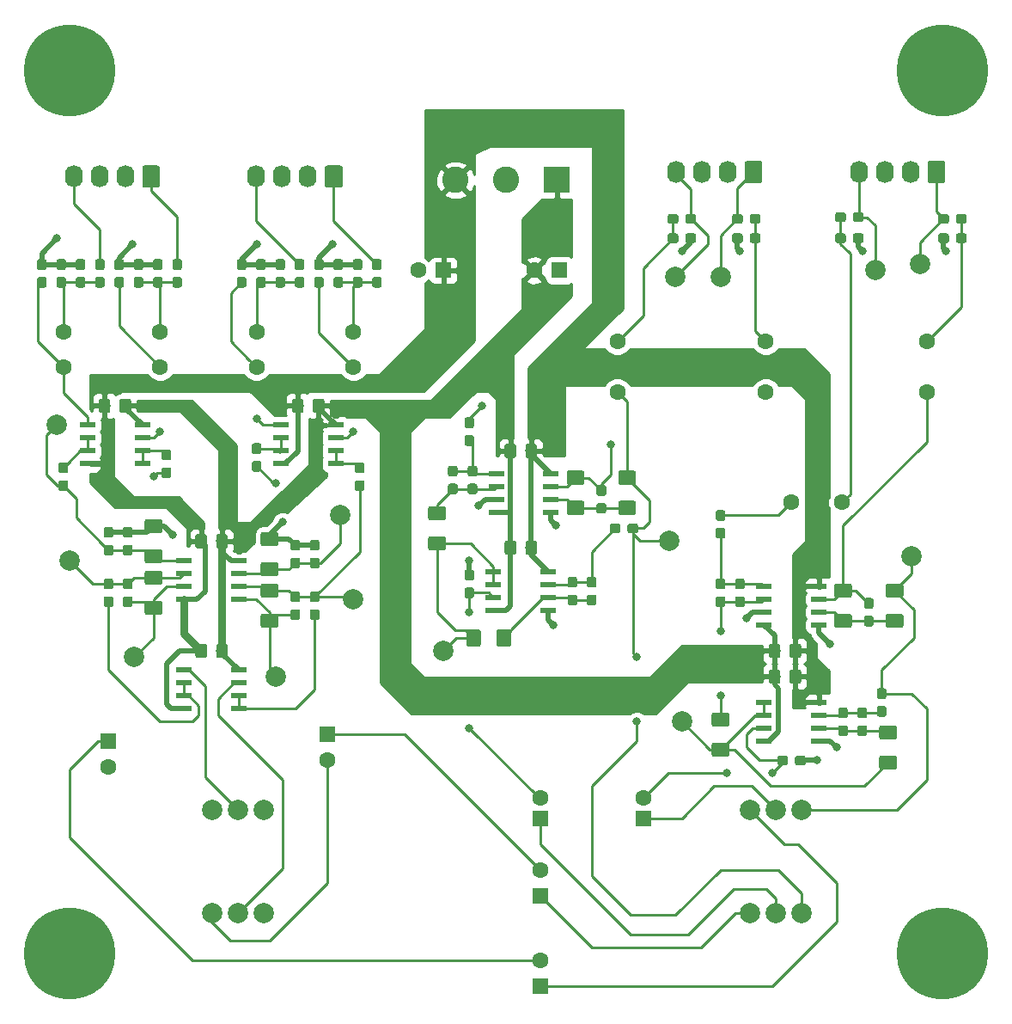
<source format=gbr>
G04 #@! TF.GenerationSoftware,KiCad,Pcbnew,5.0.1*
G04 #@! TF.CreationDate,2018-12-31T15:50:12-05:00*
G04 #@! TF.ProjectId,balanced_amplifier,62616C616E6365645F616D706C696669,rev?*
G04 #@! TF.SameCoordinates,Original*
G04 #@! TF.FileFunction,Copper,L1,Top,Signal*
G04 #@! TF.FilePolarity,Positive*
%FSLAX46Y46*%
G04 Gerber Fmt 4.6, Leading zero omitted, Abs format (unit mm)*
G04 Created by KiCad (PCBNEW 5.0.1) date Mon 31 Dec 2018 03:50:12 PM EST*
%MOMM*%
%LPD*%
G01*
G04 APERTURE LIST*
G04 #@! TA.AperFunction,ComponentPad*
%ADD10R,1.600000X1.600000*%
G04 #@! TD*
G04 #@! TA.AperFunction,ComponentPad*
%ADD11C,1.600000*%
G04 #@! TD*
G04 #@! TA.AperFunction,ComponentPad*
%ADD12C,2.000000*%
G04 #@! TD*
G04 #@! TA.AperFunction,Conductor*
%ADD13C,0.100000*%
G04 #@! TD*
G04 #@! TA.AperFunction,SMDPad,CuDef*
%ADD14C,0.950000*%
G04 #@! TD*
G04 #@! TA.AperFunction,SMDPad,CuDef*
%ADD15C,1.150000*%
G04 #@! TD*
G04 #@! TA.AperFunction,ComponentPad*
%ADD16O,1.740000X2.200000*%
G04 #@! TD*
G04 #@! TA.AperFunction,ComponentPad*
%ADD17C,1.740000*%
G04 #@! TD*
G04 #@! TA.AperFunction,ComponentPad*
%ADD18R,2.600000X2.600000*%
G04 #@! TD*
G04 #@! TA.AperFunction,ComponentPad*
%ADD19C,2.600000*%
G04 #@! TD*
G04 #@! TA.AperFunction,SMDPad,CuDef*
%ADD20C,1.425000*%
G04 #@! TD*
G04 #@! TA.AperFunction,SMDPad,CuDef*
%ADD21R,1.550000X0.600000*%
G04 #@! TD*
G04 #@! TA.AperFunction,ComponentPad*
%ADD22C,9.000000*%
G04 #@! TD*
G04 #@! TA.AperFunction,ViaPad*
%ADD23C,0.800000*%
G04 #@! TD*
G04 #@! TA.AperFunction,Conductor*
%ADD24C,0.250000*%
G04 #@! TD*
G04 #@! TA.AperFunction,Conductor*
%ADD25C,0.508000*%
G04 #@! TD*
G04 #@! TA.AperFunction,Conductor*
%ADD26C,0.762000*%
G04 #@! TD*
G04 #@! TA.AperFunction,Conductor*
%ADD27C,0.254000*%
G04 #@! TD*
G04 APERTURE END LIST*
D10*
G04 #@! TO.P,C29,1*
G04 #@! TO.N,Net-(C29-Pad1)*
X139700000Y-107480000D03*
D11*
G04 #@! TO.P,C29,2*
G04 #@! TO.N,Net-(C29-Pad2)*
X139700000Y-105480000D03*
G04 #@! TD*
G04 #@! TO.P,C7,2*
G04 #@! TO.N,Net-(C7-Pad2)*
X108585000Y-101725000D03*
D10*
G04 #@! TO.P,C7,1*
G04 #@! TO.N,/volume_control/right_in*
X108585000Y-99225000D03*
G04 #@! TD*
D12*
G04 #@! TO.P,RV2,3*
G04 #@! TO.N,Net-(C26-Pad2)*
X155280000Y-116800000D03*
G04 #@! TO.P,RV2,2*
G04 #@! TO.N,Net-(C22-Pad1)*
X152740000Y-116800000D03*
G04 #@! TO.P,RV2,1*
G04 #@! TO.N,Net-(C21-Pad1)*
X150200000Y-116800000D03*
G04 #@! TO.P,RV2,6*
G04 #@! TO.N,Net-(C33-Pad2)*
X155280000Y-106640000D03*
G04 #@! TO.P,RV2,5*
G04 #@! TO.N,Net-(C29-Pad1)*
X152740000Y-106640000D03*
G04 #@! TO.P,RV2,4*
G04 #@! TO.N,Net-(C28-Pad1)*
X150200000Y-106640000D03*
G04 #@! TD*
D13*
G04 #@! TO.N,Net-(C1-Pad1)*
G04 #@! TO.C,C1*
G36*
X111805779Y-54151144D02*
X111828834Y-54154563D01*
X111851443Y-54160227D01*
X111873387Y-54168079D01*
X111894457Y-54178044D01*
X111914448Y-54190026D01*
X111933168Y-54203910D01*
X111950438Y-54219562D01*
X111966090Y-54236832D01*
X111979974Y-54255552D01*
X111991956Y-54275543D01*
X112001921Y-54296613D01*
X112009773Y-54318557D01*
X112015437Y-54341166D01*
X112018856Y-54364221D01*
X112020000Y-54387500D01*
X112020000Y-54962500D01*
X112018856Y-54985779D01*
X112015437Y-55008834D01*
X112009773Y-55031443D01*
X112001921Y-55053387D01*
X111991956Y-55074457D01*
X111979974Y-55094448D01*
X111966090Y-55113168D01*
X111950438Y-55130438D01*
X111933168Y-55146090D01*
X111914448Y-55159974D01*
X111894457Y-55171956D01*
X111873387Y-55181921D01*
X111851443Y-55189773D01*
X111828834Y-55195437D01*
X111805779Y-55198856D01*
X111782500Y-55200000D01*
X111307500Y-55200000D01*
X111284221Y-55198856D01*
X111261166Y-55195437D01*
X111238557Y-55189773D01*
X111216613Y-55181921D01*
X111195543Y-55171956D01*
X111175552Y-55159974D01*
X111156832Y-55146090D01*
X111139562Y-55130438D01*
X111123910Y-55113168D01*
X111110026Y-55094448D01*
X111098044Y-55074457D01*
X111088079Y-55053387D01*
X111080227Y-55031443D01*
X111074563Y-55008834D01*
X111071144Y-54985779D01*
X111070000Y-54962500D01*
X111070000Y-54387500D01*
X111071144Y-54364221D01*
X111074563Y-54341166D01*
X111080227Y-54318557D01*
X111088079Y-54296613D01*
X111098044Y-54275543D01*
X111110026Y-54255552D01*
X111123910Y-54236832D01*
X111139562Y-54219562D01*
X111156832Y-54203910D01*
X111175552Y-54190026D01*
X111195543Y-54178044D01*
X111216613Y-54168079D01*
X111238557Y-54160227D01*
X111261166Y-54154563D01*
X111284221Y-54151144D01*
X111307500Y-54150000D01*
X111782500Y-54150000D01*
X111805779Y-54151144D01*
X111805779Y-54151144D01*
G37*
D14*
G04 #@! TD*
G04 #@! TO.P,C1,1*
G04 #@! TO.N,Net-(C1-Pad1)*
X111545000Y-54675000D03*
D13*
G04 #@! TO.N,GNDA*
G04 #@! TO.C,C1*
G36*
X111805779Y-52401144D02*
X111828834Y-52404563D01*
X111851443Y-52410227D01*
X111873387Y-52418079D01*
X111894457Y-52428044D01*
X111914448Y-52440026D01*
X111933168Y-52453910D01*
X111950438Y-52469562D01*
X111966090Y-52486832D01*
X111979974Y-52505552D01*
X111991956Y-52525543D01*
X112001921Y-52546613D01*
X112009773Y-52568557D01*
X112015437Y-52591166D01*
X112018856Y-52614221D01*
X112020000Y-52637500D01*
X112020000Y-53212500D01*
X112018856Y-53235779D01*
X112015437Y-53258834D01*
X112009773Y-53281443D01*
X112001921Y-53303387D01*
X111991956Y-53324457D01*
X111979974Y-53344448D01*
X111966090Y-53363168D01*
X111950438Y-53380438D01*
X111933168Y-53396090D01*
X111914448Y-53409974D01*
X111894457Y-53421956D01*
X111873387Y-53431921D01*
X111851443Y-53439773D01*
X111828834Y-53445437D01*
X111805779Y-53448856D01*
X111782500Y-53450000D01*
X111307500Y-53450000D01*
X111284221Y-53448856D01*
X111261166Y-53445437D01*
X111238557Y-53439773D01*
X111216613Y-53431921D01*
X111195543Y-53421956D01*
X111175552Y-53409974D01*
X111156832Y-53396090D01*
X111139562Y-53380438D01*
X111123910Y-53363168D01*
X111110026Y-53344448D01*
X111098044Y-53324457D01*
X111088079Y-53303387D01*
X111080227Y-53281443D01*
X111074563Y-53258834D01*
X111071144Y-53235779D01*
X111070000Y-53212500D01*
X111070000Y-52637500D01*
X111071144Y-52614221D01*
X111074563Y-52591166D01*
X111080227Y-52568557D01*
X111088079Y-52546613D01*
X111098044Y-52525543D01*
X111110026Y-52505552D01*
X111123910Y-52486832D01*
X111139562Y-52469562D01*
X111156832Y-52453910D01*
X111175552Y-52440026D01*
X111195543Y-52428044D01*
X111216613Y-52418079D01*
X111238557Y-52410227D01*
X111261166Y-52404563D01*
X111284221Y-52401144D01*
X111307500Y-52400000D01*
X111782500Y-52400000D01*
X111805779Y-52401144D01*
X111805779Y-52401144D01*
G37*
D14*
G04 #@! TD*
G04 #@! TO.P,C1,2*
G04 #@! TO.N,GNDA*
X111545000Y-52925000D03*
D13*
G04 #@! TO.N,Net-(C3-Pad1)*
G04 #@! TO.C,C3*
G36*
X104185779Y-54151144D02*
X104208834Y-54154563D01*
X104231443Y-54160227D01*
X104253387Y-54168079D01*
X104274457Y-54178044D01*
X104294448Y-54190026D01*
X104313168Y-54203910D01*
X104330438Y-54219562D01*
X104346090Y-54236832D01*
X104359974Y-54255552D01*
X104371956Y-54275543D01*
X104381921Y-54296613D01*
X104389773Y-54318557D01*
X104395437Y-54341166D01*
X104398856Y-54364221D01*
X104400000Y-54387500D01*
X104400000Y-54962500D01*
X104398856Y-54985779D01*
X104395437Y-55008834D01*
X104389773Y-55031443D01*
X104381921Y-55053387D01*
X104371956Y-55074457D01*
X104359974Y-55094448D01*
X104346090Y-55113168D01*
X104330438Y-55130438D01*
X104313168Y-55146090D01*
X104294448Y-55159974D01*
X104274457Y-55171956D01*
X104253387Y-55181921D01*
X104231443Y-55189773D01*
X104208834Y-55195437D01*
X104185779Y-55198856D01*
X104162500Y-55200000D01*
X103687500Y-55200000D01*
X103664221Y-55198856D01*
X103641166Y-55195437D01*
X103618557Y-55189773D01*
X103596613Y-55181921D01*
X103575543Y-55171956D01*
X103555552Y-55159974D01*
X103536832Y-55146090D01*
X103519562Y-55130438D01*
X103503910Y-55113168D01*
X103490026Y-55094448D01*
X103478044Y-55074457D01*
X103468079Y-55053387D01*
X103460227Y-55031443D01*
X103454563Y-55008834D01*
X103451144Y-54985779D01*
X103450000Y-54962500D01*
X103450000Y-54387500D01*
X103451144Y-54364221D01*
X103454563Y-54341166D01*
X103460227Y-54318557D01*
X103468079Y-54296613D01*
X103478044Y-54275543D01*
X103490026Y-54255552D01*
X103503910Y-54236832D01*
X103519562Y-54219562D01*
X103536832Y-54203910D01*
X103555552Y-54190026D01*
X103575543Y-54178044D01*
X103596613Y-54168079D01*
X103618557Y-54160227D01*
X103641166Y-54154563D01*
X103664221Y-54151144D01*
X103687500Y-54150000D01*
X104162500Y-54150000D01*
X104185779Y-54151144D01*
X104185779Y-54151144D01*
G37*
D14*
G04 #@! TD*
G04 #@! TO.P,C3,1*
G04 #@! TO.N,Net-(C3-Pad1)*
X103925000Y-54675000D03*
D13*
G04 #@! TO.N,GNDA*
G04 #@! TO.C,C3*
G36*
X104185779Y-52401144D02*
X104208834Y-52404563D01*
X104231443Y-52410227D01*
X104253387Y-52418079D01*
X104274457Y-52428044D01*
X104294448Y-52440026D01*
X104313168Y-52453910D01*
X104330438Y-52469562D01*
X104346090Y-52486832D01*
X104359974Y-52505552D01*
X104371956Y-52525543D01*
X104381921Y-52546613D01*
X104389773Y-52568557D01*
X104395437Y-52591166D01*
X104398856Y-52614221D01*
X104400000Y-52637500D01*
X104400000Y-53212500D01*
X104398856Y-53235779D01*
X104395437Y-53258834D01*
X104389773Y-53281443D01*
X104381921Y-53303387D01*
X104371956Y-53324457D01*
X104359974Y-53344448D01*
X104346090Y-53363168D01*
X104330438Y-53380438D01*
X104313168Y-53396090D01*
X104294448Y-53409974D01*
X104274457Y-53421956D01*
X104253387Y-53431921D01*
X104231443Y-53439773D01*
X104208834Y-53445437D01*
X104185779Y-53448856D01*
X104162500Y-53450000D01*
X103687500Y-53450000D01*
X103664221Y-53448856D01*
X103641166Y-53445437D01*
X103618557Y-53439773D01*
X103596613Y-53431921D01*
X103575543Y-53421956D01*
X103555552Y-53409974D01*
X103536832Y-53396090D01*
X103519562Y-53380438D01*
X103503910Y-53363168D01*
X103490026Y-53344448D01*
X103478044Y-53324457D01*
X103468079Y-53303387D01*
X103460227Y-53281443D01*
X103454563Y-53258834D01*
X103451144Y-53235779D01*
X103450000Y-53212500D01*
X103450000Y-52637500D01*
X103451144Y-52614221D01*
X103454563Y-52591166D01*
X103460227Y-52568557D01*
X103468079Y-52546613D01*
X103478044Y-52525543D01*
X103490026Y-52505552D01*
X103503910Y-52486832D01*
X103519562Y-52469562D01*
X103536832Y-52453910D01*
X103555552Y-52440026D01*
X103575543Y-52428044D01*
X103596613Y-52418079D01*
X103618557Y-52410227D01*
X103641166Y-52404563D01*
X103664221Y-52401144D01*
X103687500Y-52400000D01*
X104162500Y-52400000D01*
X104185779Y-52401144D01*
X104185779Y-52401144D01*
G37*
D14*
G04 #@! TD*
G04 #@! TO.P,C3,2*
G04 #@! TO.N,GNDA*
X103925000Y-52925000D03*
D13*
G04 #@! TO.N,/volume_control/right_in*
G04 #@! TO.C,C5*
G36*
X105670779Y-86876144D02*
X105693834Y-86879563D01*
X105716443Y-86885227D01*
X105738387Y-86893079D01*
X105759457Y-86903044D01*
X105779448Y-86915026D01*
X105798168Y-86928910D01*
X105815438Y-86944562D01*
X105831090Y-86961832D01*
X105844974Y-86980552D01*
X105856956Y-87000543D01*
X105866921Y-87021613D01*
X105874773Y-87043557D01*
X105880437Y-87066166D01*
X105883856Y-87089221D01*
X105885000Y-87112500D01*
X105885000Y-87687500D01*
X105883856Y-87710779D01*
X105880437Y-87733834D01*
X105874773Y-87756443D01*
X105866921Y-87778387D01*
X105856956Y-87799457D01*
X105844974Y-87819448D01*
X105831090Y-87838168D01*
X105815438Y-87855438D01*
X105798168Y-87871090D01*
X105779448Y-87884974D01*
X105759457Y-87896956D01*
X105738387Y-87906921D01*
X105716443Y-87914773D01*
X105693834Y-87920437D01*
X105670779Y-87923856D01*
X105647500Y-87925000D01*
X105172500Y-87925000D01*
X105149221Y-87923856D01*
X105126166Y-87920437D01*
X105103557Y-87914773D01*
X105081613Y-87906921D01*
X105060543Y-87896956D01*
X105040552Y-87884974D01*
X105021832Y-87871090D01*
X105004562Y-87855438D01*
X104988910Y-87838168D01*
X104975026Y-87819448D01*
X104963044Y-87799457D01*
X104953079Y-87778387D01*
X104945227Y-87756443D01*
X104939563Y-87733834D01*
X104936144Y-87710779D01*
X104935000Y-87687500D01*
X104935000Y-87112500D01*
X104936144Y-87089221D01*
X104939563Y-87066166D01*
X104945227Y-87043557D01*
X104953079Y-87021613D01*
X104963044Y-87000543D01*
X104975026Y-86980552D01*
X104988910Y-86961832D01*
X105004562Y-86944562D01*
X105021832Y-86928910D01*
X105040552Y-86915026D01*
X105060543Y-86903044D01*
X105081613Y-86893079D01*
X105103557Y-86885227D01*
X105126166Y-86879563D01*
X105149221Y-86876144D01*
X105172500Y-86875000D01*
X105647500Y-86875000D01*
X105670779Y-86876144D01*
X105670779Y-86876144D01*
G37*
D14*
G04 #@! TD*
G04 #@! TO.P,C5,1*
G04 #@! TO.N,/volume_control/right_in*
X105410000Y-87400000D03*
D13*
G04 #@! TO.N,Net-(C5-Pad2)*
G04 #@! TO.C,C5*
G36*
X105670779Y-85126144D02*
X105693834Y-85129563D01*
X105716443Y-85135227D01*
X105738387Y-85143079D01*
X105759457Y-85153044D01*
X105779448Y-85165026D01*
X105798168Y-85178910D01*
X105815438Y-85194562D01*
X105831090Y-85211832D01*
X105844974Y-85230552D01*
X105856956Y-85250543D01*
X105866921Y-85271613D01*
X105874773Y-85293557D01*
X105880437Y-85316166D01*
X105883856Y-85339221D01*
X105885000Y-85362500D01*
X105885000Y-85937500D01*
X105883856Y-85960779D01*
X105880437Y-85983834D01*
X105874773Y-86006443D01*
X105866921Y-86028387D01*
X105856956Y-86049457D01*
X105844974Y-86069448D01*
X105831090Y-86088168D01*
X105815438Y-86105438D01*
X105798168Y-86121090D01*
X105779448Y-86134974D01*
X105759457Y-86146956D01*
X105738387Y-86156921D01*
X105716443Y-86164773D01*
X105693834Y-86170437D01*
X105670779Y-86173856D01*
X105647500Y-86175000D01*
X105172500Y-86175000D01*
X105149221Y-86173856D01*
X105126166Y-86170437D01*
X105103557Y-86164773D01*
X105081613Y-86156921D01*
X105060543Y-86146956D01*
X105040552Y-86134974D01*
X105021832Y-86121090D01*
X105004562Y-86105438D01*
X104988910Y-86088168D01*
X104975026Y-86069448D01*
X104963044Y-86049457D01*
X104953079Y-86028387D01*
X104945227Y-86006443D01*
X104939563Y-85983834D01*
X104936144Y-85960779D01*
X104935000Y-85937500D01*
X104935000Y-85362500D01*
X104936144Y-85339221D01*
X104939563Y-85316166D01*
X104945227Y-85293557D01*
X104953079Y-85271613D01*
X104963044Y-85250543D01*
X104975026Y-85230552D01*
X104988910Y-85211832D01*
X105004562Y-85194562D01*
X105021832Y-85178910D01*
X105040552Y-85165026D01*
X105060543Y-85153044D01*
X105081613Y-85143079D01*
X105103557Y-85135227D01*
X105126166Y-85129563D01*
X105149221Y-85126144D01*
X105172500Y-85125000D01*
X105647500Y-85125000D01*
X105670779Y-85126144D01*
X105670779Y-85126144D01*
G37*
D14*
G04 #@! TD*
G04 #@! TO.P,C5,2*
G04 #@! TO.N,Net-(C5-Pad2)*
X105410000Y-85650000D03*
D13*
G04 #@! TO.N,Net-(C6-Pad1)*
G04 #@! TO.C,C6*
G36*
X105670779Y-81796144D02*
X105693834Y-81799563D01*
X105716443Y-81805227D01*
X105738387Y-81813079D01*
X105759457Y-81823044D01*
X105779448Y-81835026D01*
X105798168Y-81848910D01*
X105815438Y-81864562D01*
X105831090Y-81881832D01*
X105844974Y-81900552D01*
X105856956Y-81920543D01*
X105866921Y-81941613D01*
X105874773Y-81963557D01*
X105880437Y-81986166D01*
X105883856Y-82009221D01*
X105885000Y-82032500D01*
X105885000Y-82607500D01*
X105883856Y-82630779D01*
X105880437Y-82653834D01*
X105874773Y-82676443D01*
X105866921Y-82698387D01*
X105856956Y-82719457D01*
X105844974Y-82739448D01*
X105831090Y-82758168D01*
X105815438Y-82775438D01*
X105798168Y-82791090D01*
X105779448Y-82804974D01*
X105759457Y-82816956D01*
X105738387Y-82826921D01*
X105716443Y-82834773D01*
X105693834Y-82840437D01*
X105670779Y-82843856D01*
X105647500Y-82845000D01*
X105172500Y-82845000D01*
X105149221Y-82843856D01*
X105126166Y-82840437D01*
X105103557Y-82834773D01*
X105081613Y-82826921D01*
X105060543Y-82816956D01*
X105040552Y-82804974D01*
X105021832Y-82791090D01*
X105004562Y-82775438D01*
X104988910Y-82758168D01*
X104975026Y-82739448D01*
X104963044Y-82719457D01*
X104953079Y-82698387D01*
X104945227Y-82676443D01*
X104939563Y-82653834D01*
X104936144Y-82630779D01*
X104935000Y-82607500D01*
X104935000Y-82032500D01*
X104936144Y-82009221D01*
X104939563Y-81986166D01*
X104945227Y-81963557D01*
X104953079Y-81941613D01*
X104963044Y-81920543D01*
X104975026Y-81900552D01*
X104988910Y-81881832D01*
X105004562Y-81864562D01*
X105021832Y-81848910D01*
X105040552Y-81835026D01*
X105060543Y-81823044D01*
X105081613Y-81813079D01*
X105103557Y-81805227D01*
X105126166Y-81799563D01*
X105149221Y-81796144D01*
X105172500Y-81795000D01*
X105647500Y-81795000D01*
X105670779Y-81796144D01*
X105670779Y-81796144D01*
G37*
D14*
G04 #@! TD*
G04 #@! TO.P,C6,1*
G04 #@! TO.N,Net-(C6-Pad1)*
X105410000Y-82320000D03*
D13*
G04 #@! TO.N,GNDA*
G04 #@! TO.C,C6*
G36*
X105670779Y-80046144D02*
X105693834Y-80049563D01*
X105716443Y-80055227D01*
X105738387Y-80063079D01*
X105759457Y-80073044D01*
X105779448Y-80085026D01*
X105798168Y-80098910D01*
X105815438Y-80114562D01*
X105831090Y-80131832D01*
X105844974Y-80150552D01*
X105856956Y-80170543D01*
X105866921Y-80191613D01*
X105874773Y-80213557D01*
X105880437Y-80236166D01*
X105883856Y-80259221D01*
X105885000Y-80282500D01*
X105885000Y-80857500D01*
X105883856Y-80880779D01*
X105880437Y-80903834D01*
X105874773Y-80926443D01*
X105866921Y-80948387D01*
X105856956Y-80969457D01*
X105844974Y-80989448D01*
X105831090Y-81008168D01*
X105815438Y-81025438D01*
X105798168Y-81041090D01*
X105779448Y-81054974D01*
X105759457Y-81066956D01*
X105738387Y-81076921D01*
X105716443Y-81084773D01*
X105693834Y-81090437D01*
X105670779Y-81093856D01*
X105647500Y-81095000D01*
X105172500Y-81095000D01*
X105149221Y-81093856D01*
X105126166Y-81090437D01*
X105103557Y-81084773D01*
X105081613Y-81076921D01*
X105060543Y-81066956D01*
X105040552Y-81054974D01*
X105021832Y-81041090D01*
X105004562Y-81025438D01*
X104988910Y-81008168D01*
X104975026Y-80989448D01*
X104963044Y-80969457D01*
X104953079Y-80948387D01*
X104945227Y-80926443D01*
X104939563Y-80903834D01*
X104936144Y-80880779D01*
X104935000Y-80857500D01*
X104935000Y-80282500D01*
X104936144Y-80259221D01*
X104939563Y-80236166D01*
X104945227Y-80213557D01*
X104953079Y-80191613D01*
X104963044Y-80170543D01*
X104975026Y-80150552D01*
X104988910Y-80131832D01*
X105004562Y-80114562D01*
X105021832Y-80098910D01*
X105040552Y-80085026D01*
X105060543Y-80073044D01*
X105081613Y-80063079D01*
X105103557Y-80055227D01*
X105126166Y-80049563D01*
X105149221Y-80046144D01*
X105172500Y-80045000D01*
X105647500Y-80045000D01*
X105670779Y-80046144D01*
X105670779Y-80046144D01*
G37*
D14*
G04 #@! TD*
G04 #@! TO.P,C6,2*
G04 #@! TO.N,GNDA*
X105410000Y-80570000D03*
D13*
G04 #@! TO.N,GNDA*
G04 #@! TO.C,C9*
G36*
X92120779Y-52401144D02*
X92143834Y-52404563D01*
X92166443Y-52410227D01*
X92188387Y-52418079D01*
X92209457Y-52428044D01*
X92229448Y-52440026D01*
X92248168Y-52453910D01*
X92265438Y-52469562D01*
X92281090Y-52486832D01*
X92294974Y-52505552D01*
X92306956Y-52525543D01*
X92316921Y-52546613D01*
X92324773Y-52568557D01*
X92330437Y-52591166D01*
X92333856Y-52614221D01*
X92335000Y-52637500D01*
X92335000Y-53212500D01*
X92333856Y-53235779D01*
X92330437Y-53258834D01*
X92324773Y-53281443D01*
X92316921Y-53303387D01*
X92306956Y-53324457D01*
X92294974Y-53344448D01*
X92281090Y-53363168D01*
X92265438Y-53380438D01*
X92248168Y-53396090D01*
X92229448Y-53409974D01*
X92209457Y-53421956D01*
X92188387Y-53431921D01*
X92166443Y-53439773D01*
X92143834Y-53445437D01*
X92120779Y-53448856D01*
X92097500Y-53450000D01*
X91622500Y-53450000D01*
X91599221Y-53448856D01*
X91576166Y-53445437D01*
X91553557Y-53439773D01*
X91531613Y-53431921D01*
X91510543Y-53421956D01*
X91490552Y-53409974D01*
X91471832Y-53396090D01*
X91454562Y-53380438D01*
X91438910Y-53363168D01*
X91425026Y-53344448D01*
X91413044Y-53324457D01*
X91403079Y-53303387D01*
X91395227Y-53281443D01*
X91389563Y-53258834D01*
X91386144Y-53235779D01*
X91385000Y-53212500D01*
X91385000Y-52637500D01*
X91386144Y-52614221D01*
X91389563Y-52591166D01*
X91395227Y-52568557D01*
X91403079Y-52546613D01*
X91413044Y-52525543D01*
X91425026Y-52505552D01*
X91438910Y-52486832D01*
X91454562Y-52469562D01*
X91471832Y-52453910D01*
X91490552Y-52440026D01*
X91510543Y-52428044D01*
X91531613Y-52418079D01*
X91553557Y-52410227D01*
X91576166Y-52404563D01*
X91599221Y-52401144D01*
X91622500Y-52400000D01*
X92097500Y-52400000D01*
X92120779Y-52401144D01*
X92120779Y-52401144D01*
G37*
D14*
G04 #@! TD*
G04 #@! TO.P,C9,2*
G04 #@! TO.N,GNDA*
X91860000Y-52925000D03*
D13*
G04 #@! TO.N,Net-(C10-Pad2)*
G04 #@! TO.C,C9*
G36*
X92120779Y-54151144D02*
X92143834Y-54154563D01*
X92166443Y-54160227D01*
X92188387Y-54168079D01*
X92209457Y-54178044D01*
X92229448Y-54190026D01*
X92248168Y-54203910D01*
X92265438Y-54219562D01*
X92281090Y-54236832D01*
X92294974Y-54255552D01*
X92306956Y-54275543D01*
X92316921Y-54296613D01*
X92324773Y-54318557D01*
X92330437Y-54341166D01*
X92333856Y-54364221D01*
X92335000Y-54387500D01*
X92335000Y-54962500D01*
X92333856Y-54985779D01*
X92330437Y-55008834D01*
X92324773Y-55031443D01*
X92316921Y-55053387D01*
X92306956Y-55074457D01*
X92294974Y-55094448D01*
X92281090Y-55113168D01*
X92265438Y-55130438D01*
X92248168Y-55146090D01*
X92229448Y-55159974D01*
X92209457Y-55171956D01*
X92188387Y-55181921D01*
X92166443Y-55189773D01*
X92143834Y-55195437D01*
X92120779Y-55198856D01*
X92097500Y-55200000D01*
X91622500Y-55200000D01*
X91599221Y-55198856D01*
X91576166Y-55195437D01*
X91553557Y-55189773D01*
X91531613Y-55181921D01*
X91510543Y-55171956D01*
X91490552Y-55159974D01*
X91471832Y-55146090D01*
X91454562Y-55130438D01*
X91438910Y-55113168D01*
X91425026Y-55094448D01*
X91413044Y-55074457D01*
X91403079Y-55053387D01*
X91395227Y-55031443D01*
X91389563Y-55008834D01*
X91386144Y-54985779D01*
X91385000Y-54962500D01*
X91385000Y-54387500D01*
X91386144Y-54364221D01*
X91389563Y-54341166D01*
X91395227Y-54318557D01*
X91403079Y-54296613D01*
X91413044Y-54275543D01*
X91425026Y-54255552D01*
X91438910Y-54236832D01*
X91454562Y-54219562D01*
X91471832Y-54203910D01*
X91490552Y-54190026D01*
X91510543Y-54178044D01*
X91531613Y-54168079D01*
X91553557Y-54160227D01*
X91576166Y-54154563D01*
X91599221Y-54151144D01*
X91622500Y-54150000D01*
X92097500Y-54150000D01*
X92120779Y-54151144D01*
X92120779Y-54151144D01*
G37*
D14*
G04 #@! TD*
G04 #@! TO.P,C9,1*
G04 #@! TO.N,Net-(C10-Pad2)*
X91860000Y-54675000D03*
D13*
G04 #@! TO.N,GNDA*
G04 #@! TO.C,C11*
G36*
X84500779Y-52401144D02*
X84523834Y-52404563D01*
X84546443Y-52410227D01*
X84568387Y-52418079D01*
X84589457Y-52428044D01*
X84609448Y-52440026D01*
X84628168Y-52453910D01*
X84645438Y-52469562D01*
X84661090Y-52486832D01*
X84674974Y-52505552D01*
X84686956Y-52525543D01*
X84696921Y-52546613D01*
X84704773Y-52568557D01*
X84710437Y-52591166D01*
X84713856Y-52614221D01*
X84715000Y-52637500D01*
X84715000Y-53212500D01*
X84713856Y-53235779D01*
X84710437Y-53258834D01*
X84704773Y-53281443D01*
X84696921Y-53303387D01*
X84686956Y-53324457D01*
X84674974Y-53344448D01*
X84661090Y-53363168D01*
X84645438Y-53380438D01*
X84628168Y-53396090D01*
X84609448Y-53409974D01*
X84589457Y-53421956D01*
X84568387Y-53431921D01*
X84546443Y-53439773D01*
X84523834Y-53445437D01*
X84500779Y-53448856D01*
X84477500Y-53450000D01*
X84002500Y-53450000D01*
X83979221Y-53448856D01*
X83956166Y-53445437D01*
X83933557Y-53439773D01*
X83911613Y-53431921D01*
X83890543Y-53421956D01*
X83870552Y-53409974D01*
X83851832Y-53396090D01*
X83834562Y-53380438D01*
X83818910Y-53363168D01*
X83805026Y-53344448D01*
X83793044Y-53324457D01*
X83783079Y-53303387D01*
X83775227Y-53281443D01*
X83769563Y-53258834D01*
X83766144Y-53235779D01*
X83765000Y-53212500D01*
X83765000Y-52637500D01*
X83766144Y-52614221D01*
X83769563Y-52591166D01*
X83775227Y-52568557D01*
X83783079Y-52546613D01*
X83793044Y-52525543D01*
X83805026Y-52505552D01*
X83818910Y-52486832D01*
X83834562Y-52469562D01*
X83851832Y-52453910D01*
X83870552Y-52440026D01*
X83890543Y-52428044D01*
X83911613Y-52418079D01*
X83933557Y-52410227D01*
X83956166Y-52404563D01*
X83979221Y-52401144D01*
X84002500Y-52400000D01*
X84477500Y-52400000D01*
X84500779Y-52401144D01*
X84500779Y-52401144D01*
G37*
D14*
G04 #@! TD*
G04 #@! TO.P,C11,2*
G04 #@! TO.N,GNDA*
X84240000Y-52925000D03*
D13*
G04 #@! TO.N,Net-(C11-Pad1)*
G04 #@! TO.C,C11*
G36*
X84500779Y-54151144D02*
X84523834Y-54154563D01*
X84546443Y-54160227D01*
X84568387Y-54168079D01*
X84589457Y-54178044D01*
X84609448Y-54190026D01*
X84628168Y-54203910D01*
X84645438Y-54219562D01*
X84661090Y-54236832D01*
X84674974Y-54255552D01*
X84686956Y-54275543D01*
X84696921Y-54296613D01*
X84704773Y-54318557D01*
X84710437Y-54341166D01*
X84713856Y-54364221D01*
X84715000Y-54387500D01*
X84715000Y-54962500D01*
X84713856Y-54985779D01*
X84710437Y-55008834D01*
X84704773Y-55031443D01*
X84696921Y-55053387D01*
X84686956Y-55074457D01*
X84674974Y-55094448D01*
X84661090Y-55113168D01*
X84645438Y-55130438D01*
X84628168Y-55146090D01*
X84609448Y-55159974D01*
X84589457Y-55171956D01*
X84568387Y-55181921D01*
X84546443Y-55189773D01*
X84523834Y-55195437D01*
X84500779Y-55198856D01*
X84477500Y-55200000D01*
X84002500Y-55200000D01*
X83979221Y-55198856D01*
X83956166Y-55195437D01*
X83933557Y-55189773D01*
X83911613Y-55181921D01*
X83890543Y-55171956D01*
X83870552Y-55159974D01*
X83851832Y-55146090D01*
X83834562Y-55130438D01*
X83818910Y-55113168D01*
X83805026Y-55094448D01*
X83793044Y-55074457D01*
X83783079Y-55053387D01*
X83775227Y-55031443D01*
X83769563Y-55008834D01*
X83766144Y-54985779D01*
X83765000Y-54962500D01*
X83765000Y-54387500D01*
X83766144Y-54364221D01*
X83769563Y-54341166D01*
X83775227Y-54318557D01*
X83783079Y-54296613D01*
X83793044Y-54275543D01*
X83805026Y-54255552D01*
X83818910Y-54236832D01*
X83834562Y-54219562D01*
X83851832Y-54203910D01*
X83870552Y-54190026D01*
X83890543Y-54178044D01*
X83911613Y-54168079D01*
X83933557Y-54160227D01*
X83956166Y-54154563D01*
X83979221Y-54151144D01*
X84002500Y-54150000D01*
X84477500Y-54150000D01*
X84500779Y-54151144D01*
X84500779Y-54151144D01*
G37*
D14*
G04 #@! TD*
G04 #@! TO.P,C11,1*
G04 #@! TO.N,Net-(C11-Pad1)*
X84240000Y-54675000D03*
D13*
G04 #@! TO.N,Net-(C13-Pad2)*
G04 #@! TO.C,C13*
G36*
X89160779Y-83856144D02*
X89183834Y-83859563D01*
X89206443Y-83865227D01*
X89228387Y-83873079D01*
X89249457Y-83883044D01*
X89269448Y-83895026D01*
X89288168Y-83908910D01*
X89305438Y-83924562D01*
X89321090Y-83941832D01*
X89334974Y-83960552D01*
X89346956Y-83980543D01*
X89356921Y-84001613D01*
X89364773Y-84023557D01*
X89370437Y-84046166D01*
X89373856Y-84069221D01*
X89375000Y-84092500D01*
X89375000Y-84667500D01*
X89373856Y-84690779D01*
X89370437Y-84713834D01*
X89364773Y-84736443D01*
X89356921Y-84758387D01*
X89346956Y-84779457D01*
X89334974Y-84799448D01*
X89321090Y-84818168D01*
X89305438Y-84835438D01*
X89288168Y-84851090D01*
X89269448Y-84864974D01*
X89249457Y-84876956D01*
X89228387Y-84886921D01*
X89206443Y-84894773D01*
X89183834Y-84900437D01*
X89160779Y-84903856D01*
X89137500Y-84905000D01*
X88662500Y-84905000D01*
X88639221Y-84903856D01*
X88616166Y-84900437D01*
X88593557Y-84894773D01*
X88571613Y-84886921D01*
X88550543Y-84876956D01*
X88530552Y-84864974D01*
X88511832Y-84851090D01*
X88494562Y-84835438D01*
X88478910Y-84818168D01*
X88465026Y-84799448D01*
X88453044Y-84779457D01*
X88443079Y-84758387D01*
X88435227Y-84736443D01*
X88429563Y-84713834D01*
X88426144Y-84690779D01*
X88425000Y-84667500D01*
X88425000Y-84092500D01*
X88426144Y-84069221D01*
X88429563Y-84046166D01*
X88435227Y-84023557D01*
X88443079Y-84001613D01*
X88453044Y-83980543D01*
X88465026Y-83960552D01*
X88478910Y-83941832D01*
X88494562Y-83924562D01*
X88511832Y-83908910D01*
X88530552Y-83895026D01*
X88550543Y-83883044D01*
X88571613Y-83873079D01*
X88593557Y-83865227D01*
X88616166Y-83859563D01*
X88639221Y-83856144D01*
X88662500Y-83855000D01*
X89137500Y-83855000D01*
X89160779Y-83856144D01*
X89160779Y-83856144D01*
G37*
D14*
G04 #@! TD*
G04 #@! TO.P,C13,2*
G04 #@! TO.N,Net-(C13-Pad2)*
X88900000Y-84380000D03*
D13*
G04 #@! TO.N,/volume_control/left_in*
G04 #@! TO.C,C13*
G36*
X89160779Y-85606144D02*
X89183834Y-85609563D01*
X89206443Y-85615227D01*
X89228387Y-85623079D01*
X89249457Y-85633044D01*
X89269448Y-85645026D01*
X89288168Y-85658910D01*
X89305438Y-85674562D01*
X89321090Y-85691832D01*
X89334974Y-85710552D01*
X89346956Y-85730543D01*
X89356921Y-85751613D01*
X89364773Y-85773557D01*
X89370437Y-85796166D01*
X89373856Y-85819221D01*
X89375000Y-85842500D01*
X89375000Y-86417500D01*
X89373856Y-86440779D01*
X89370437Y-86463834D01*
X89364773Y-86486443D01*
X89356921Y-86508387D01*
X89346956Y-86529457D01*
X89334974Y-86549448D01*
X89321090Y-86568168D01*
X89305438Y-86585438D01*
X89288168Y-86601090D01*
X89269448Y-86614974D01*
X89249457Y-86626956D01*
X89228387Y-86636921D01*
X89206443Y-86644773D01*
X89183834Y-86650437D01*
X89160779Y-86653856D01*
X89137500Y-86655000D01*
X88662500Y-86655000D01*
X88639221Y-86653856D01*
X88616166Y-86650437D01*
X88593557Y-86644773D01*
X88571613Y-86636921D01*
X88550543Y-86626956D01*
X88530552Y-86614974D01*
X88511832Y-86601090D01*
X88494562Y-86585438D01*
X88478910Y-86568168D01*
X88465026Y-86549448D01*
X88453044Y-86529457D01*
X88443079Y-86508387D01*
X88435227Y-86486443D01*
X88429563Y-86463834D01*
X88426144Y-86440779D01*
X88425000Y-86417500D01*
X88425000Y-85842500D01*
X88426144Y-85819221D01*
X88429563Y-85796166D01*
X88435227Y-85773557D01*
X88443079Y-85751613D01*
X88453044Y-85730543D01*
X88465026Y-85710552D01*
X88478910Y-85691832D01*
X88494562Y-85674562D01*
X88511832Y-85658910D01*
X88530552Y-85645026D01*
X88550543Y-85633044D01*
X88571613Y-85623079D01*
X88593557Y-85615227D01*
X88616166Y-85609563D01*
X88639221Y-85606144D01*
X88662500Y-85605000D01*
X89137500Y-85605000D01*
X89160779Y-85606144D01*
X89160779Y-85606144D01*
G37*
D14*
G04 #@! TD*
G04 #@! TO.P,C13,1*
G04 #@! TO.N,/volume_control/left_in*
X88900000Y-86130000D03*
D13*
G04 #@! TO.N,GNDA*
G04 #@! TO.C,C14*
G36*
X89160779Y-78776144D02*
X89183834Y-78779563D01*
X89206443Y-78785227D01*
X89228387Y-78793079D01*
X89249457Y-78803044D01*
X89269448Y-78815026D01*
X89288168Y-78828910D01*
X89305438Y-78844562D01*
X89321090Y-78861832D01*
X89334974Y-78880552D01*
X89346956Y-78900543D01*
X89356921Y-78921613D01*
X89364773Y-78943557D01*
X89370437Y-78966166D01*
X89373856Y-78989221D01*
X89375000Y-79012500D01*
X89375000Y-79587500D01*
X89373856Y-79610779D01*
X89370437Y-79633834D01*
X89364773Y-79656443D01*
X89356921Y-79678387D01*
X89346956Y-79699457D01*
X89334974Y-79719448D01*
X89321090Y-79738168D01*
X89305438Y-79755438D01*
X89288168Y-79771090D01*
X89269448Y-79784974D01*
X89249457Y-79796956D01*
X89228387Y-79806921D01*
X89206443Y-79814773D01*
X89183834Y-79820437D01*
X89160779Y-79823856D01*
X89137500Y-79825000D01*
X88662500Y-79825000D01*
X88639221Y-79823856D01*
X88616166Y-79820437D01*
X88593557Y-79814773D01*
X88571613Y-79806921D01*
X88550543Y-79796956D01*
X88530552Y-79784974D01*
X88511832Y-79771090D01*
X88494562Y-79755438D01*
X88478910Y-79738168D01*
X88465026Y-79719448D01*
X88453044Y-79699457D01*
X88443079Y-79678387D01*
X88435227Y-79656443D01*
X88429563Y-79633834D01*
X88426144Y-79610779D01*
X88425000Y-79587500D01*
X88425000Y-79012500D01*
X88426144Y-78989221D01*
X88429563Y-78966166D01*
X88435227Y-78943557D01*
X88443079Y-78921613D01*
X88453044Y-78900543D01*
X88465026Y-78880552D01*
X88478910Y-78861832D01*
X88494562Y-78844562D01*
X88511832Y-78828910D01*
X88530552Y-78815026D01*
X88550543Y-78803044D01*
X88571613Y-78793079D01*
X88593557Y-78785227D01*
X88616166Y-78779563D01*
X88639221Y-78776144D01*
X88662500Y-78775000D01*
X89137500Y-78775000D01*
X89160779Y-78776144D01*
X89160779Y-78776144D01*
G37*
D14*
G04 #@! TD*
G04 #@! TO.P,C14,2*
G04 #@! TO.N,GNDA*
X88900000Y-79300000D03*
D13*
G04 #@! TO.N,Net-(C14-Pad1)*
G04 #@! TO.C,C14*
G36*
X89160779Y-80526144D02*
X89183834Y-80529563D01*
X89206443Y-80535227D01*
X89228387Y-80543079D01*
X89249457Y-80553044D01*
X89269448Y-80565026D01*
X89288168Y-80578910D01*
X89305438Y-80594562D01*
X89321090Y-80611832D01*
X89334974Y-80630552D01*
X89346956Y-80650543D01*
X89356921Y-80671613D01*
X89364773Y-80693557D01*
X89370437Y-80716166D01*
X89373856Y-80739221D01*
X89375000Y-80762500D01*
X89375000Y-81337500D01*
X89373856Y-81360779D01*
X89370437Y-81383834D01*
X89364773Y-81406443D01*
X89356921Y-81428387D01*
X89346956Y-81449457D01*
X89334974Y-81469448D01*
X89321090Y-81488168D01*
X89305438Y-81505438D01*
X89288168Y-81521090D01*
X89269448Y-81534974D01*
X89249457Y-81546956D01*
X89228387Y-81556921D01*
X89206443Y-81564773D01*
X89183834Y-81570437D01*
X89160779Y-81573856D01*
X89137500Y-81575000D01*
X88662500Y-81575000D01*
X88639221Y-81573856D01*
X88616166Y-81570437D01*
X88593557Y-81564773D01*
X88571613Y-81556921D01*
X88550543Y-81546956D01*
X88530552Y-81534974D01*
X88511832Y-81521090D01*
X88494562Y-81505438D01*
X88478910Y-81488168D01*
X88465026Y-81469448D01*
X88453044Y-81449457D01*
X88443079Y-81428387D01*
X88435227Y-81406443D01*
X88429563Y-81383834D01*
X88426144Y-81360779D01*
X88425000Y-81337500D01*
X88425000Y-80762500D01*
X88426144Y-80739221D01*
X88429563Y-80716166D01*
X88435227Y-80693557D01*
X88443079Y-80671613D01*
X88453044Y-80650543D01*
X88465026Y-80630552D01*
X88478910Y-80611832D01*
X88494562Y-80594562D01*
X88511832Y-80578910D01*
X88530552Y-80565026D01*
X88550543Y-80553044D01*
X88571613Y-80543079D01*
X88593557Y-80535227D01*
X88616166Y-80529563D01*
X88639221Y-80526144D01*
X88662500Y-80525000D01*
X89137500Y-80525000D01*
X89160779Y-80526144D01*
X89160779Y-80526144D01*
G37*
D14*
G04 #@! TD*
G04 #@! TO.P,C14,1*
G04 #@! TO.N,Net-(C14-Pad1)*
X88900000Y-81050000D03*
D10*
G04 #@! TO.P,C15,1*
G04 #@! TO.N,/volume_control/left_in*
X86995000Y-99860000D03*
D11*
G04 #@! TO.P,C15,2*
G04 #@! TO.N,Net-(C15-Pad2)*
X86995000Y-102360000D03*
G04 #@! TD*
D13*
G04 #@! TO.N,VEE*
G04 #@! TO.C,C17*
G36*
X108054505Y-66141204D02*
X108078773Y-66144804D01*
X108102572Y-66150765D01*
X108125671Y-66159030D01*
X108147850Y-66169520D01*
X108168893Y-66182132D01*
X108188599Y-66196747D01*
X108206777Y-66213223D01*
X108223253Y-66231401D01*
X108237868Y-66251107D01*
X108250480Y-66272150D01*
X108260970Y-66294329D01*
X108269235Y-66317428D01*
X108275196Y-66341227D01*
X108278796Y-66365495D01*
X108280000Y-66389999D01*
X108280000Y-67290001D01*
X108278796Y-67314505D01*
X108275196Y-67338773D01*
X108269235Y-67362572D01*
X108260970Y-67385671D01*
X108250480Y-67407850D01*
X108237868Y-67428893D01*
X108223253Y-67448599D01*
X108206777Y-67466777D01*
X108188599Y-67483253D01*
X108168893Y-67497868D01*
X108147850Y-67510480D01*
X108125671Y-67520970D01*
X108102572Y-67529235D01*
X108078773Y-67535196D01*
X108054505Y-67538796D01*
X108030001Y-67540000D01*
X107379999Y-67540000D01*
X107355495Y-67538796D01*
X107331227Y-67535196D01*
X107307428Y-67529235D01*
X107284329Y-67520970D01*
X107262150Y-67510480D01*
X107241107Y-67497868D01*
X107221401Y-67483253D01*
X107203223Y-67466777D01*
X107186747Y-67448599D01*
X107172132Y-67428893D01*
X107159520Y-67407850D01*
X107149030Y-67385671D01*
X107140765Y-67362572D01*
X107134804Y-67338773D01*
X107131204Y-67314505D01*
X107130000Y-67290001D01*
X107130000Y-66389999D01*
X107131204Y-66365495D01*
X107134804Y-66341227D01*
X107140765Y-66317428D01*
X107149030Y-66294329D01*
X107159520Y-66272150D01*
X107172132Y-66251107D01*
X107186747Y-66231401D01*
X107203223Y-66213223D01*
X107221401Y-66196747D01*
X107241107Y-66182132D01*
X107262150Y-66169520D01*
X107284329Y-66159030D01*
X107307428Y-66150765D01*
X107331227Y-66144804D01*
X107355495Y-66141204D01*
X107379999Y-66140000D01*
X108030001Y-66140000D01*
X108054505Y-66141204D01*
X108054505Y-66141204D01*
G37*
D15*
G04 #@! TD*
G04 #@! TO.P,C17,2*
G04 #@! TO.N,VEE*
X107705000Y-66840000D03*
D13*
G04 #@! TO.N,VCC*
G04 #@! TO.C,C17*
G36*
X106004505Y-66141204D02*
X106028773Y-66144804D01*
X106052572Y-66150765D01*
X106075671Y-66159030D01*
X106097850Y-66169520D01*
X106118893Y-66182132D01*
X106138599Y-66196747D01*
X106156777Y-66213223D01*
X106173253Y-66231401D01*
X106187868Y-66251107D01*
X106200480Y-66272150D01*
X106210970Y-66294329D01*
X106219235Y-66317428D01*
X106225196Y-66341227D01*
X106228796Y-66365495D01*
X106230000Y-66389999D01*
X106230000Y-67290001D01*
X106228796Y-67314505D01*
X106225196Y-67338773D01*
X106219235Y-67362572D01*
X106210970Y-67385671D01*
X106200480Y-67407850D01*
X106187868Y-67428893D01*
X106173253Y-67448599D01*
X106156777Y-67466777D01*
X106138599Y-67483253D01*
X106118893Y-67497868D01*
X106097850Y-67510480D01*
X106075671Y-67520970D01*
X106052572Y-67529235D01*
X106028773Y-67535196D01*
X106004505Y-67538796D01*
X105980001Y-67540000D01*
X105329999Y-67540000D01*
X105305495Y-67538796D01*
X105281227Y-67535196D01*
X105257428Y-67529235D01*
X105234329Y-67520970D01*
X105212150Y-67510480D01*
X105191107Y-67497868D01*
X105171401Y-67483253D01*
X105153223Y-67466777D01*
X105136747Y-67448599D01*
X105122132Y-67428893D01*
X105109520Y-67407850D01*
X105099030Y-67385671D01*
X105090765Y-67362572D01*
X105084804Y-67338773D01*
X105081204Y-67314505D01*
X105080000Y-67290001D01*
X105080000Y-66389999D01*
X105081204Y-66365495D01*
X105084804Y-66341227D01*
X105090765Y-66317428D01*
X105099030Y-66294329D01*
X105109520Y-66272150D01*
X105122132Y-66251107D01*
X105136747Y-66231401D01*
X105153223Y-66213223D01*
X105171401Y-66196747D01*
X105191107Y-66182132D01*
X105212150Y-66169520D01*
X105234329Y-66159030D01*
X105257428Y-66150765D01*
X105281227Y-66144804D01*
X105305495Y-66141204D01*
X105329999Y-66140000D01*
X105980001Y-66140000D01*
X106004505Y-66141204D01*
X106004505Y-66141204D01*
G37*
D15*
G04 #@! TD*
G04 #@! TO.P,C17,1*
G04 #@! TO.N,VCC*
X105655000Y-66840000D03*
D13*
G04 #@! TO.N,VCC*
G04 #@! TO.C,C18*
G36*
X96479505Y-79476204D02*
X96503773Y-79479804D01*
X96527572Y-79485765D01*
X96550671Y-79494030D01*
X96572850Y-79504520D01*
X96593893Y-79517132D01*
X96613599Y-79531747D01*
X96631777Y-79548223D01*
X96648253Y-79566401D01*
X96662868Y-79586107D01*
X96675480Y-79607150D01*
X96685970Y-79629329D01*
X96694235Y-79652428D01*
X96700196Y-79676227D01*
X96703796Y-79700495D01*
X96705000Y-79724999D01*
X96705000Y-80625001D01*
X96703796Y-80649505D01*
X96700196Y-80673773D01*
X96694235Y-80697572D01*
X96685970Y-80720671D01*
X96675480Y-80742850D01*
X96662868Y-80763893D01*
X96648253Y-80783599D01*
X96631777Y-80801777D01*
X96613599Y-80818253D01*
X96593893Y-80832868D01*
X96572850Y-80845480D01*
X96550671Y-80855970D01*
X96527572Y-80864235D01*
X96503773Y-80870196D01*
X96479505Y-80873796D01*
X96455001Y-80875000D01*
X95804999Y-80875000D01*
X95780495Y-80873796D01*
X95756227Y-80870196D01*
X95732428Y-80864235D01*
X95709329Y-80855970D01*
X95687150Y-80845480D01*
X95666107Y-80832868D01*
X95646401Y-80818253D01*
X95628223Y-80801777D01*
X95611747Y-80783599D01*
X95597132Y-80763893D01*
X95584520Y-80742850D01*
X95574030Y-80720671D01*
X95565765Y-80697572D01*
X95559804Y-80673773D01*
X95556204Y-80649505D01*
X95555000Y-80625001D01*
X95555000Y-79724999D01*
X95556204Y-79700495D01*
X95559804Y-79676227D01*
X95565765Y-79652428D01*
X95574030Y-79629329D01*
X95584520Y-79607150D01*
X95597132Y-79586107D01*
X95611747Y-79566401D01*
X95628223Y-79548223D01*
X95646401Y-79531747D01*
X95666107Y-79517132D01*
X95687150Y-79504520D01*
X95709329Y-79494030D01*
X95732428Y-79485765D01*
X95756227Y-79479804D01*
X95780495Y-79476204D01*
X95804999Y-79475000D01*
X96455001Y-79475000D01*
X96479505Y-79476204D01*
X96479505Y-79476204D01*
G37*
D15*
G04 #@! TD*
G04 #@! TO.P,C18,1*
G04 #@! TO.N,VCC*
X96130000Y-80175000D03*
D13*
G04 #@! TO.N,VEE*
G04 #@! TO.C,C18*
G36*
X98529505Y-79476204D02*
X98553773Y-79479804D01*
X98577572Y-79485765D01*
X98600671Y-79494030D01*
X98622850Y-79504520D01*
X98643893Y-79517132D01*
X98663599Y-79531747D01*
X98681777Y-79548223D01*
X98698253Y-79566401D01*
X98712868Y-79586107D01*
X98725480Y-79607150D01*
X98735970Y-79629329D01*
X98744235Y-79652428D01*
X98750196Y-79676227D01*
X98753796Y-79700495D01*
X98755000Y-79724999D01*
X98755000Y-80625001D01*
X98753796Y-80649505D01*
X98750196Y-80673773D01*
X98744235Y-80697572D01*
X98735970Y-80720671D01*
X98725480Y-80742850D01*
X98712868Y-80763893D01*
X98698253Y-80783599D01*
X98681777Y-80801777D01*
X98663599Y-80818253D01*
X98643893Y-80832868D01*
X98622850Y-80845480D01*
X98600671Y-80855970D01*
X98577572Y-80864235D01*
X98553773Y-80870196D01*
X98529505Y-80873796D01*
X98505001Y-80875000D01*
X97854999Y-80875000D01*
X97830495Y-80873796D01*
X97806227Y-80870196D01*
X97782428Y-80864235D01*
X97759329Y-80855970D01*
X97737150Y-80845480D01*
X97716107Y-80832868D01*
X97696401Y-80818253D01*
X97678223Y-80801777D01*
X97661747Y-80783599D01*
X97647132Y-80763893D01*
X97634520Y-80742850D01*
X97624030Y-80720671D01*
X97615765Y-80697572D01*
X97609804Y-80673773D01*
X97606204Y-80649505D01*
X97605000Y-80625001D01*
X97605000Y-79724999D01*
X97606204Y-79700495D01*
X97609804Y-79676227D01*
X97615765Y-79652428D01*
X97624030Y-79629329D01*
X97634520Y-79607150D01*
X97647132Y-79586107D01*
X97661747Y-79566401D01*
X97678223Y-79548223D01*
X97696401Y-79531747D01*
X97716107Y-79517132D01*
X97737150Y-79504520D01*
X97759329Y-79494030D01*
X97782428Y-79485765D01*
X97806227Y-79479804D01*
X97830495Y-79476204D01*
X97854999Y-79475000D01*
X98505001Y-79475000D01*
X98529505Y-79476204D01*
X98529505Y-79476204D01*
G37*
D15*
G04 #@! TD*
G04 #@! TO.P,C18,2*
G04 #@! TO.N,VEE*
X98180000Y-80175000D03*
D13*
G04 #@! TO.N,VEE*
G04 #@! TO.C,C19*
G36*
X98529505Y-90271204D02*
X98553773Y-90274804D01*
X98577572Y-90280765D01*
X98600671Y-90289030D01*
X98622850Y-90299520D01*
X98643893Y-90312132D01*
X98663599Y-90326747D01*
X98681777Y-90343223D01*
X98698253Y-90361401D01*
X98712868Y-90381107D01*
X98725480Y-90402150D01*
X98735970Y-90424329D01*
X98744235Y-90447428D01*
X98750196Y-90471227D01*
X98753796Y-90495495D01*
X98755000Y-90519999D01*
X98755000Y-91420001D01*
X98753796Y-91444505D01*
X98750196Y-91468773D01*
X98744235Y-91492572D01*
X98735970Y-91515671D01*
X98725480Y-91537850D01*
X98712868Y-91558893D01*
X98698253Y-91578599D01*
X98681777Y-91596777D01*
X98663599Y-91613253D01*
X98643893Y-91627868D01*
X98622850Y-91640480D01*
X98600671Y-91650970D01*
X98577572Y-91659235D01*
X98553773Y-91665196D01*
X98529505Y-91668796D01*
X98505001Y-91670000D01*
X97854999Y-91670000D01*
X97830495Y-91668796D01*
X97806227Y-91665196D01*
X97782428Y-91659235D01*
X97759329Y-91650970D01*
X97737150Y-91640480D01*
X97716107Y-91627868D01*
X97696401Y-91613253D01*
X97678223Y-91596777D01*
X97661747Y-91578599D01*
X97647132Y-91558893D01*
X97634520Y-91537850D01*
X97624030Y-91515671D01*
X97615765Y-91492572D01*
X97609804Y-91468773D01*
X97606204Y-91444505D01*
X97605000Y-91420001D01*
X97605000Y-90519999D01*
X97606204Y-90495495D01*
X97609804Y-90471227D01*
X97615765Y-90447428D01*
X97624030Y-90424329D01*
X97634520Y-90402150D01*
X97647132Y-90381107D01*
X97661747Y-90361401D01*
X97678223Y-90343223D01*
X97696401Y-90326747D01*
X97716107Y-90312132D01*
X97737150Y-90299520D01*
X97759329Y-90289030D01*
X97782428Y-90280765D01*
X97806227Y-90274804D01*
X97830495Y-90271204D01*
X97854999Y-90270000D01*
X98505001Y-90270000D01*
X98529505Y-90271204D01*
X98529505Y-90271204D01*
G37*
D15*
G04 #@! TD*
G04 #@! TO.P,C19,2*
G04 #@! TO.N,VEE*
X98180000Y-90970000D03*
D13*
G04 #@! TO.N,VCC*
G04 #@! TO.C,C19*
G36*
X96479505Y-90271204D02*
X96503773Y-90274804D01*
X96527572Y-90280765D01*
X96550671Y-90289030D01*
X96572850Y-90299520D01*
X96593893Y-90312132D01*
X96613599Y-90326747D01*
X96631777Y-90343223D01*
X96648253Y-90361401D01*
X96662868Y-90381107D01*
X96675480Y-90402150D01*
X96685970Y-90424329D01*
X96694235Y-90447428D01*
X96700196Y-90471227D01*
X96703796Y-90495495D01*
X96705000Y-90519999D01*
X96705000Y-91420001D01*
X96703796Y-91444505D01*
X96700196Y-91468773D01*
X96694235Y-91492572D01*
X96685970Y-91515671D01*
X96675480Y-91537850D01*
X96662868Y-91558893D01*
X96648253Y-91578599D01*
X96631777Y-91596777D01*
X96613599Y-91613253D01*
X96593893Y-91627868D01*
X96572850Y-91640480D01*
X96550671Y-91650970D01*
X96527572Y-91659235D01*
X96503773Y-91665196D01*
X96479505Y-91668796D01*
X96455001Y-91670000D01*
X95804999Y-91670000D01*
X95780495Y-91668796D01*
X95756227Y-91665196D01*
X95732428Y-91659235D01*
X95709329Y-91650970D01*
X95687150Y-91640480D01*
X95666107Y-91627868D01*
X95646401Y-91613253D01*
X95628223Y-91596777D01*
X95611747Y-91578599D01*
X95597132Y-91558893D01*
X95584520Y-91537850D01*
X95574030Y-91515671D01*
X95565765Y-91492572D01*
X95559804Y-91468773D01*
X95556204Y-91444505D01*
X95555000Y-91420001D01*
X95555000Y-90519999D01*
X95556204Y-90495495D01*
X95559804Y-90471227D01*
X95565765Y-90447428D01*
X95574030Y-90424329D01*
X95584520Y-90402150D01*
X95597132Y-90381107D01*
X95611747Y-90361401D01*
X95628223Y-90343223D01*
X95646401Y-90326747D01*
X95666107Y-90312132D01*
X95687150Y-90299520D01*
X95709329Y-90289030D01*
X95732428Y-90280765D01*
X95756227Y-90274804D01*
X95780495Y-90271204D01*
X95804999Y-90270000D01*
X96455001Y-90270000D01*
X96479505Y-90271204D01*
X96479505Y-90271204D01*
G37*
D15*
G04 #@! TD*
G04 #@! TO.P,C19,1*
G04 #@! TO.N,VCC*
X96130000Y-90970000D03*
D13*
G04 #@! TO.N,VCC*
G04 #@! TO.C,C20*
G36*
X86954505Y-66141204D02*
X86978773Y-66144804D01*
X87002572Y-66150765D01*
X87025671Y-66159030D01*
X87047850Y-66169520D01*
X87068893Y-66182132D01*
X87088599Y-66196747D01*
X87106777Y-66213223D01*
X87123253Y-66231401D01*
X87137868Y-66251107D01*
X87150480Y-66272150D01*
X87160970Y-66294329D01*
X87169235Y-66317428D01*
X87175196Y-66341227D01*
X87178796Y-66365495D01*
X87180000Y-66389999D01*
X87180000Y-67290001D01*
X87178796Y-67314505D01*
X87175196Y-67338773D01*
X87169235Y-67362572D01*
X87160970Y-67385671D01*
X87150480Y-67407850D01*
X87137868Y-67428893D01*
X87123253Y-67448599D01*
X87106777Y-67466777D01*
X87088599Y-67483253D01*
X87068893Y-67497868D01*
X87047850Y-67510480D01*
X87025671Y-67520970D01*
X87002572Y-67529235D01*
X86978773Y-67535196D01*
X86954505Y-67538796D01*
X86930001Y-67540000D01*
X86279999Y-67540000D01*
X86255495Y-67538796D01*
X86231227Y-67535196D01*
X86207428Y-67529235D01*
X86184329Y-67520970D01*
X86162150Y-67510480D01*
X86141107Y-67497868D01*
X86121401Y-67483253D01*
X86103223Y-67466777D01*
X86086747Y-67448599D01*
X86072132Y-67428893D01*
X86059520Y-67407850D01*
X86049030Y-67385671D01*
X86040765Y-67362572D01*
X86034804Y-67338773D01*
X86031204Y-67314505D01*
X86030000Y-67290001D01*
X86030000Y-66389999D01*
X86031204Y-66365495D01*
X86034804Y-66341227D01*
X86040765Y-66317428D01*
X86049030Y-66294329D01*
X86059520Y-66272150D01*
X86072132Y-66251107D01*
X86086747Y-66231401D01*
X86103223Y-66213223D01*
X86121401Y-66196747D01*
X86141107Y-66182132D01*
X86162150Y-66169520D01*
X86184329Y-66159030D01*
X86207428Y-66150765D01*
X86231227Y-66144804D01*
X86255495Y-66141204D01*
X86279999Y-66140000D01*
X86930001Y-66140000D01*
X86954505Y-66141204D01*
X86954505Y-66141204D01*
G37*
D15*
G04 #@! TD*
G04 #@! TO.P,C20,1*
G04 #@! TO.N,VCC*
X86605000Y-66840000D03*
D13*
G04 #@! TO.N,VEE*
G04 #@! TO.C,C20*
G36*
X89004505Y-66141204D02*
X89028773Y-66144804D01*
X89052572Y-66150765D01*
X89075671Y-66159030D01*
X89097850Y-66169520D01*
X89118893Y-66182132D01*
X89138599Y-66196747D01*
X89156777Y-66213223D01*
X89173253Y-66231401D01*
X89187868Y-66251107D01*
X89200480Y-66272150D01*
X89210970Y-66294329D01*
X89219235Y-66317428D01*
X89225196Y-66341227D01*
X89228796Y-66365495D01*
X89230000Y-66389999D01*
X89230000Y-67290001D01*
X89228796Y-67314505D01*
X89225196Y-67338773D01*
X89219235Y-67362572D01*
X89210970Y-67385671D01*
X89200480Y-67407850D01*
X89187868Y-67428893D01*
X89173253Y-67448599D01*
X89156777Y-67466777D01*
X89138599Y-67483253D01*
X89118893Y-67497868D01*
X89097850Y-67510480D01*
X89075671Y-67520970D01*
X89052572Y-67529235D01*
X89028773Y-67535196D01*
X89004505Y-67538796D01*
X88980001Y-67540000D01*
X88329999Y-67540000D01*
X88305495Y-67538796D01*
X88281227Y-67535196D01*
X88257428Y-67529235D01*
X88234329Y-67520970D01*
X88212150Y-67510480D01*
X88191107Y-67497868D01*
X88171401Y-67483253D01*
X88153223Y-67466777D01*
X88136747Y-67448599D01*
X88122132Y-67428893D01*
X88109520Y-67407850D01*
X88099030Y-67385671D01*
X88090765Y-67362572D01*
X88084804Y-67338773D01*
X88081204Y-67314505D01*
X88080000Y-67290001D01*
X88080000Y-66389999D01*
X88081204Y-66365495D01*
X88084804Y-66341227D01*
X88090765Y-66317428D01*
X88099030Y-66294329D01*
X88109520Y-66272150D01*
X88122132Y-66251107D01*
X88136747Y-66231401D01*
X88153223Y-66213223D01*
X88171401Y-66196747D01*
X88191107Y-66182132D01*
X88212150Y-66169520D01*
X88234329Y-66159030D01*
X88257428Y-66150765D01*
X88281227Y-66144804D01*
X88305495Y-66141204D01*
X88329999Y-66140000D01*
X88980001Y-66140000D01*
X89004505Y-66141204D01*
X89004505Y-66141204D01*
G37*
D15*
G04 #@! TD*
G04 #@! TO.P,C20,2*
G04 #@! TO.N,VEE*
X88655000Y-66840000D03*
D11*
G04 #@! TO.P,C21,2*
G04 #@! TO.N,/volume_control/right_in*
X129540000Y-112600000D03*
D10*
G04 #@! TO.P,C21,1*
G04 #@! TO.N,Net-(C21-Pad1)*
X129540000Y-115100000D03*
G04 #@! TD*
D11*
G04 #@! TO.P,C22,2*
G04 #@! TO.N,Net-(C22-Pad2)*
X129540000Y-105480000D03*
D10*
G04 #@! TO.P,C22,1*
G04 #@! TO.N,Net-(C22-Pad1)*
X129540000Y-107480000D03*
G04 #@! TD*
D13*
G04 #@! TO.N,Net-(C23-Pad1)*
G04 #@! TO.C,C23*
G36*
X121195242Y-72744739D02*
X121218297Y-72748158D01*
X121240906Y-72753822D01*
X121262850Y-72761674D01*
X121283920Y-72771639D01*
X121303911Y-72783621D01*
X121322631Y-72797505D01*
X121339901Y-72813157D01*
X121355553Y-72830427D01*
X121369437Y-72849147D01*
X121381419Y-72869138D01*
X121391384Y-72890208D01*
X121399236Y-72912152D01*
X121404900Y-72934761D01*
X121408319Y-72957816D01*
X121409463Y-72981095D01*
X121409463Y-73556095D01*
X121408319Y-73579374D01*
X121404900Y-73602429D01*
X121399236Y-73625038D01*
X121391384Y-73646982D01*
X121381419Y-73668052D01*
X121369437Y-73688043D01*
X121355553Y-73706763D01*
X121339901Y-73724033D01*
X121322631Y-73739685D01*
X121303911Y-73753569D01*
X121283920Y-73765551D01*
X121262850Y-73775516D01*
X121240906Y-73783368D01*
X121218297Y-73789032D01*
X121195242Y-73792451D01*
X121171963Y-73793595D01*
X120696963Y-73793595D01*
X120673684Y-73792451D01*
X120650629Y-73789032D01*
X120628020Y-73783368D01*
X120606076Y-73775516D01*
X120585006Y-73765551D01*
X120565015Y-73753569D01*
X120546295Y-73739685D01*
X120529025Y-73724033D01*
X120513373Y-73706763D01*
X120499489Y-73688043D01*
X120487507Y-73668052D01*
X120477542Y-73646982D01*
X120469690Y-73625038D01*
X120464026Y-73602429D01*
X120460607Y-73579374D01*
X120459463Y-73556095D01*
X120459463Y-72981095D01*
X120460607Y-72957816D01*
X120464026Y-72934761D01*
X120469690Y-72912152D01*
X120477542Y-72890208D01*
X120487507Y-72869138D01*
X120499489Y-72849147D01*
X120513373Y-72830427D01*
X120529025Y-72813157D01*
X120546295Y-72797505D01*
X120565015Y-72783621D01*
X120585006Y-72771639D01*
X120606076Y-72761674D01*
X120628020Y-72753822D01*
X120650629Y-72748158D01*
X120673684Y-72744739D01*
X120696963Y-72743595D01*
X121171963Y-72743595D01*
X121195242Y-72744739D01*
X121195242Y-72744739D01*
G37*
D14*
G04 #@! TD*
G04 #@! TO.P,C23,1*
G04 #@! TO.N,Net-(C23-Pad1)*
X120934463Y-73268595D03*
D13*
G04 #@! TO.N,Net-(C23-Pad2)*
G04 #@! TO.C,C23*
G36*
X121195242Y-74494739D02*
X121218297Y-74498158D01*
X121240906Y-74503822D01*
X121262850Y-74511674D01*
X121283920Y-74521639D01*
X121303911Y-74533621D01*
X121322631Y-74547505D01*
X121339901Y-74563157D01*
X121355553Y-74580427D01*
X121369437Y-74599147D01*
X121381419Y-74619138D01*
X121391384Y-74640208D01*
X121399236Y-74662152D01*
X121404900Y-74684761D01*
X121408319Y-74707816D01*
X121409463Y-74731095D01*
X121409463Y-75306095D01*
X121408319Y-75329374D01*
X121404900Y-75352429D01*
X121399236Y-75375038D01*
X121391384Y-75396982D01*
X121381419Y-75418052D01*
X121369437Y-75438043D01*
X121355553Y-75456763D01*
X121339901Y-75474033D01*
X121322631Y-75489685D01*
X121303911Y-75503569D01*
X121283920Y-75515551D01*
X121262850Y-75525516D01*
X121240906Y-75533368D01*
X121218297Y-75539032D01*
X121195242Y-75542451D01*
X121171963Y-75543595D01*
X120696963Y-75543595D01*
X120673684Y-75542451D01*
X120650629Y-75539032D01*
X120628020Y-75533368D01*
X120606076Y-75525516D01*
X120585006Y-75515551D01*
X120565015Y-75503569D01*
X120546295Y-75489685D01*
X120529025Y-75474033D01*
X120513373Y-75456763D01*
X120499489Y-75438043D01*
X120487507Y-75418052D01*
X120477542Y-75396982D01*
X120469690Y-75375038D01*
X120464026Y-75352429D01*
X120460607Y-75329374D01*
X120459463Y-75306095D01*
X120459463Y-74731095D01*
X120460607Y-74707816D01*
X120464026Y-74684761D01*
X120469690Y-74662152D01*
X120477542Y-74640208D01*
X120487507Y-74619138D01*
X120499489Y-74599147D01*
X120513373Y-74580427D01*
X120529025Y-74563157D01*
X120546295Y-74547505D01*
X120565015Y-74533621D01*
X120585006Y-74521639D01*
X120606076Y-74511674D01*
X120628020Y-74503822D01*
X120650629Y-74498158D01*
X120673684Y-74494739D01*
X120696963Y-74493595D01*
X121171963Y-74493595D01*
X121195242Y-74494739D01*
X121195242Y-74494739D01*
G37*
D14*
G04 #@! TD*
G04 #@! TO.P,C23,2*
G04 #@! TO.N,Net-(C23-Pad2)*
X120934463Y-75018595D03*
D13*
G04 #@! TO.N,Net-(C24-Pad2)*
G04 #@! TO.C,C24*
G36*
X134880779Y-85441144D02*
X134903834Y-85444563D01*
X134926443Y-85450227D01*
X134948387Y-85458079D01*
X134969457Y-85468044D01*
X134989448Y-85480026D01*
X135008168Y-85493910D01*
X135025438Y-85509562D01*
X135041090Y-85526832D01*
X135054974Y-85545552D01*
X135066956Y-85565543D01*
X135076921Y-85586613D01*
X135084773Y-85608557D01*
X135090437Y-85631166D01*
X135093856Y-85654221D01*
X135095000Y-85677500D01*
X135095000Y-86252500D01*
X135093856Y-86275779D01*
X135090437Y-86298834D01*
X135084773Y-86321443D01*
X135076921Y-86343387D01*
X135066956Y-86364457D01*
X135054974Y-86384448D01*
X135041090Y-86403168D01*
X135025438Y-86420438D01*
X135008168Y-86436090D01*
X134989448Y-86449974D01*
X134969457Y-86461956D01*
X134948387Y-86471921D01*
X134926443Y-86479773D01*
X134903834Y-86485437D01*
X134880779Y-86488856D01*
X134857500Y-86490000D01*
X134382500Y-86490000D01*
X134359221Y-86488856D01*
X134336166Y-86485437D01*
X134313557Y-86479773D01*
X134291613Y-86471921D01*
X134270543Y-86461956D01*
X134250552Y-86449974D01*
X134231832Y-86436090D01*
X134214562Y-86420438D01*
X134198910Y-86403168D01*
X134185026Y-86384448D01*
X134173044Y-86364457D01*
X134163079Y-86343387D01*
X134155227Y-86321443D01*
X134149563Y-86298834D01*
X134146144Y-86275779D01*
X134145000Y-86252500D01*
X134145000Y-85677500D01*
X134146144Y-85654221D01*
X134149563Y-85631166D01*
X134155227Y-85608557D01*
X134163079Y-85586613D01*
X134173044Y-85565543D01*
X134185026Y-85545552D01*
X134198910Y-85526832D01*
X134214562Y-85509562D01*
X134231832Y-85493910D01*
X134250552Y-85480026D01*
X134270543Y-85468044D01*
X134291613Y-85458079D01*
X134313557Y-85450227D01*
X134336166Y-85444563D01*
X134359221Y-85441144D01*
X134382500Y-85440000D01*
X134857500Y-85440000D01*
X134880779Y-85441144D01*
X134880779Y-85441144D01*
G37*
D14*
G04 #@! TD*
G04 #@! TO.P,C24,2*
G04 #@! TO.N,Net-(C24-Pad2)*
X134620000Y-85965000D03*
D13*
G04 #@! TO.N,Net-(C24-Pad1)*
G04 #@! TO.C,C24*
G36*
X134880779Y-83691144D02*
X134903834Y-83694563D01*
X134926443Y-83700227D01*
X134948387Y-83708079D01*
X134969457Y-83718044D01*
X134989448Y-83730026D01*
X135008168Y-83743910D01*
X135025438Y-83759562D01*
X135041090Y-83776832D01*
X135054974Y-83795552D01*
X135066956Y-83815543D01*
X135076921Y-83836613D01*
X135084773Y-83858557D01*
X135090437Y-83881166D01*
X135093856Y-83904221D01*
X135095000Y-83927500D01*
X135095000Y-84502500D01*
X135093856Y-84525779D01*
X135090437Y-84548834D01*
X135084773Y-84571443D01*
X135076921Y-84593387D01*
X135066956Y-84614457D01*
X135054974Y-84634448D01*
X135041090Y-84653168D01*
X135025438Y-84670438D01*
X135008168Y-84686090D01*
X134989448Y-84699974D01*
X134969457Y-84711956D01*
X134948387Y-84721921D01*
X134926443Y-84729773D01*
X134903834Y-84735437D01*
X134880779Y-84738856D01*
X134857500Y-84740000D01*
X134382500Y-84740000D01*
X134359221Y-84738856D01*
X134336166Y-84735437D01*
X134313557Y-84729773D01*
X134291613Y-84721921D01*
X134270543Y-84711956D01*
X134250552Y-84699974D01*
X134231832Y-84686090D01*
X134214562Y-84670438D01*
X134198910Y-84653168D01*
X134185026Y-84634448D01*
X134173044Y-84614457D01*
X134163079Y-84593387D01*
X134155227Y-84571443D01*
X134149563Y-84548834D01*
X134146144Y-84525779D01*
X134145000Y-84502500D01*
X134145000Y-83927500D01*
X134146144Y-83904221D01*
X134149563Y-83881166D01*
X134155227Y-83858557D01*
X134163079Y-83836613D01*
X134173044Y-83815543D01*
X134185026Y-83795552D01*
X134198910Y-83776832D01*
X134214562Y-83759562D01*
X134231832Y-83743910D01*
X134250552Y-83730026D01*
X134270543Y-83718044D01*
X134291613Y-83708079D01*
X134313557Y-83700227D01*
X134336166Y-83694563D01*
X134359221Y-83691144D01*
X134382500Y-83690000D01*
X134857500Y-83690000D01*
X134880779Y-83691144D01*
X134880779Y-83691144D01*
G37*
D14*
G04 #@! TD*
G04 #@! TO.P,C24,1*
G04 #@! TO.N,Net-(C24-Pad1)*
X134620000Y-84215000D03*
D13*
G04 #@! TO.N,Net-(C25-Pad1)*
G04 #@! TO.C,C25*
G36*
X135834524Y-74649739D02*
X135857579Y-74653158D01*
X135880188Y-74658822D01*
X135902132Y-74666674D01*
X135923202Y-74676639D01*
X135943193Y-74688621D01*
X135961913Y-74702505D01*
X135979183Y-74718157D01*
X135994835Y-74735427D01*
X136008719Y-74754147D01*
X136020701Y-74774138D01*
X136030666Y-74795208D01*
X136038518Y-74817152D01*
X136044182Y-74839761D01*
X136047601Y-74862816D01*
X136048745Y-74886095D01*
X136048745Y-75461095D01*
X136047601Y-75484374D01*
X136044182Y-75507429D01*
X136038518Y-75530038D01*
X136030666Y-75551982D01*
X136020701Y-75573052D01*
X136008719Y-75593043D01*
X135994835Y-75611763D01*
X135979183Y-75629033D01*
X135961913Y-75644685D01*
X135943193Y-75658569D01*
X135923202Y-75670551D01*
X135902132Y-75680516D01*
X135880188Y-75688368D01*
X135857579Y-75694032D01*
X135834524Y-75697451D01*
X135811245Y-75698595D01*
X135336245Y-75698595D01*
X135312966Y-75697451D01*
X135289911Y-75694032D01*
X135267302Y-75688368D01*
X135245358Y-75680516D01*
X135224288Y-75670551D01*
X135204297Y-75658569D01*
X135185577Y-75644685D01*
X135168307Y-75629033D01*
X135152655Y-75611763D01*
X135138771Y-75593043D01*
X135126789Y-75573052D01*
X135116824Y-75551982D01*
X135108972Y-75530038D01*
X135103308Y-75507429D01*
X135099889Y-75484374D01*
X135098745Y-75461095D01*
X135098745Y-74886095D01*
X135099889Y-74862816D01*
X135103308Y-74839761D01*
X135108972Y-74817152D01*
X135116824Y-74795208D01*
X135126789Y-74774138D01*
X135138771Y-74754147D01*
X135152655Y-74735427D01*
X135168307Y-74718157D01*
X135185577Y-74702505D01*
X135204297Y-74688621D01*
X135224288Y-74676639D01*
X135245358Y-74666674D01*
X135267302Y-74658822D01*
X135289911Y-74653158D01*
X135312966Y-74649739D01*
X135336245Y-74648595D01*
X135811245Y-74648595D01*
X135834524Y-74649739D01*
X135834524Y-74649739D01*
G37*
D14*
G04 #@! TD*
G04 #@! TO.P,C25,1*
G04 #@! TO.N,Net-(C25-Pad1)*
X135573745Y-75173595D03*
D13*
G04 #@! TO.N,Net-(C25-Pad2)*
G04 #@! TO.C,C25*
G36*
X135834524Y-76399739D02*
X135857579Y-76403158D01*
X135880188Y-76408822D01*
X135902132Y-76416674D01*
X135923202Y-76426639D01*
X135943193Y-76438621D01*
X135961913Y-76452505D01*
X135979183Y-76468157D01*
X135994835Y-76485427D01*
X136008719Y-76504147D01*
X136020701Y-76524138D01*
X136030666Y-76545208D01*
X136038518Y-76567152D01*
X136044182Y-76589761D01*
X136047601Y-76612816D01*
X136048745Y-76636095D01*
X136048745Y-77211095D01*
X136047601Y-77234374D01*
X136044182Y-77257429D01*
X136038518Y-77280038D01*
X136030666Y-77301982D01*
X136020701Y-77323052D01*
X136008719Y-77343043D01*
X135994835Y-77361763D01*
X135979183Y-77379033D01*
X135961913Y-77394685D01*
X135943193Y-77408569D01*
X135923202Y-77420551D01*
X135902132Y-77430516D01*
X135880188Y-77438368D01*
X135857579Y-77444032D01*
X135834524Y-77447451D01*
X135811245Y-77448595D01*
X135336245Y-77448595D01*
X135312966Y-77447451D01*
X135289911Y-77444032D01*
X135267302Y-77438368D01*
X135245358Y-77430516D01*
X135224288Y-77420551D01*
X135204297Y-77408569D01*
X135185577Y-77394685D01*
X135168307Y-77379033D01*
X135152655Y-77361763D01*
X135138771Y-77343043D01*
X135126789Y-77323052D01*
X135116824Y-77301982D01*
X135108972Y-77280038D01*
X135103308Y-77257429D01*
X135099889Y-77234374D01*
X135098745Y-77211095D01*
X135098745Y-76636095D01*
X135099889Y-76612816D01*
X135103308Y-76589761D01*
X135108972Y-76567152D01*
X135116824Y-76545208D01*
X135126789Y-76524138D01*
X135138771Y-76504147D01*
X135152655Y-76485427D01*
X135168307Y-76468157D01*
X135185577Y-76452505D01*
X135204297Y-76438621D01*
X135224288Y-76426639D01*
X135245358Y-76416674D01*
X135267302Y-76408822D01*
X135289911Y-76403158D01*
X135312966Y-76399739D01*
X135336245Y-76398595D01*
X135811245Y-76398595D01*
X135834524Y-76399739D01*
X135834524Y-76399739D01*
G37*
D14*
G04 #@! TD*
G04 #@! TO.P,C25,2*
G04 #@! TO.N,Net-(C25-Pad2)*
X135573745Y-76923595D03*
D10*
G04 #@! TO.P,C28,1*
G04 #@! TO.N,Net-(C28-Pad1)*
X129540000Y-123990000D03*
D11*
G04 #@! TO.P,C28,2*
G04 #@! TO.N,/volume_control/left_in*
X129540000Y-121490000D03*
G04 #@! TD*
D13*
G04 #@! TO.N,Net-(C30-Pad2)*
G04 #@! TO.C,C30*
G36*
X147580779Y-85606144D02*
X147603834Y-85609563D01*
X147626443Y-85615227D01*
X147648387Y-85623079D01*
X147669457Y-85633044D01*
X147689448Y-85645026D01*
X147708168Y-85658910D01*
X147725438Y-85674562D01*
X147741090Y-85691832D01*
X147754974Y-85710552D01*
X147766956Y-85730543D01*
X147776921Y-85751613D01*
X147784773Y-85773557D01*
X147790437Y-85796166D01*
X147793856Y-85819221D01*
X147795000Y-85842500D01*
X147795000Y-86417500D01*
X147793856Y-86440779D01*
X147790437Y-86463834D01*
X147784773Y-86486443D01*
X147776921Y-86508387D01*
X147766956Y-86529457D01*
X147754974Y-86549448D01*
X147741090Y-86568168D01*
X147725438Y-86585438D01*
X147708168Y-86601090D01*
X147689448Y-86614974D01*
X147669457Y-86626956D01*
X147648387Y-86636921D01*
X147626443Y-86644773D01*
X147603834Y-86650437D01*
X147580779Y-86653856D01*
X147557500Y-86655000D01*
X147082500Y-86655000D01*
X147059221Y-86653856D01*
X147036166Y-86650437D01*
X147013557Y-86644773D01*
X146991613Y-86636921D01*
X146970543Y-86626956D01*
X146950552Y-86614974D01*
X146931832Y-86601090D01*
X146914562Y-86585438D01*
X146898910Y-86568168D01*
X146885026Y-86549448D01*
X146873044Y-86529457D01*
X146863079Y-86508387D01*
X146855227Y-86486443D01*
X146849563Y-86463834D01*
X146846144Y-86440779D01*
X146845000Y-86417500D01*
X146845000Y-85842500D01*
X146846144Y-85819221D01*
X146849563Y-85796166D01*
X146855227Y-85773557D01*
X146863079Y-85751613D01*
X146873044Y-85730543D01*
X146885026Y-85710552D01*
X146898910Y-85691832D01*
X146914562Y-85674562D01*
X146931832Y-85658910D01*
X146950552Y-85645026D01*
X146970543Y-85633044D01*
X146991613Y-85623079D01*
X147013557Y-85615227D01*
X147036166Y-85609563D01*
X147059221Y-85606144D01*
X147082500Y-85605000D01*
X147557500Y-85605000D01*
X147580779Y-85606144D01*
X147580779Y-85606144D01*
G37*
D14*
G04 #@! TD*
G04 #@! TO.P,C30,2*
G04 #@! TO.N,Net-(C30-Pad2)*
X147320000Y-86130000D03*
D13*
G04 #@! TO.N,Net-(C30-Pad1)*
G04 #@! TO.C,C30*
G36*
X147580779Y-83856144D02*
X147603834Y-83859563D01*
X147626443Y-83865227D01*
X147648387Y-83873079D01*
X147669457Y-83883044D01*
X147689448Y-83895026D01*
X147708168Y-83908910D01*
X147725438Y-83924562D01*
X147741090Y-83941832D01*
X147754974Y-83960552D01*
X147766956Y-83980543D01*
X147776921Y-84001613D01*
X147784773Y-84023557D01*
X147790437Y-84046166D01*
X147793856Y-84069221D01*
X147795000Y-84092500D01*
X147795000Y-84667500D01*
X147793856Y-84690779D01*
X147790437Y-84713834D01*
X147784773Y-84736443D01*
X147776921Y-84758387D01*
X147766956Y-84779457D01*
X147754974Y-84799448D01*
X147741090Y-84818168D01*
X147725438Y-84835438D01*
X147708168Y-84851090D01*
X147689448Y-84864974D01*
X147669457Y-84876956D01*
X147648387Y-84886921D01*
X147626443Y-84894773D01*
X147603834Y-84900437D01*
X147580779Y-84903856D01*
X147557500Y-84905000D01*
X147082500Y-84905000D01*
X147059221Y-84903856D01*
X147036166Y-84900437D01*
X147013557Y-84894773D01*
X146991613Y-84886921D01*
X146970543Y-84876956D01*
X146950552Y-84864974D01*
X146931832Y-84851090D01*
X146914562Y-84835438D01*
X146898910Y-84818168D01*
X146885026Y-84799448D01*
X146873044Y-84779457D01*
X146863079Y-84758387D01*
X146855227Y-84736443D01*
X146849563Y-84713834D01*
X146846144Y-84690779D01*
X146845000Y-84667500D01*
X146845000Y-84092500D01*
X146846144Y-84069221D01*
X146849563Y-84046166D01*
X146855227Y-84023557D01*
X146863079Y-84001613D01*
X146873044Y-83980543D01*
X146885026Y-83960552D01*
X146898910Y-83941832D01*
X146914562Y-83924562D01*
X146931832Y-83908910D01*
X146950552Y-83895026D01*
X146970543Y-83883044D01*
X146991613Y-83873079D01*
X147013557Y-83865227D01*
X147036166Y-83859563D01*
X147059221Y-83856144D01*
X147082500Y-83855000D01*
X147557500Y-83855000D01*
X147580779Y-83856144D01*
X147580779Y-83856144D01*
G37*
D14*
G04 #@! TD*
G04 #@! TO.P,C30,1*
G04 #@! TO.N,Net-(C30-Pad1)*
X147320000Y-84380000D03*
D13*
G04 #@! TO.N,Net-(C31-Pad1)*
G04 #@! TO.C,C31*
G36*
X161550779Y-96556144D02*
X161573834Y-96559563D01*
X161596443Y-96565227D01*
X161618387Y-96573079D01*
X161639457Y-96583044D01*
X161659448Y-96595026D01*
X161678168Y-96608910D01*
X161695438Y-96624562D01*
X161711090Y-96641832D01*
X161724974Y-96660552D01*
X161736956Y-96680543D01*
X161746921Y-96701613D01*
X161754773Y-96723557D01*
X161760437Y-96746166D01*
X161763856Y-96769221D01*
X161765000Y-96792500D01*
X161765000Y-97367500D01*
X161763856Y-97390779D01*
X161760437Y-97413834D01*
X161754773Y-97436443D01*
X161746921Y-97458387D01*
X161736956Y-97479457D01*
X161724974Y-97499448D01*
X161711090Y-97518168D01*
X161695438Y-97535438D01*
X161678168Y-97551090D01*
X161659448Y-97564974D01*
X161639457Y-97576956D01*
X161618387Y-97586921D01*
X161596443Y-97594773D01*
X161573834Y-97600437D01*
X161550779Y-97603856D01*
X161527500Y-97605000D01*
X161052500Y-97605000D01*
X161029221Y-97603856D01*
X161006166Y-97600437D01*
X160983557Y-97594773D01*
X160961613Y-97586921D01*
X160940543Y-97576956D01*
X160920552Y-97564974D01*
X160901832Y-97551090D01*
X160884562Y-97535438D01*
X160868910Y-97518168D01*
X160855026Y-97499448D01*
X160843044Y-97479457D01*
X160833079Y-97458387D01*
X160825227Y-97436443D01*
X160819563Y-97413834D01*
X160816144Y-97390779D01*
X160815000Y-97367500D01*
X160815000Y-96792500D01*
X160816144Y-96769221D01*
X160819563Y-96746166D01*
X160825227Y-96723557D01*
X160833079Y-96701613D01*
X160843044Y-96680543D01*
X160855026Y-96660552D01*
X160868910Y-96641832D01*
X160884562Y-96624562D01*
X160901832Y-96608910D01*
X160920552Y-96595026D01*
X160940543Y-96583044D01*
X160961613Y-96573079D01*
X160983557Y-96565227D01*
X161006166Y-96559563D01*
X161029221Y-96556144D01*
X161052500Y-96555000D01*
X161527500Y-96555000D01*
X161550779Y-96556144D01*
X161550779Y-96556144D01*
G37*
D14*
G04 #@! TD*
G04 #@! TO.P,C31,1*
G04 #@! TO.N,Net-(C31-Pad1)*
X161290000Y-97080000D03*
D13*
G04 #@! TO.N,Net-(C31-Pad2)*
G04 #@! TO.C,C31*
G36*
X161550779Y-98306144D02*
X161573834Y-98309563D01*
X161596443Y-98315227D01*
X161618387Y-98323079D01*
X161639457Y-98333044D01*
X161659448Y-98345026D01*
X161678168Y-98358910D01*
X161695438Y-98374562D01*
X161711090Y-98391832D01*
X161724974Y-98410552D01*
X161736956Y-98430543D01*
X161746921Y-98451613D01*
X161754773Y-98473557D01*
X161760437Y-98496166D01*
X161763856Y-98519221D01*
X161765000Y-98542500D01*
X161765000Y-99117500D01*
X161763856Y-99140779D01*
X161760437Y-99163834D01*
X161754773Y-99186443D01*
X161746921Y-99208387D01*
X161736956Y-99229457D01*
X161724974Y-99249448D01*
X161711090Y-99268168D01*
X161695438Y-99285438D01*
X161678168Y-99301090D01*
X161659448Y-99314974D01*
X161639457Y-99326956D01*
X161618387Y-99336921D01*
X161596443Y-99344773D01*
X161573834Y-99350437D01*
X161550779Y-99353856D01*
X161527500Y-99355000D01*
X161052500Y-99355000D01*
X161029221Y-99353856D01*
X161006166Y-99350437D01*
X160983557Y-99344773D01*
X160961613Y-99336921D01*
X160940543Y-99326956D01*
X160920552Y-99314974D01*
X160901832Y-99301090D01*
X160884562Y-99285438D01*
X160868910Y-99268168D01*
X160855026Y-99249448D01*
X160843044Y-99229457D01*
X160833079Y-99208387D01*
X160825227Y-99186443D01*
X160819563Y-99163834D01*
X160816144Y-99140779D01*
X160815000Y-99117500D01*
X160815000Y-98542500D01*
X160816144Y-98519221D01*
X160819563Y-98496166D01*
X160825227Y-98473557D01*
X160833079Y-98451613D01*
X160843044Y-98430543D01*
X160855026Y-98410552D01*
X160868910Y-98391832D01*
X160884562Y-98374562D01*
X160901832Y-98358910D01*
X160920552Y-98345026D01*
X160940543Y-98333044D01*
X160961613Y-98323079D01*
X160983557Y-98315227D01*
X161006166Y-98309563D01*
X161029221Y-98306144D01*
X161052500Y-98305000D01*
X161527500Y-98305000D01*
X161550779Y-98306144D01*
X161550779Y-98306144D01*
G37*
D14*
G04 #@! TD*
G04 #@! TO.P,C31,2*
G04 #@! TO.N,Net-(C31-Pad2)*
X161290000Y-98830000D03*
D13*
G04 #@! TO.N,Net-(C32-Pad2)*
G04 #@! TO.C,C32*
G36*
X162185779Y-87511144D02*
X162208834Y-87514563D01*
X162231443Y-87520227D01*
X162253387Y-87528079D01*
X162274457Y-87538044D01*
X162294448Y-87550026D01*
X162313168Y-87563910D01*
X162330438Y-87579562D01*
X162346090Y-87596832D01*
X162359974Y-87615552D01*
X162371956Y-87635543D01*
X162381921Y-87656613D01*
X162389773Y-87678557D01*
X162395437Y-87701166D01*
X162398856Y-87724221D01*
X162400000Y-87747500D01*
X162400000Y-88322500D01*
X162398856Y-88345779D01*
X162395437Y-88368834D01*
X162389773Y-88391443D01*
X162381921Y-88413387D01*
X162371956Y-88434457D01*
X162359974Y-88454448D01*
X162346090Y-88473168D01*
X162330438Y-88490438D01*
X162313168Y-88506090D01*
X162294448Y-88519974D01*
X162274457Y-88531956D01*
X162253387Y-88541921D01*
X162231443Y-88549773D01*
X162208834Y-88555437D01*
X162185779Y-88558856D01*
X162162500Y-88560000D01*
X161687500Y-88560000D01*
X161664221Y-88558856D01*
X161641166Y-88555437D01*
X161618557Y-88549773D01*
X161596613Y-88541921D01*
X161575543Y-88531956D01*
X161555552Y-88519974D01*
X161536832Y-88506090D01*
X161519562Y-88490438D01*
X161503910Y-88473168D01*
X161490026Y-88454448D01*
X161478044Y-88434457D01*
X161468079Y-88413387D01*
X161460227Y-88391443D01*
X161454563Y-88368834D01*
X161451144Y-88345779D01*
X161450000Y-88322500D01*
X161450000Y-87747500D01*
X161451144Y-87724221D01*
X161454563Y-87701166D01*
X161460227Y-87678557D01*
X161468079Y-87656613D01*
X161478044Y-87635543D01*
X161490026Y-87615552D01*
X161503910Y-87596832D01*
X161519562Y-87579562D01*
X161536832Y-87563910D01*
X161555552Y-87550026D01*
X161575543Y-87538044D01*
X161596613Y-87528079D01*
X161618557Y-87520227D01*
X161641166Y-87514563D01*
X161664221Y-87511144D01*
X161687500Y-87510000D01*
X162162500Y-87510000D01*
X162185779Y-87511144D01*
X162185779Y-87511144D01*
G37*
D14*
G04 #@! TD*
G04 #@! TO.P,C32,2*
G04 #@! TO.N,Net-(C32-Pad2)*
X161925000Y-88035000D03*
D13*
G04 #@! TO.N,Net-(C32-Pad1)*
G04 #@! TO.C,C32*
G36*
X162185779Y-85761144D02*
X162208834Y-85764563D01*
X162231443Y-85770227D01*
X162253387Y-85778079D01*
X162274457Y-85788044D01*
X162294448Y-85800026D01*
X162313168Y-85813910D01*
X162330438Y-85829562D01*
X162346090Y-85846832D01*
X162359974Y-85865552D01*
X162371956Y-85885543D01*
X162381921Y-85906613D01*
X162389773Y-85928557D01*
X162395437Y-85951166D01*
X162398856Y-85974221D01*
X162400000Y-85997500D01*
X162400000Y-86572500D01*
X162398856Y-86595779D01*
X162395437Y-86618834D01*
X162389773Y-86641443D01*
X162381921Y-86663387D01*
X162371956Y-86684457D01*
X162359974Y-86704448D01*
X162346090Y-86723168D01*
X162330438Y-86740438D01*
X162313168Y-86756090D01*
X162294448Y-86769974D01*
X162274457Y-86781956D01*
X162253387Y-86791921D01*
X162231443Y-86799773D01*
X162208834Y-86805437D01*
X162185779Y-86808856D01*
X162162500Y-86810000D01*
X161687500Y-86810000D01*
X161664221Y-86808856D01*
X161641166Y-86805437D01*
X161618557Y-86799773D01*
X161596613Y-86791921D01*
X161575543Y-86781956D01*
X161555552Y-86769974D01*
X161536832Y-86756090D01*
X161519562Y-86740438D01*
X161503910Y-86723168D01*
X161490026Y-86704448D01*
X161478044Y-86684457D01*
X161468079Y-86663387D01*
X161460227Y-86641443D01*
X161454563Y-86618834D01*
X161451144Y-86595779D01*
X161450000Y-86572500D01*
X161450000Y-85997500D01*
X161451144Y-85974221D01*
X161454563Y-85951166D01*
X161460227Y-85928557D01*
X161468079Y-85906613D01*
X161478044Y-85885543D01*
X161490026Y-85865552D01*
X161503910Y-85846832D01*
X161519562Y-85829562D01*
X161536832Y-85813910D01*
X161555552Y-85800026D01*
X161575543Y-85788044D01*
X161596613Y-85778079D01*
X161618557Y-85770227D01*
X161641166Y-85764563D01*
X161664221Y-85761144D01*
X161687500Y-85760000D01*
X162162500Y-85760000D01*
X162185779Y-85761144D01*
X162185779Y-85761144D01*
G37*
D14*
G04 #@! TD*
G04 #@! TO.P,C32,1*
G04 #@! TO.N,Net-(C32-Pad1)*
X161925000Y-86285000D03*
D13*
G04 #@! TO.N,VCC*
G04 #@! TO.C,C35*
G36*
X129009505Y-80111204D02*
X129033773Y-80114804D01*
X129057572Y-80120765D01*
X129080671Y-80129030D01*
X129102850Y-80139520D01*
X129123893Y-80152132D01*
X129143599Y-80166747D01*
X129161777Y-80183223D01*
X129178253Y-80201401D01*
X129192868Y-80221107D01*
X129205480Y-80242150D01*
X129215970Y-80264329D01*
X129224235Y-80287428D01*
X129230196Y-80311227D01*
X129233796Y-80335495D01*
X129235000Y-80359999D01*
X129235000Y-81260001D01*
X129233796Y-81284505D01*
X129230196Y-81308773D01*
X129224235Y-81332572D01*
X129215970Y-81355671D01*
X129205480Y-81377850D01*
X129192868Y-81398893D01*
X129178253Y-81418599D01*
X129161777Y-81436777D01*
X129143599Y-81453253D01*
X129123893Y-81467868D01*
X129102850Y-81480480D01*
X129080671Y-81490970D01*
X129057572Y-81499235D01*
X129033773Y-81505196D01*
X129009505Y-81508796D01*
X128985001Y-81510000D01*
X128334999Y-81510000D01*
X128310495Y-81508796D01*
X128286227Y-81505196D01*
X128262428Y-81499235D01*
X128239329Y-81490970D01*
X128217150Y-81480480D01*
X128196107Y-81467868D01*
X128176401Y-81453253D01*
X128158223Y-81436777D01*
X128141747Y-81418599D01*
X128127132Y-81398893D01*
X128114520Y-81377850D01*
X128104030Y-81355671D01*
X128095765Y-81332572D01*
X128089804Y-81308773D01*
X128086204Y-81284505D01*
X128085000Y-81260001D01*
X128085000Y-80359999D01*
X128086204Y-80335495D01*
X128089804Y-80311227D01*
X128095765Y-80287428D01*
X128104030Y-80264329D01*
X128114520Y-80242150D01*
X128127132Y-80221107D01*
X128141747Y-80201401D01*
X128158223Y-80183223D01*
X128176401Y-80166747D01*
X128196107Y-80152132D01*
X128217150Y-80139520D01*
X128239329Y-80129030D01*
X128262428Y-80120765D01*
X128286227Y-80114804D01*
X128310495Y-80111204D01*
X128334999Y-80110000D01*
X128985001Y-80110000D01*
X129009505Y-80111204D01*
X129009505Y-80111204D01*
G37*
D15*
G04 #@! TD*
G04 #@! TO.P,C35,1*
G04 #@! TO.N,VCC*
X128660000Y-80810000D03*
D13*
G04 #@! TO.N,VEE*
G04 #@! TO.C,C35*
G36*
X126959505Y-80111204D02*
X126983773Y-80114804D01*
X127007572Y-80120765D01*
X127030671Y-80129030D01*
X127052850Y-80139520D01*
X127073893Y-80152132D01*
X127093599Y-80166747D01*
X127111777Y-80183223D01*
X127128253Y-80201401D01*
X127142868Y-80221107D01*
X127155480Y-80242150D01*
X127165970Y-80264329D01*
X127174235Y-80287428D01*
X127180196Y-80311227D01*
X127183796Y-80335495D01*
X127185000Y-80359999D01*
X127185000Y-81260001D01*
X127183796Y-81284505D01*
X127180196Y-81308773D01*
X127174235Y-81332572D01*
X127165970Y-81355671D01*
X127155480Y-81377850D01*
X127142868Y-81398893D01*
X127128253Y-81418599D01*
X127111777Y-81436777D01*
X127093599Y-81453253D01*
X127073893Y-81467868D01*
X127052850Y-81480480D01*
X127030671Y-81490970D01*
X127007572Y-81499235D01*
X126983773Y-81505196D01*
X126959505Y-81508796D01*
X126935001Y-81510000D01*
X126284999Y-81510000D01*
X126260495Y-81508796D01*
X126236227Y-81505196D01*
X126212428Y-81499235D01*
X126189329Y-81490970D01*
X126167150Y-81480480D01*
X126146107Y-81467868D01*
X126126401Y-81453253D01*
X126108223Y-81436777D01*
X126091747Y-81418599D01*
X126077132Y-81398893D01*
X126064520Y-81377850D01*
X126054030Y-81355671D01*
X126045765Y-81332572D01*
X126039804Y-81308773D01*
X126036204Y-81284505D01*
X126035000Y-81260001D01*
X126035000Y-80359999D01*
X126036204Y-80335495D01*
X126039804Y-80311227D01*
X126045765Y-80287428D01*
X126054030Y-80264329D01*
X126064520Y-80242150D01*
X126077132Y-80221107D01*
X126091747Y-80201401D01*
X126108223Y-80183223D01*
X126126401Y-80166747D01*
X126146107Y-80152132D01*
X126167150Y-80139520D01*
X126189329Y-80129030D01*
X126212428Y-80120765D01*
X126236227Y-80114804D01*
X126260495Y-80111204D01*
X126284999Y-80110000D01*
X126935001Y-80110000D01*
X126959505Y-80111204D01*
X126959505Y-80111204D01*
G37*
D15*
G04 #@! TD*
G04 #@! TO.P,C35,2*
G04 #@! TO.N,VEE*
X126610000Y-80810000D03*
D13*
G04 #@! TO.N,VCC*
G04 #@! TO.C,C36*
G36*
X129009505Y-70586204D02*
X129033773Y-70589804D01*
X129057572Y-70595765D01*
X129080671Y-70604030D01*
X129102850Y-70614520D01*
X129123893Y-70627132D01*
X129143599Y-70641747D01*
X129161777Y-70658223D01*
X129178253Y-70676401D01*
X129192868Y-70696107D01*
X129205480Y-70717150D01*
X129215970Y-70739329D01*
X129224235Y-70762428D01*
X129230196Y-70786227D01*
X129233796Y-70810495D01*
X129235000Y-70834999D01*
X129235000Y-71735001D01*
X129233796Y-71759505D01*
X129230196Y-71783773D01*
X129224235Y-71807572D01*
X129215970Y-71830671D01*
X129205480Y-71852850D01*
X129192868Y-71873893D01*
X129178253Y-71893599D01*
X129161777Y-71911777D01*
X129143599Y-71928253D01*
X129123893Y-71942868D01*
X129102850Y-71955480D01*
X129080671Y-71965970D01*
X129057572Y-71974235D01*
X129033773Y-71980196D01*
X129009505Y-71983796D01*
X128985001Y-71985000D01*
X128334999Y-71985000D01*
X128310495Y-71983796D01*
X128286227Y-71980196D01*
X128262428Y-71974235D01*
X128239329Y-71965970D01*
X128217150Y-71955480D01*
X128196107Y-71942868D01*
X128176401Y-71928253D01*
X128158223Y-71911777D01*
X128141747Y-71893599D01*
X128127132Y-71873893D01*
X128114520Y-71852850D01*
X128104030Y-71830671D01*
X128095765Y-71807572D01*
X128089804Y-71783773D01*
X128086204Y-71759505D01*
X128085000Y-71735001D01*
X128085000Y-70834999D01*
X128086204Y-70810495D01*
X128089804Y-70786227D01*
X128095765Y-70762428D01*
X128104030Y-70739329D01*
X128114520Y-70717150D01*
X128127132Y-70696107D01*
X128141747Y-70676401D01*
X128158223Y-70658223D01*
X128176401Y-70641747D01*
X128196107Y-70627132D01*
X128217150Y-70614520D01*
X128239329Y-70604030D01*
X128262428Y-70595765D01*
X128286227Y-70589804D01*
X128310495Y-70586204D01*
X128334999Y-70585000D01*
X128985001Y-70585000D01*
X129009505Y-70586204D01*
X129009505Y-70586204D01*
G37*
D15*
G04 #@! TD*
G04 #@! TO.P,C36,1*
G04 #@! TO.N,VCC*
X128660000Y-71285000D03*
D13*
G04 #@! TO.N,VEE*
G04 #@! TO.C,C36*
G36*
X126959505Y-70586204D02*
X126983773Y-70589804D01*
X127007572Y-70595765D01*
X127030671Y-70604030D01*
X127052850Y-70614520D01*
X127073893Y-70627132D01*
X127093599Y-70641747D01*
X127111777Y-70658223D01*
X127128253Y-70676401D01*
X127142868Y-70696107D01*
X127155480Y-70717150D01*
X127165970Y-70739329D01*
X127174235Y-70762428D01*
X127180196Y-70786227D01*
X127183796Y-70810495D01*
X127185000Y-70834999D01*
X127185000Y-71735001D01*
X127183796Y-71759505D01*
X127180196Y-71783773D01*
X127174235Y-71807572D01*
X127165970Y-71830671D01*
X127155480Y-71852850D01*
X127142868Y-71873893D01*
X127128253Y-71893599D01*
X127111777Y-71911777D01*
X127093599Y-71928253D01*
X127073893Y-71942868D01*
X127052850Y-71955480D01*
X127030671Y-71965970D01*
X127007572Y-71974235D01*
X126983773Y-71980196D01*
X126959505Y-71983796D01*
X126935001Y-71985000D01*
X126284999Y-71985000D01*
X126260495Y-71983796D01*
X126236227Y-71980196D01*
X126212428Y-71974235D01*
X126189329Y-71965970D01*
X126167150Y-71955480D01*
X126146107Y-71942868D01*
X126126401Y-71928253D01*
X126108223Y-71911777D01*
X126091747Y-71893599D01*
X126077132Y-71873893D01*
X126064520Y-71852850D01*
X126054030Y-71830671D01*
X126045765Y-71807572D01*
X126039804Y-71783773D01*
X126036204Y-71759505D01*
X126035000Y-71735001D01*
X126035000Y-70834999D01*
X126036204Y-70810495D01*
X126039804Y-70786227D01*
X126045765Y-70762428D01*
X126054030Y-70739329D01*
X126064520Y-70717150D01*
X126077132Y-70696107D01*
X126091747Y-70676401D01*
X126108223Y-70658223D01*
X126126401Y-70641747D01*
X126146107Y-70627132D01*
X126167150Y-70614520D01*
X126189329Y-70604030D01*
X126212428Y-70595765D01*
X126236227Y-70589804D01*
X126260495Y-70586204D01*
X126284999Y-70585000D01*
X126935001Y-70585000D01*
X126959505Y-70586204D01*
X126959505Y-70586204D01*
G37*
D15*
G04 #@! TD*
G04 #@! TO.P,C36,2*
G04 #@! TO.N,VEE*
X126610000Y-71285000D03*
D13*
G04 #@! TO.N,VEE*
G04 #@! TO.C,C37*
G36*
X152994505Y-92811204D02*
X153018773Y-92814804D01*
X153042572Y-92820765D01*
X153065671Y-92829030D01*
X153087850Y-92839520D01*
X153108893Y-92852132D01*
X153128599Y-92866747D01*
X153146777Y-92883223D01*
X153163253Y-92901401D01*
X153177868Y-92921107D01*
X153190480Y-92942150D01*
X153200970Y-92964329D01*
X153209235Y-92987428D01*
X153215196Y-93011227D01*
X153218796Y-93035495D01*
X153220000Y-93059999D01*
X153220000Y-93960001D01*
X153218796Y-93984505D01*
X153215196Y-94008773D01*
X153209235Y-94032572D01*
X153200970Y-94055671D01*
X153190480Y-94077850D01*
X153177868Y-94098893D01*
X153163253Y-94118599D01*
X153146777Y-94136777D01*
X153128599Y-94153253D01*
X153108893Y-94167868D01*
X153087850Y-94180480D01*
X153065671Y-94190970D01*
X153042572Y-94199235D01*
X153018773Y-94205196D01*
X152994505Y-94208796D01*
X152970001Y-94210000D01*
X152319999Y-94210000D01*
X152295495Y-94208796D01*
X152271227Y-94205196D01*
X152247428Y-94199235D01*
X152224329Y-94190970D01*
X152202150Y-94180480D01*
X152181107Y-94167868D01*
X152161401Y-94153253D01*
X152143223Y-94136777D01*
X152126747Y-94118599D01*
X152112132Y-94098893D01*
X152099520Y-94077850D01*
X152089030Y-94055671D01*
X152080765Y-94032572D01*
X152074804Y-94008773D01*
X152071204Y-93984505D01*
X152070000Y-93960001D01*
X152070000Y-93059999D01*
X152071204Y-93035495D01*
X152074804Y-93011227D01*
X152080765Y-92987428D01*
X152089030Y-92964329D01*
X152099520Y-92942150D01*
X152112132Y-92921107D01*
X152126747Y-92901401D01*
X152143223Y-92883223D01*
X152161401Y-92866747D01*
X152181107Y-92852132D01*
X152202150Y-92839520D01*
X152224329Y-92829030D01*
X152247428Y-92820765D01*
X152271227Y-92814804D01*
X152295495Y-92811204D01*
X152319999Y-92810000D01*
X152970001Y-92810000D01*
X152994505Y-92811204D01*
X152994505Y-92811204D01*
G37*
D15*
G04 #@! TD*
G04 #@! TO.P,C37,2*
G04 #@! TO.N,VEE*
X152645000Y-93510000D03*
D13*
G04 #@! TO.N,VCC*
G04 #@! TO.C,C37*
G36*
X155044505Y-92811204D02*
X155068773Y-92814804D01*
X155092572Y-92820765D01*
X155115671Y-92829030D01*
X155137850Y-92839520D01*
X155158893Y-92852132D01*
X155178599Y-92866747D01*
X155196777Y-92883223D01*
X155213253Y-92901401D01*
X155227868Y-92921107D01*
X155240480Y-92942150D01*
X155250970Y-92964329D01*
X155259235Y-92987428D01*
X155265196Y-93011227D01*
X155268796Y-93035495D01*
X155270000Y-93059999D01*
X155270000Y-93960001D01*
X155268796Y-93984505D01*
X155265196Y-94008773D01*
X155259235Y-94032572D01*
X155250970Y-94055671D01*
X155240480Y-94077850D01*
X155227868Y-94098893D01*
X155213253Y-94118599D01*
X155196777Y-94136777D01*
X155178599Y-94153253D01*
X155158893Y-94167868D01*
X155137850Y-94180480D01*
X155115671Y-94190970D01*
X155092572Y-94199235D01*
X155068773Y-94205196D01*
X155044505Y-94208796D01*
X155020001Y-94210000D01*
X154369999Y-94210000D01*
X154345495Y-94208796D01*
X154321227Y-94205196D01*
X154297428Y-94199235D01*
X154274329Y-94190970D01*
X154252150Y-94180480D01*
X154231107Y-94167868D01*
X154211401Y-94153253D01*
X154193223Y-94136777D01*
X154176747Y-94118599D01*
X154162132Y-94098893D01*
X154149520Y-94077850D01*
X154139030Y-94055671D01*
X154130765Y-94032572D01*
X154124804Y-94008773D01*
X154121204Y-93984505D01*
X154120000Y-93960001D01*
X154120000Y-93059999D01*
X154121204Y-93035495D01*
X154124804Y-93011227D01*
X154130765Y-92987428D01*
X154139030Y-92964329D01*
X154149520Y-92942150D01*
X154162132Y-92921107D01*
X154176747Y-92901401D01*
X154193223Y-92883223D01*
X154211401Y-92866747D01*
X154231107Y-92852132D01*
X154252150Y-92839520D01*
X154274329Y-92829030D01*
X154297428Y-92820765D01*
X154321227Y-92814804D01*
X154345495Y-92811204D01*
X154369999Y-92810000D01*
X155020001Y-92810000D01*
X155044505Y-92811204D01*
X155044505Y-92811204D01*
G37*
D15*
G04 #@! TD*
G04 #@! TO.P,C37,1*
G04 #@! TO.N,VCC*
X154695000Y-93510000D03*
D13*
G04 #@! TO.N,VEE*
G04 #@! TO.C,C38*
G36*
X152994505Y-90271204D02*
X153018773Y-90274804D01*
X153042572Y-90280765D01*
X153065671Y-90289030D01*
X153087850Y-90299520D01*
X153108893Y-90312132D01*
X153128599Y-90326747D01*
X153146777Y-90343223D01*
X153163253Y-90361401D01*
X153177868Y-90381107D01*
X153190480Y-90402150D01*
X153200970Y-90424329D01*
X153209235Y-90447428D01*
X153215196Y-90471227D01*
X153218796Y-90495495D01*
X153220000Y-90519999D01*
X153220000Y-91420001D01*
X153218796Y-91444505D01*
X153215196Y-91468773D01*
X153209235Y-91492572D01*
X153200970Y-91515671D01*
X153190480Y-91537850D01*
X153177868Y-91558893D01*
X153163253Y-91578599D01*
X153146777Y-91596777D01*
X153128599Y-91613253D01*
X153108893Y-91627868D01*
X153087850Y-91640480D01*
X153065671Y-91650970D01*
X153042572Y-91659235D01*
X153018773Y-91665196D01*
X152994505Y-91668796D01*
X152970001Y-91670000D01*
X152319999Y-91670000D01*
X152295495Y-91668796D01*
X152271227Y-91665196D01*
X152247428Y-91659235D01*
X152224329Y-91650970D01*
X152202150Y-91640480D01*
X152181107Y-91627868D01*
X152161401Y-91613253D01*
X152143223Y-91596777D01*
X152126747Y-91578599D01*
X152112132Y-91558893D01*
X152099520Y-91537850D01*
X152089030Y-91515671D01*
X152080765Y-91492572D01*
X152074804Y-91468773D01*
X152071204Y-91444505D01*
X152070000Y-91420001D01*
X152070000Y-90519999D01*
X152071204Y-90495495D01*
X152074804Y-90471227D01*
X152080765Y-90447428D01*
X152089030Y-90424329D01*
X152099520Y-90402150D01*
X152112132Y-90381107D01*
X152126747Y-90361401D01*
X152143223Y-90343223D01*
X152161401Y-90326747D01*
X152181107Y-90312132D01*
X152202150Y-90299520D01*
X152224329Y-90289030D01*
X152247428Y-90280765D01*
X152271227Y-90274804D01*
X152295495Y-90271204D01*
X152319999Y-90270000D01*
X152970001Y-90270000D01*
X152994505Y-90271204D01*
X152994505Y-90271204D01*
G37*
D15*
G04 #@! TD*
G04 #@! TO.P,C38,2*
G04 #@! TO.N,VEE*
X152645000Y-90970000D03*
D13*
G04 #@! TO.N,VCC*
G04 #@! TO.C,C38*
G36*
X155044505Y-90271204D02*
X155068773Y-90274804D01*
X155092572Y-90280765D01*
X155115671Y-90289030D01*
X155137850Y-90299520D01*
X155158893Y-90312132D01*
X155178599Y-90326747D01*
X155196777Y-90343223D01*
X155213253Y-90361401D01*
X155227868Y-90381107D01*
X155240480Y-90402150D01*
X155250970Y-90424329D01*
X155259235Y-90447428D01*
X155265196Y-90471227D01*
X155268796Y-90495495D01*
X155270000Y-90519999D01*
X155270000Y-91420001D01*
X155268796Y-91444505D01*
X155265196Y-91468773D01*
X155259235Y-91492572D01*
X155250970Y-91515671D01*
X155240480Y-91537850D01*
X155227868Y-91558893D01*
X155213253Y-91578599D01*
X155196777Y-91596777D01*
X155178599Y-91613253D01*
X155158893Y-91627868D01*
X155137850Y-91640480D01*
X155115671Y-91650970D01*
X155092572Y-91659235D01*
X155068773Y-91665196D01*
X155044505Y-91668796D01*
X155020001Y-91670000D01*
X154369999Y-91670000D01*
X154345495Y-91668796D01*
X154321227Y-91665196D01*
X154297428Y-91659235D01*
X154274329Y-91650970D01*
X154252150Y-91640480D01*
X154231107Y-91627868D01*
X154211401Y-91613253D01*
X154193223Y-91596777D01*
X154176747Y-91578599D01*
X154162132Y-91558893D01*
X154149520Y-91537850D01*
X154139030Y-91515671D01*
X154130765Y-91492572D01*
X154124804Y-91468773D01*
X154121204Y-91444505D01*
X154120000Y-91420001D01*
X154120000Y-90519999D01*
X154121204Y-90495495D01*
X154124804Y-90471227D01*
X154130765Y-90447428D01*
X154139030Y-90424329D01*
X154149520Y-90402150D01*
X154162132Y-90381107D01*
X154176747Y-90361401D01*
X154193223Y-90343223D01*
X154211401Y-90326747D01*
X154231107Y-90312132D01*
X154252150Y-90299520D01*
X154274329Y-90289030D01*
X154297428Y-90280765D01*
X154321227Y-90274804D01*
X154345495Y-90271204D01*
X154369999Y-90270000D01*
X155020001Y-90270000D01*
X155044505Y-90271204D01*
X155044505Y-90271204D01*
G37*
D15*
G04 #@! TD*
G04 #@! TO.P,C38,1*
G04 #@! TO.N,VCC*
X154695000Y-90970000D03*
D10*
G04 #@! TO.P,C100,1*
G04 #@! TO.N,VCC*
X120015000Y-53505000D03*
D11*
G04 #@! TO.P,C100,2*
G04 #@! TO.N,GNDA*
X117515000Y-53505000D03*
G04 #@! TD*
G04 #@! TO.P,C101,2*
G04 #@! TO.N,VEE*
X128945000Y-53505000D03*
D10*
G04 #@! TO.P,C101,1*
G04 #@! TO.N,GNDA*
X131445000Y-53505000D03*
G04 #@! TD*
D16*
G04 #@! TO.P,J1,4*
G04 #@! TO.N,/right_in_cold*
X101580000Y-44275000D03*
G04 #@! TO.P,J1,3*
G04 #@! TO.N,GNDA*
X104120000Y-44275000D03*
G04 #@! TO.P,J1,2*
X106660000Y-44275000D03*
D13*
G04 #@! TD*
G04 #@! TO.N,/right_in_hot*
G04 #@! TO.C,J1*
G36*
X109844505Y-43176204D02*
X109868773Y-43179804D01*
X109892572Y-43185765D01*
X109915671Y-43194030D01*
X109937850Y-43204520D01*
X109958893Y-43217132D01*
X109978599Y-43231747D01*
X109996777Y-43248223D01*
X110013253Y-43266401D01*
X110027868Y-43286107D01*
X110040480Y-43307150D01*
X110050970Y-43329329D01*
X110059235Y-43352428D01*
X110065196Y-43376227D01*
X110068796Y-43400495D01*
X110070000Y-43424999D01*
X110070000Y-45125001D01*
X110068796Y-45149505D01*
X110065196Y-45173773D01*
X110059235Y-45197572D01*
X110050970Y-45220671D01*
X110040480Y-45242850D01*
X110027868Y-45263893D01*
X110013253Y-45283599D01*
X109996777Y-45301777D01*
X109978599Y-45318253D01*
X109958893Y-45332868D01*
X109937850Y-45345480D01*
X109915671Y-45355970D01*
X109892572Y-45364235D01*
X109868773Y-45370196D01*
X109844505Y-45373796D01*
X109820001Y-45375000D01*
X108579999Y-45375000D01*
X108555495Y-45373796D01*
X108531227Y-45370196D01*
X108507428Y-45364235D01*
X108484329Y-45355970D01*
X108462150Y-45345480D01*
X108441107Y-45332868D01*
X108421401Y-45318253D01*
X108403223Y-45301777D01*
X108386747Y-45283599D01*
X108372132Y-45263893D01*
X108359520Y-45242850D01*
X108349030Y-45220671D01*
X108340765Y-45197572D01*
X108334804Y-45173773D01*
X108331204Y-45149505D01*
X108330000Y-45125001D01*
X108330000Y-43424999D01*
X108331204Y-43400495D01*
X108334804Y-43376227D01*
X108340765Y-43352428D01*
X108349030Y-43329329D01*
X108359520Y-43307150D01*
X108372132Y-43286107D01*
X108386747Y-43266401D01*
X108403223Y-43248223D01*
X108421401Y-43231747D01*
X108441107Y-43217132D01*
X108462150Y-43204520D01*
X108484329Y-43194030D01*
X108507428Y-43185765D01*
X108531227Y-43179804D01*
X108555495Y-43176204D01*
X108579999Y-43175000D01*
X109820001Y-43175000D01*
X109844505Y-43176204D01*
X109844505Y-43176204D01*
G37*
D17*
G04 #@! TO.P,J1,1*
G04 #@! TO.N,/right_in_hot*
X109200000Y-44275000D03*
G04 #@! TD*
D13*
G04 #@! TO.N,/left_in_hot*
G04 #@! TO.C,J2*
G36*
X91844505Y-43176204D02*
X91868773Y-43179804D01*
X91892572Y-43185765D01*
X91915671Y-43194030D01*
X91937850Y-43204520D01*
X91958893Y-43217132D01*
X91978599Y-43231747D01*
X91996777Y-43248223D01*
X92013253Y-43266401D01*
X92027868Y-43286107D01*
X92040480Y-43307150D01*
X92050970Y-43329329D01*
X92059235Y-43352428D01*
X92065196Y-43376227D01*
X92068796Y-43400495D01*
X92070000Y-43424999D01*
X92070000Y-45125001D01*
X92068796Y-45149505D01*
X92065196Y-45173773D01*
X92059235Y-45197572D01*
X92050970Y-45220671D01*
X92040480Y-45242850D01*
X92027868Y-45263893D01*
X92013253Y-45283599D01*
X91996777Y-45301777D01*
X91978599Y-45318253D01*
X91958893Y-45332868D01*
X91937850Y-45345480D01*
X91915671Y-45355970D01*
X91892572Y-45364235D01*
X91868773Y-45370196D01*
X91844505Y-45373796D01*
X91820001Y-45375000D01*
X90579999Y-45375000D01*
X90555495Y-45373796D01*
X90531227Y-45370196D01*
X90507428Y-45364235D01*
X90484329Y-45355970D01*
X90462150Y-45345480D01*
X90441107Y-45332868D01*
X90421401Y-45318253D01*
X90403223Y-45301777D01*
X90386747Y-45283599D01*
X90372132Y-45263893D01*
X90359520Y-45242850D01*
X90349030Y-45220671D01*
X90340765Y-45197572D01*
X90334804Y-45173773D01*
X90331204Y-45149505D01*
X90330000Y-45125001D01*
X90330000Y-43424999D01*
X90331204Y-43400495D01*
X90334804Y-43376227D01*
X90340765Y-43352428D01*
X90349030Y-43329329D01*
X90359520Y-43307150D01*
X90372132Y-43286107D01*
X90386747Y-43266401D01*
X90403223Y-43248223D01*
X90421401Y-43231747D01*
X90441107Y-43217132D01*
X90462150Y-43204520D01*
X90484329Y-43194030D01*
X90507428Y-43185765D01*
X90531227Y-43179804D01*
X90555495Y-43176204D01*
X90579999Y-43175000D01*
X91820001Y-43175000D01*
X91844505Y-43176204D01*
X91844505Y-43176204D01*
G37*
D17*
G04 #@! TD*
G04 #@! TO.P,J2,1*
G04 #@! TO.N,/left_in_hot*
X91200000Y-44275000D03*
D16*
G04 #@! TO.P,J2,2*
G04 #@! TO.N,GNDA*
X88660000Y-44275000D03*
G04 #@! TO.P,J2,3*
X86120000Y-44275000D03*
G04 #@! TO.P,J2,4*
G04 #@! TO.N,/left_in_cold*
X83580000Y-44275000D03*
G04 #@! TD*
D18*
G04 #@! TO.P,J3,1*
G04 #@! TO.N,VEE*
X131200000Y-44615000D03*
D19*
G04 #@! TO.P,J3,2*
G04 #@! TO.N,GNDA*
X126200000Y-44615000D03*
G04 #@! TO.P,J3,3*
G04 #@! TO.N,VCC*
X121200000Y-44615000D03*
G04 #@! TD*
D16*
G04 #@! TO.P,J4,4*
G04 #@! TO.N,/volume_control/right_out_hot*
X142960000Y-43815000D03*
G04 #@! TO.P,J4,3*
G04 #@! TO.N,GNDA*
X145500000Y-43815000D03*
G04 #@! TO.P,J4,2*
X148040000Y-43815000D03*
D13*
G04 #@! TD*
G04 #@! TO.N,/volume_control/right_out_cold*
G04 #@! TO.C,J4*
G36*
X151224505Y-42716204D02*
X151248773Y-42719804D01*
X151272572Y-42725765D01*
X151295671Y-42734030D01*
X151317850Y-42744520D01*
X151338893Y-42757132D01*
X151358599Y-42771747D01*
X151376777Y-42788223D01*
X151393253Y-42806401D01*
X151407868Y-42826107D01*
X151420480Y-42847150D01*
X151430970Y-42869329D01*
X151439235Y-42892428D01*
X151445196Y-42916227D01*
X151448796Y-42940495D01*
X151450000Y-42964999D01*
X151450000Y-44665001D01*
X151448796Y-44689505D01*
X151445196Y-44713773D01*
X151439235Y-44737572D01*
X151430970Y-44760671D01*
X151420480Y-44782850D01*
X151407868Y-44803893D01*
X151393253Y-44823599D01*
X151376777Y-44841777D01*
X151358599Y-44858253D01*
X151338893Y-44872868D01*
X151317850Y-44885480D01*
X151295671Y-44895970D01*
X151272572Y-44904235D01*
X151248773Y-44910196D01*
X151224505Y-44913796D01*
X151200001Y-44915000D01*
X149959999Y-44915000D01*
X149935495Y-44913796D01*
X149911227Y-44910196D01*
X149887428Y-44904235D01*
X149864329Y-44895970D01*
X149842150Y-44885480D01*
X149821107Y-44872868D01*
X149801401Y-44858253D01*
X149783223Y-44841777D01*
X149766747Y-44823599D01*
X149752132Y-44803893D01*
X149739520Y-44782850D01*
X149729030Y-44760671D01*
X149720765Y-44737572D01*
X149714804Y-44713773D01*
X149711204Y-44689505D01*
X149710000Y-44665001D01*
X149710000Y-42964999D01*
X149711204Y-42940495D01*
X149714804Y-42916227D01*
X149720765Y-42892428D01*
X149729030Y-42869329D01*
X149739520Y-42847150D01*
X149752132Y-42826107D01*
X149766747Y-42806401D01*
X149783223Y-42788223D01*
X149801401Y-42771747D01*
X149821107Y-42757132D01*
X149842150Y-42744520D01*
X149864329Y-42734030D01*
X149887428Y-42725765D01*
X149911227Y-42719804D01*
X149935495Y-42716204D01*
X149959999Y-42715000D01*
X151200001Y-42715000D01*
X151224505Y-42716204D01*
X151224505Y-42716204D01*
G37*
D17*
G04 #@! TO.P,J4,1*
G04 #@! TO.N,/volume_control/right_out_cold*
X150580000Y-43815000D03*
G04 #@! TD*
D13*
G04 #@! TO.N,/volume_control/left_out_cold*
G04 #@! TO.C,J5*
G36*
X169224505Y-42716204D02*
X169248773Y-42719804D01*
X169272572Y-42725765D01*
X169295671Y-42734030D01*
X169317850Y-42744520D01*
X169338893Y-42757132D01*
X169358599Y-42771747D01*
X169376777Y-42788223D01*
X169393253Y-42806401D01*
X169407868Y-42826107D01*
X169420480Y-42847150D01*
X169430970Y-42869329D01*
X169439235Y-42892428D01*
X169445196Y-42916227D01*
X169448796Y-42940495D01*
X169450000Y-42964999D01*
X169450000Y-44665001D01*
X169448796Y-44689505D01*
X169445196Y-44713773D01*
X169439235Y-44737572D01*
X169430970Y-44760671D01*
X169420480Y-44782850D01*
X169407868Y-44803893D01*
X169393253Y-44823599D01*
X169376777Y-44841777D01*
X169358599Y-44858253D01*
X169338893Y-44872868D01*
X169317850Y-44885480D01*
X169295671Y-44895970D01*
X169272572Y-44904235D01*
X169248773Y-44910196D01*
X169224505Y-44913796D01*
X169200001Y-44915000D01*
X167959999Y-44915000D01*
X167935495Y-44913796D01*
X167911227Y-44910196D01*
X167887428Y-44904235D01*
X167864329Y-44895970D01*
X167842150Y-44885480D01*
X167821107Y-44872868D01*
X167801401Y-44858253D01*
X167783223Y-44841777D01*
X167766747Y-44823599D01*
X167752132Y-44803893D01*
X167739520Y-44782850D01*
X167729030Y-44760671D01*
X167720765Y-44737572D01*
X167714804Y-44713773D01*
X167711204Y-44689505D01*
X167710000Y-44665001D01*
X167710000Y-42964999D01*
X167711204Y-42940495D01*
X167714804Y-42916227D01*
X167720765Y-42892428D01*
X167729030Y-42869329D01*
X167739520Y-42847150D01*
X167752132Y-42826107D01*
X167766747Y-42806401D01*
X167783223Y-42788223D01*
X167801401Y-42771747D01*
X167821107Y-42757132D01*
X167842150Y-42744520D01*
X167864329Y-42734030D01*
X167887428Y-42725765D01*
X167911227Y-42719804D01*
X167935495Y-42716204D01*
X167959999Y-42715000D01*
X169200001Y-42715000D01*
X169224505Y-42716204D01*
X169224505Y-42716204D01*
G37*
D17*
G04 #@! TD*
G04 #@! TO.P,J5,1*
G04 #@! TO.N,/volume_control/left_out_cold*
X168580000Y-43815000D03*
D16*
G04 #@! TO.P,J5,2*
G04 #@! TO.N,GNDA*
X166040000Y-43815000D03*
G04 #@! TO.P,J5,3*
X163500000Y-43815000D03*
G04 #@! TO.P,J5,4*
G04 #@! TO.N,/volume_control/left_out_hot*
X160960000Y-43815000D03*
G04 #@! TD*
D13*
G04 #@! TO.N,/right_in_hot*
G04 #@! TO.C,R1*
G36*
X113710779Y-52401144D02*
X113733834Y-52404563D01*
X113756443Y-52410227D01*
X113778387Y-52418079D01*
X113799457Y-52428044D01*
X113819448Y-52440026D01*
X113838168Y-52453910D01*
X113855438Y-52469562D01*
X113871090Y-52486832D01*
X113884974Y-52505552D01*
X113896956Y-52525543D01*
X113906921Y-52546613D01*
X113914773Y-52568557D01*
X113920437Y-52591166D01*
X113923856Y-52614221D01*
X113925000Y-52637500D01*
X113925000Y-53212500D01*
X113923856Y-53235779D01*
X113920437Y-53258834D01*
X113914773Y-53281443D01*
X113906921Y-53303387D01*
X113896956Y-53324457D01*
X113884974Y-53344448D01*
X113871090Y-53363168D01*
X113855438Y-53380438D01*
X113838168Y-53396090D01*
X113819448Y-53409974D01*
X113799457Y-53421956D01*
X113778387Y-53431921D01*
X113756443Y-53439773D01*
X113733834Y-53445437D01*
X113710779Y-53448856D01*
X113687500Y-53450000D01*
X113212500Y-53450000D01*
X113189221Y-53448856D01*
X113166166Y-53445437D01*
X113143557Y-53439773D01*
X113121613Y-53431921D01*
X113100543Y-53421956D01*
X113080552Y-53409974D01*
X113061832Y-53396090D01*
X113044562Y-53380438D01*
X113028910Y-53363168D01*
X113015026Y-53344448D01*
X113003044Y-53324457D01*
X112993079Y-53303387D01*
X112985227Y-53281443D01*
X112979563Y-53258834D01*
X112976144Y-53235779D01*
X112975000Y-53212500D01*
X112975000Y-52637500D01*
X112976144Y-52614221D01*
X112979563Y-52591166D01*
X112985227Y-52568557D01*
X112993079Y-52546613D01*
X113003044Y-52525543D01*
X113015026Y-52505552D01*
X113028910Y-52486832D01*
X113044562Y-52469562D01*
X113061832Y-52453910D01*
X113080552Y-52440026D01*
X113100543Y-52428044D01*
X113121613Y-52418079D01*
X113143557Y-52410227D01*
X113166166Y-52404563D01*
X113189221Y-52401144D01*
X113212500Y-52400000D01*
X113687500Y-52400000D01*
X113710779Y-52401144D01*
X113710779Y-52401144D01*
G37*
D14*
G04 #@! TD*
G04 #@! TO.P,R1,2*
G04 #@! TO.N,/right_in_hot*
X113450000Y-52925000D03*
D13*
G04 #@! TO.N,Net-(C1-Pad1)*
G04 #@! TO.C,R1*
G36*
X113710779Y-54151144D02*
X113733834Y-54154563D01*
X113756443Y-54160227D01*
X113778387Y-54168079D01*
X113799457Y-54178044D01*
X113819448Y-54190026D01*
X113838168Y-54203910D01*
X113855438Y-54219562D01*
X113871090Y-54236832D01*
X113884974Y-54255552D01*
X113896956Y-54275543D01*
X113906921Y-54296613D01*
X113914773Y-54318557D01*
X113920437Y-54341166D01*
X113923856Y-54364221D01*
X113925000Y-54387500D01*
X113925000Y-54962500D01*
X113923856Y-54985779D01*
X113920437Y-55008834D01*
X113914773Y-55031443D01*
X113906921Y-55053387D01*
X113896956Y-55074457D01*
X113884974Y-55094448D01*
X113871090Y-55113168D01*
X113855438Y-55130438D01*
X113838168Y-55146090D01*
X113819448Y-55159974D01*
X113799457Y-55171956D01*
X113778387Y-55181921D01*
X113756443Y-55189773D01*
X113733834Y-55195437D01*
X113710779Y-55198856D01*
X113687500Y-55200000D01*
X113212500Y-55200000D01*
X113189221Y-55198856D01*
X113166166Y-55195437D01*
X113143557Y-55189773D01*
X113121613Y-55181921D01*
X113100543Y-55171956D01*
X113080552Y-55159974D01*
X113061832Y-55146090D01*
X113044562Y-55130438D01*
X113028910Y-55113168D01*
X113015026Y-55094448D01*
X113003044Y-55074457D01*
X112993079Y-55053387D01*
X112985227Y-55031443D01*
X112979563Y-55008834D01*
X112976144Y-54985779D01*
X112975000Y-54962500D01*
X112975000Y-54387500D01*
X112976144Y-54364221D01*
X112979563Y-54341166D01*
X112985227Y-54318557D01*
X112993079Y-54296613D01*
X113003044Y-54275543D01*
X113015026Y-54255552D01*
X113028910Y-54236832D01*
X113044562Y-54219562D01*
X113061832Y-54203910D01*
X113080552Y-54190026D01*
X113100543Y-54178044D01*
X113121613Y-54168079D01*
X113143557Y-54160227D01*
X113166166Y-54154563D01*
X113189221Y-54151144D01*
X113212500Y-54150000D01*
X113687500Y-54150000D01*
X113710779Y-54151144D01*
X113710779Y-54151144D01*
G37*
D14*
G04 #@! TD*
G04 #@! TO.P,R1,1*
G04 #@! TO.N,Net-(C1-Pad1)*
X113450000Y-54675000D03*
D13*
G04 #@! TO.N,Net-(C1-Pad1)*
G04 #@! TO.C,R2*
G36*
X109900779Y-54151144D02*
X109923834Y-54154563D01*
X109946443Y-54160227D01*
X109968387Y-54168079D01*
X109989457Y-54178044D01*
X110009448Y-54190026D01*
X110028168Y-54203910D01*
X110045438Y-54219562D01*
X110061090Y-54236832D01*
X110074974Y-54255552D01*
X110086956Y-54275543D01*
X110096921Y-54296613D01*
X110104773Y-54318557D01*
X110110437Y-54341166D01*
X110113856Y-54364221D01*
X110115000Y-54387500D01*
X110115000Y-54962500D01*
X110113856Y-54985779D01*
X110110437Y-55008834D01*
X110104773Y-55031443D01*
X110096921Y-55053387D01*
X110086956Y-55074457D01*
X110074974Y-55094448D01*
X110061090Y-55113168D01*
X110045438Y-55130438D01*
X110028168Y-55146090D01*
X110009448Y-55159974D01*
X109989457Y-55171956D01*
X109968387Y-55181921D01*
X109946443Y-55189773D01*
X109923834Y-55195437D01*
X109900779Y-55198856D01*
X109877500Y-55200000D01*
X109402500Y-55200000D01*
X109379221Y-55198856D01*
X109356166Y-55195437D01*
X109333557Y-55189773D01*
X109311613Y-55181921D01*
X109290543Y-55171956D01*
X109270552Y-55159974D01*
X109251832Y-55146090D01*
X109234562Y-55130438D01*
X109218910Y-55113168D01*
X109205026Y-55094448D01*
X109193044Y-55074457D01*
X109183079Y-55053387D01*
X109175227Y-55031443D01*
X109169563Y-55008834D01*
X109166144Y-54985779D01*
X109165000Y-54962500D01*
X109165000Y-54387500D01*
X109166144Y-54364221D01*
X109169563Y-54341166D01*
X109175227Y-54318557D01*
X109183079Y-54296613D01*
X109193044Y-54275543D01*
X109205026Y-54255552D01*
X109218910Y-54236832D01*
X109234562Y-54219562D01*
X109251832Y-54203910D01*
X109270552Y-54190026D01*
X109290543Y-54178044D01*
X109311613Y-54168079D01*
X109333557Y-54160227D01*
X109356166Y-54154563D01*
X109379221Y-54151144D01*
X109402500Y-54150000D01*
X109877500Y-54150000D01*
X109900779Y-54151144D01*
X109900779Y-54151144D01*
G37*
D14*
G04 #@! TD*
G04 #@! TO.P,R2,2*
G04 #@! TO.N,Net-(C1-Pad1)*
X109640000Y-54675000D03*
D13*
G04 #@! TO.N,GNDA*
G04 #@! TO.C,R2*
G36*
X109900779Y-52401144D02*
X109923834Y-52404563D01*
X109946443Y-52410227D01*
X109968387Y-52418079D01*
X109989457Y-52428044D01*
X110009448Y-52440026D01*
X110028168Y-52453910D01*
X110045438Y-52469562D01*
X110061090Y-52486832D01*
X110074974Y-52505552D01*
X110086956Y-52525543D01*
X110096921Y-52546613D01*
X110104773Y-52568557D01*
X110110437Y-52591166D01*
X110113856Y-52614221D01*
X110115000Y-52637500D01*
X110115000Y-53212500D01*
X110113856Y-53235779D01*
X110110437Y-53258834D01*
X110104773Y-53281443D01*
X110096921Y-53303387D01*
X110086956Y-53324457D01*
X110074974Y-53344448D01*
X110061090Y-53363168D01*
X110045438Y-53380438D01*
X110028168Y-53396090D01*
X110009448Y-53409974D01*
X109989457Y-53421956D01*
X109968387Y-53431921D01*
X109946443Y-53439773D01*
X109923834Y-53445437D01*
X109900779Y-53448856D01*
X109877500Y-53450000D01*
X109402500Y-53450000D01*
X109379221Y-53448856D01*
X109356166Y-53445437D01*
X109333557Y-53439773D01*
X109311613Y-53431921D01*
X109290543Y-53421956D01*
X109270552Y-53409974D01*
X109251832Y-53396090D01*
X109234562Y-53380438D01*
X109218910Y-53363168D01*
X109205026Y-53344448D01*
X109193044Y-53324457D01*
X109183079Y-53303387D01*
X109175227Y-53281443D01*
X109169563Y-53258834D01*
X109166144Y-53235779D01*
X109165000Y-53212500D01*
X109165000Y-52637500D01*
X109166144Y-52614221D01*
X109169563Y-52591166D01*
X109175227Y-52568557D01*
X109183079Y-52546613D01*
X109193044Y-52525543D01*
X109205026Y-52505552D01*
X109218910Y-52486832D01*
X109234562Y-52469562D01*
X109251832Y-52453910D01*
X109270552Y-52440026D01*
X109290543Y-52428044D01*
X109311613Y-52418079D01*
X109333557Y-52410227D01*
X109356166Y-52404563D01*
X109379221Y-52401144D01*
X109402500Y-52400000D01*
X109877500Y-52400000D01*
X109900779Y-52401144D01*
X109900779Y-52401144D01*
G37*
D14*
G04 #@! TD*
G04 #@! TO.P,R2,1*
G04 #@! TO.N,GNDA*
X109640000Y-52925000D03*
D13*
G04 #@! TO.N,Net-(C2-Pad1)*
G04 #@! TO.C,R3*
G36*
X107995779Y-54151144D02*
X108018834Y-54154563D01*
X108041443Y-54160227D01*
X108063387Y-54168079D01*
X108084457Y-54178044D01*
X108104448Y-54190026D01*
X108123168Y-54203910D01*
X108140438Y-54219562D01*
X108156090Y-54236832D01*
X108169974Y-54255552D01*
X108181956Y-54275543D01*
X108191921Y-54296613D01*
X108199773Y-54318557D01*
X108205437Y-54341166D01*
X108208856Y-54364221D01*
X108210000Y-54387500D01*
X108210000Y-54962500D01*
X108208856Y-54985779D01*
X108205437Y-55008834D01*
X108199773Y-55031443D01*
X108191921Y-55053387D01*
X108181956Y-55074457D01*
X108169974Y-55094448D01*
X108156090Y-55113168D01*
X108140438Y-55130438D01*
X108123168Y-55146090D01*
X108104448Y-55159974D01*
X108084457Y-55171956D01*
X108063387Y-55181921D01*
X108041443Y-55189773D01*
X108018834Y-55195437D01*
X107995779Y-55198856D01*
X107972500Y-55200000D01*
X107497500Y-55200000D01*
X107474221Y-55198856D01*
X107451166Y-55195437D01*
X107428557Y-55189773D01*
X107406613Y-55181921D01*
X107385543Y-55171956D01*
X107365552Y-55159974D01*
X107346832Y-55146090D01*
X107329562Y-55130438D01*
X107313910Y-55113168D01*
X107300026Y-55094448D01*
X107288044Y-55074457D01*
X107278079Y-55053387D01*
X107270227Y-55031443D01*
X107264563Y-55008834D01*
X107261144Y-54985779D01*
X107260000Y-54962500D01*
X107260000Y-54387500D01*
X107261144Y-54364221D01*
X107264563Y-54341166D01*
X107270227Y-54318557D01*
X107278079Y-54296613D01*
X107288044Y-54275543D01*
X107300026Y-54255552D01*
X107313910Y-54236832D01*
X107329562Y-54219562D01*
X107346832Y-54203910D01*
X107365552Y-54190026D01*
X107385543Y-54178044D01*
X107406613Y-54168079D01*
X107428557Y-54160227D01*
X107451166Y-54154563D01*
X107474221Y-54151144D01*
X107497500Y-54150000D01*
X107972500Y-54150000D01*
X107995779Y-54151144D01*
X107995779Y-54151144D01*
G37*
D14*
G04 #@! TD*
G04 #@! TO.P,R3,1*
G04 #@! TO.N,Net-(C2-Pad1)*
X107735000Y-54675000D03*
D13*
G04 #@! TO.N,GNDA*
G04 #@! TO.C,R3*
G36*
X107995779Y-52401144D02*
X108018834Y-52404563D01*
X108041443Y-52410227D01*
X108063387Y-52418079D01*
X108084457Y-52428044D01*
X108104448Y-52440026D01*
X108123168Y-52453910D01*
X108140438Y-52469562D01*
X108156090Y-52486832D01*
X108169974Y-52505552D01*
X108181956Y-52525543D01*
X108191921Y-52546613D01*
X108199773Y-52568557D01*
X108205437Y-52591166D01*
X108208856Y-52614221D01*
X108210000Y-52637500D01*
X108210000Y-53212500D01*
X108208856Y-53235779D01*
X108205437Y-53258834D01*
X108199773Y-53281443D01*
X108191921Y-53303387D01*
X108181956Y-53324457D01*
X108169974Y-53344448D01*
X108156090Y-53363168D01*
X108140438Y-53380438D01*
X108123168Y-53396090D01*
X108104448Y-53409974D01*
X108084457Y-53421956D01*
X108063387Y-53431921D01*
X108041443Y-53439773D01*
X108018834Y-53445437D01*
X107995779Y-53448856D01*
X107972500Y-53450000D01*
X107497500Y-53450000D01*
X107474221Y-53448856D01*
X107451166Y-53445437D01*
X107428557Y-53439773D01*
X107406613Y-53431921D01*
X107385543Y-53421956D01*
X107365552Y-53409974D01*
X107346832Y-53396090D01*
X107329562Y-53380438D01*
X107313910Y-53363168D01*
X107300026Y-53344448D01*
X107288044Y-53324457D01*
X107278079Y-53303387D01*
X107270227Y-53281443D01*
X107264563Y-53258834D01*
X107261144Y-53235779D01*
X107260000Y-53212500D01*
X107260000Y-52637500D01*
X107261144Y-52614221D01*
X107264563Y-52591166D01*
X107270227Y-52568557D01*
X107278079Y-52546613D01*
X107288044Y-52525543D01*
X107300026Y-52505552D01*
X107313910Y-52486832D01*
X107329562Y-52469562D01*
X107346832Y-52453910D01*
X107365552Y-52440026D01*
X107385543Y-52428044D01*
X107406613Y-52418079D01*
X107428557Y-52410227D01*
X107451166Y-52404563D01*
X107474221Y-52401144D01*
X107497500Y-52400000D01*
X107972500Y-52400000D01*
X107995779Y-52401144D01*
X107995779Y-52401144D01*
G37*
D14*
G04 #@! TD*
G04 #@! TO.P,R3,2*
G04 #@! TO.N,GNDA*
X107735000Y-52925000D03*
D13*
G04 #@! TO.N,Net-(C3-Pad1)*
G04 #@! TO.C,R4*
G36*
X106090779Y-54151144D02*
X106113834Y-54154563D01*
X106136443Y-54160227D01*
X106158387Y-54168079D01*
X106179457Y-54178044D01*
X106199448Y-54190026D01*
X106218168Y-54203910D01*
X106235438Y-54219562D01*
X106251090Y-54236832D01*
X106264974Y-54255552D01*
X106276956Y-54275543D01*
X106286921Y-54296613D01*
X106294773Y-54318557D01*
X106300437Y-54341166D01*
X106303856Y-54364221D01*
X106305000Y-54387500D01*
X106305000Y-54962500D01*
X106303856Y-54985779D01*
X106300437Y-55008834D01*
X106294773Y-55031443D01*
X106286921Y-55053387D01*
X106276956Y-55074457D01*
X106264974Y-55094448D01*
X106251090Y-55113168D01*
X106235438Y-55130438D01*
X106218168Y-55146090D01*
X106199448Y-55159974D01*
X106179457Y-55171956D01*
X106158387Y-55181921D01*
X106136443Y-55189773D01*
X106113834Y-55195437D01*
X106090779Y-55198856D01*
X106067500Y-55200000D01*
X105592500Y-55200000D01*
X105569221Y-55198856D01*
X105546166Y-55195437D01*
X105523557Y-55189773D01*
X105501613Y-55181921D01*
X105480543Y-55171956D01*
X105460552Y-55159974D01*
X105441832Y-55146090D01*
X105424562Y-55130438D01*
X105408910Y-55113168D01*
X105395026Y-55094448D01*
X105383044Y-55074457D01*
X105373079Y-55053387D01*
X105365227Y-55031443D01*
X105359563Y-55008834D01*
X105356144Y-54985779D01*
X105355000Y-54962500D01*
X105355000Y-54387500D01*
X105356144Y-54364221D01*
X105359563Y-54341166D01*
X105365227Y-54318557D01*
X105373079Y-54296613D01*
X105383044Y-54275543D01*
X105395026Y-54255552D01*
X105408910Y-54236832D01*
X105424562Y-54219562D01*
X105441832Y-54203910D01*
X105460552Y-54190026D01*
X105480543Y-54178044D01*
X105501613Y-54168079D01*
X105523557Y-54160227D01*
X105546166Y-54154563D01*
X105569221Y-54151144D01*
X105592500Y-54150000D01*
X106067500Y-54150000D01*
X106090779Y-54151144D01*
X106090779Y-54151144D01*
G37*
D14*
G04 #@! TD*
G04 #@! TO.P,R4,1*
G04 #@! TO.N,Net-(C3-Pad1)*
X105830000Y-54675000D03*
D13*
G04 #@! TO.N,/right_in_cold*
G04 #@! TO.C,R4*
G36*
X106090779Y-52401144D02*
X106113834Y-52404563D01*
X106136443Y-52410227D01*
X106158387Y-52418079D01*
X106179457Y-52428044D01*
X106199448Y-52440026D01*
X106218168Y-52453910D01*
X106235438Y-52469562D01*
X106251090Y-52486832D01*
X106264974Y-52505552D01*
X106276956Y-52525543D01*
X106286921Y-52546613D01*
X106294773Y-52568557D01*
X106300437Y-52591166D01*
X106303856Y-52614221D01*
X106305000Y-52637500D01*
X106305000Y-53212500D01*
X106303856Y-53235779D01*
X106300437Y-53258834D01*
X106294773Y-53281443D01*
X106286921Y-53303387D01*
X106276956Y-53324457D01*
X106264974Y-53344448D01*
X106251090Y-53363168D01*
X106235438Y-53380438D01*
X106218168Y-53396090D01*
X106199448Y-53409974D01*
X106179457Y-53421956D01*
X106158387Y-53431921D01*
X106136443Y-53439773D01*
X106113834Y-53445437D01*
X106090779Y-53448856D01*
X106067500Y-53450000D01*
X105592500Y-53450000D01*
X105569221Y-53448856D01*
X105546166Y-53445437D01*
X105523557Y-53439773D01*
X105501613Y-53431921D01*
X105480543Y-53421956D01*
X105460552Y-53409974D01*
X105441832Y-53396090D01*
X105424562Y-53380438D01*
X105408910Y-53363168D01*
X105395026Y-53344448D01*
X105383044Y-53324457D01*
X105373079Y-53303387D01*
X105365227Y-53281443D01*
X105359563Y-53258834D01*
X105356144Y-53235779D01*
X105355000Y-53212500D01*
X105355000Y-52637500D01*
X105356144Y-52614221D01*
X105359563Y-52591166D01*
X105365227Y-52568557D01*
X105373079Y-52546613D01*
X105383044Y-52525543D01*
X105395026Y-52505552D01*
X105408910Y-52486832D01*
X105424562Y-52469562D01*
X105441832Y-52453910D01*
X105460552Y-52440026D01*
X105480543Y-52428044D01*
X105501613Y-52418079D01*
X105523557Y-52410227D01*
X105546166Y-52404563D01*
X105569221Y-52401144D01*
X105592500Y-52400000D01*
X106067500Y-52400000D01*
X106090779Y-52401144D01*
X106090779Y-52401144D01*
G37*
D14*
G04 #@! TD*
G04 #@! TO.P,R4,2*
G04 #@! TO.N,/right_in_cold*
X105830000Y-52925000D03*
D13*
G04 #@! TO.N,GNDA*
G04 #@! TO.C,R5*
G36*
X102280779Y-52401144D02*
X102303834Y-52404563D01*
X102326443Y-52410227D01*
X102348387Y-52418079D01*
X102369457Y-52428044D01*
X102389448Y-52440026D01*
X102408168Y-52453910D01*
X102425438Y-52469562D01*
X102441090Y-52486832D01*
X102454974Y-52505552D01*
X102466956Y-52525543D01*
X102476921Y-52546613D01*
X102484773Y-52568557D01*
X102490437Y-52591166D01*
X102493856Y-52614221D01*
X102495000Y-52637500D01*
X102495000Y-53212500D01*
X102493856Y-53235779D01*
X102490437Y-53258834D01*
X102484773Y-53281443D01*
X102476921Y-53303387D01*
X102466956Y-53324457D01*
X102454974Y-53344448D01*
X102441090Y-53363168D01*
X102425438Y-53380438D01*
X102408168Y-53396090D01*
X102389448Y-53409974D01*
X102369457Y-53421956D01*
X102348387Y-53431921D01*
X102326443Y-53439773D01*
X102303834Y-53445437D01*
X102280779Y-53448856D01*
X102257500Y-53450000D01*
X101782500Y-53450000D01*
X101759221Y-53448856D01*
X101736166Y-53445437D01*
X101713557Y-53439773D01*
X101691613Y-53431921D01*
X101670543Y-53421956D01*
X101650552Y-53409974D01*
X101631832Y-53396090D01*
X101614562Y-53380438D01*
X101598910Y-53363168D01*
X101585026Y-53344448D01*
X101573044Y-53324457D01*
X101563079Y-53303387D01*
X101555227Y-53281443D01*
X101549563Y-53258834D01*
X101546144Y-53235779D01*
X101545000Y-53212500D01*
X101545000Y-52637500D01*
X101546144Y-52614221D01*
X101549563Y-52591166D01*
X101555227Y-52568557D01*
X101563079Y-52546613D01*
X101573044Y-52525543D01*
X101585026Y-52505552D01*
X101598910Y-52486832D01*
X101614562Y-52469562D01*
X101631832Y-52453910D01*
X101650552Y-52440026D01*
X101670543Y-52428044D01*
X101691613Y-52418079D01*
X101713557Y-52410227D01*
X101736166Y-52404563D01*
X101759221Y-52401144D01*
X101782500Y-52400000D01*
X102257500Y-52400000D01*
X102280779Y-52401144D01*
X102280779Y-52401144D01*
G37*
D14*
G04 #@! TD*
G04 #@! TO.P,R5,2*
G04 #@! TO.N,GNDA*
X102020000Y-52925000D03*
D13*
G04 #@! TO.N,Net-(C3-Pad1)*
G04 #@! TO.C,R5*
G36*
X102280779Y-54151144D02*
X102303834Y-54154563D01*
X102326443Y-54160227D01*
X102348387Y-54168079D01*
X102369457Y-54178044D01*
X102389448Y-54190026D01*
X102408168Y-54203910D01*
X102425438Y-54219562D01*
X102441090Y-54236832D01*
X102454974Y-54255552D01*
X102466956Y-54275543D01*
X102476921Y-54296613D01*
X102484773Y-54318557D01*
X102490437Y-54341166D01*
X102493856Y-54364221D01*
X102495000Y-54387500D01*
X102495000Y-54962500D01*
X102493856Y-54985779D01*
X102490437Y-55008834D01*
X102484773Y-55031443D01*
X102476921Y-55053387D01*
X102466956Y-55074457D01*
X102454974Y-55094448D01*
X102441090Y-55113168D01*
X102425438Y-55130438D01*
X102408168Y-55146090D01*
X102389448Y-55159974D01*
X102369457Y-55171956D01*
X102348387Y-55181921D01*
X102326443Y-55189773D01*
X102303834Y-55195437D01*
X102280779Y-55198856D01*
X102257500Y-55200000D01*
X101782500Y-55200000D01*
X101759221Y-55198856D01*
X101736166Y-55195437D01*
X101713557Y-55189773D01*
X101691613Y-55181921D01*
X101670543Y-55171956D01*
X101650552Y-55159974D01*
X101631832Y-55146090D01*
X101614562Y-55130438D01*
X101598910Y-55113168D01*
X101585026Y-55094448D01*
X101573044Y-55074457D01*
X101563079Y-55053387D01*
X101555227Y-55031443D01*
X101549563Y-55008834D01*
X101546144Y-54985779D01*
X101545000Y-54962500D01*
X101545000Y-54387500D01*
X101546144Y-54364221D01*
X101549563Y-54341166D01*
X101555227Y-54318557D01*
X101563079Y-54296613D01*
X101573044Y-54275543D01*
X101585026Y-54255552D01*
X101598910Y-54236832D01*
X101614562Y-54219562D01*
X101631832Y-54203910D01*
X101650552Y-54190026D01*
X101670543Y-54178044D01*
X101691613Y-54168079D01*
X101713557Y-54160227D01*
X101736166Y-54154563D01*
X101759221Y-54151144D01*
X101782500Y-54150000D01*
X102257500Y-54150000D01*
X102280779Y-54151144D01*
X102280779Y-54151144D01*
G37*
D14*
G04 #@! TD*
G04 #@! TO.P,R5,1*
G04 #@! TO.N,Net-(C3-Pad1)*
X102020000Y-54675000D03*
D13*
G04 #@! TO.N,GNDA*
G04 #@! TO.C,R6*
G36*
X100375779Y-52401144D02*
X100398834Y-52404563D01*
X100421443Y-52410227D01*
X100443387Y-52418079D01*
X100464457Y-52428044D01*
X100484448Y-52440026D01*
X100503168Y-52453910D01*
X100520438Y-52469562D01*
X100536090Y-52486832D01*
X100549974Y-52505552D01*
X100561956Y-52525543D01*
X100571921Y-52546613D01*
X100579773Y-52568557D01*
X100585437Y-52591166D01*
X100588856Y-52614221D01*
X100590000Y-52637500D01*
X100590000Y-53212500D01*
X100588856Y-53235779D01*
X100585437Y-53258834D01*
X100579773Y-53281443D01*
X100571921Y-53303387D01*
X100561956Y-53324457D01*
X100549974Y-53344448D01*
X100536090Y-53363168D01*
X100520438Y-53380438D01*
X100503168Y-53396090D01*
X100484448Y-53409974D01*
X100464457Y-53421956D01*
X100443387Y-53431921D01*
X100421443Y-53439773D01*
X100398834Y-53445437D01*
X100375779Y-53448856D01*
X100352500Y-53450000D01*
X99877500Y-53450000D01*
X99854221Y-53448856D01*
X99831166Y-53445437D01*
X99808557Y-53439773D01*
X99786613Y-53431921D01*
X99765543Y-53421956D01*
X99745552Y-53409974D01*
X99726832Y-53396090D01*
X99709562Y-53380438D01*
X99693910Y-53363168D01*
X99680026Y-53344448D01*
X99668044Y-53324457D01*
X99658079Y-53303387D01*
X99650227Y-53281443D01*
X99644563Y-53258834D01*
X99641144Y-53235779D01*
X99640000Y-53212500D01*
X99640000Y-52637500D01*
X99641144Y-52614221D01*
X99644563Y-52591166D01*
X99650227Y-52568557D01*
X99658079Y-52546613D01*
X99668044Y-52525543D01*
X99680026Y-52505552D01*
X99693910Y-52486832D01*
X99709562Y-52469562D01*
X99726832Y-52453910D01*
X99745552Y-52440026D01*
X99765543Y-52428044D01*
X99786613Y-52418079D01*
X99808557Y-52410227D01*
X99831166Y-52404563D01*
X99854221Y-52401144D01*
X99877500Y-52400000D01*
X100352500Y-52400000D01*
X100375779Y-52401144D01*
X100375779Y-52401144D01*
G37*
D14*
G04 #@! TD*
G04 #@! TO.P,R6,1*
G04 #@! TO.N,GNDA*
X100115000Y-52925000D03*
D13*
G04 #@! TO.N,Net-(C4-Pad1)*
G04 #@! TO.C,R6*
G36*
X100375779Y-54151144D02*
X100398834Y-54154563D01*
X100421443Y-54160227D01*
X100443387Y-54168079D01*
X100464457Y-54178044D01*
X100484448Y-54190026D01*
X100503168Y-54203910D01*
X100520438Y-54219562D01*
X100536090Y-54236832D01*
X100549974Y-54255552D01*
X100561956Y-54275543D01*
X100571921Y-54296613D01*
X100579773Y-54318557D01*
X100585437Y-54341166D01*
X100588856Y-54364221D01*
X100590000Y-54387500D01*
X100590000Y-54962500D01*
X100588856Y-54985779D01*
X100585437Y-55008834D01*
X100579773Y-55031443D01*
X100571921Y-55053387D01*
X100561956Y-55074457D01*
X100549974Y-55094448D01*
X100536090Y-55113168D01*
X100520438Y-55130438D01*
X100503168Y-55146090D01*
X100484448Y-55159974D01*
X100464457Y-55171956D01*
X100443387Y-55181921D01*
X100421443Y-55189773D01*
X100398834Y-55195437D01*
X100375779Y-55198856D01*
X100352500Y-55200000D01*
X99877500Y-55200000D01*
X99854221Y-55198856D01*
X99831166Y-55195437D01*
X99808557Y-55189773D01*
X99786613Y-55181921D01*
X99765543Y-55171956D01*
X99745552Y-55159974D01*
X99726832Y-55146090D01*
X99709562Y-55130438D01*
X99693910Y-55113168D01*
X99680026Y-55094448D01*
X99668044Y-55074457D01*
X99658079Y-55053387D01*
X99650227Y-55031443D01*
X99644563Y-55008834D01*
X99641144Y-54985779D01*
X99640000Y-54962500D01*
X99640000Y-54387500D01*
X99641144Y-54364221D01*
X99644563Y-54341166D01*
X99650227Y-54318557D01*
X99658079Y-54296613D01*
X99668044Y-54275543D01*
X99680026Y-54255552D01*
X99693910Y-54236832D01*
X99709562Y-54219562D01*
X99726832Y-54203910D01*
X99745552Y-54190026D01*
X99765543Y-54178044D01*
X99786613Y-54168079D01*
X99808557Y-54160227D01*
X99831166Y-54154563D01*
X99854221Y-54151144D01*
X99877500Y-54150000D01*
X100352500Y-54150000D01*
X100375779Y-54151144D01*
X100375779Y-54151144D01*
G37*
D14*
G04 #@! TD*
G04 #@! TO.P,R6,2*
G04 #@! TO.N,Net-(C4-Pad1)*
X100115000Y-54675000D03*
D13*
G04 #@! TO.N,Net-(R7-Pad2)*
G04 #@! TO.C,R7*
G36*
X112020779Y-72426144D02*
X112043834Y-72429563D01*
X112066443Y-72435227D01*
X112088387Y-72443079D01*
X112109457Y-72453044D01*
X112129448Y-72465026D01*
X112148168Y-72478910D01*
X112165438Y-72494562D01*
X112181090Y-72511832D01*
X112194974Y-72530552D01*
X112206956Y-72550543D01*
X112216921Y-72571613D01*
X112224773Y-72593557D01*
X112230437Y-72616166D01*
X112233856Y-72639221D01*
X112235000Y-72662500D01*
X112235000Y-73237500D01*
X112233856Y-73260779D01*
X112230437Y-73283834D01*
X112224773Y-73306443D01*
X112216921Y-73328387D01*
X112206956Y-73349457D01*
X112194974Y-73369448D01*
X112181090Y-73388168D01*
X112165438Y-73405438D01*
X112148168Y-73421090D01*
X112129448Y-73434974D01*
X112109457Y-73446956D01*
X112088387Y-73456921D01*
X112066443Y-73464773D01*
X112043834Y-73470437D01*
X112020779Y-73473856D01*
X111997500Y-73475000D01*
X111522500Y-73475000D01*
X111499221Y-73473856D01*
X111476166Y-73470437D01*
X111453557Y-73464773D01*
X111431613Y-73456921D01*
X111410543Y-73446956D01*
X111390552Y-73434974D01*
X111371832Y-73421090D01*
X111354562Y-73405438D01*
X111338910Y-73388168D01*
X111325026Y-73369448D01*
X111313044Y-73349457D01*
X111303079Y-73328387D01*
X111295227Y-73306443D01*
X111289563Y-73283834D01*
X111286144Y-73260779D01*
X111285000Y-73237500D01*
X111285000Y-72662500D01*
X111286144Y-72639221D01*
X111289563Y-72616166D01*
X111295227Y-72593557D01*
X111303079Y-72571613D01*
X111313044Y-72550543D01*
X111325026Y-72530552D01*
X111338910Y-72511832D01*
X111354562Y-72494562D01*
X111371832Y-72478910D01*
X111390552Y-72465026D01*
X111410543Y-72453044D01*
X111431613Y-72443079D01*
X111453557Y-72435227D01*
X111476166Y-72429563D01*
X111499221Y-72426144D01*
X111522500Y-72425000D01*
X111997500Y-72425000D01*
X112020779Y-72426144D01*
X112020779Y-72426144D01*
G37*
D14*
G04 #@! TD*
G04 #@! TO.P,R7,2*
G04 #@! TO.N,Net-(R7-Pad2)*
X111760000Y-72950000D03*
D13*
G04 #@! TO.N,Net-(C5-Pad2)*
G04 #@! TO.C,R7*
G36*
X112020779Y-74176144D02*
X112043834Y-74179563D01*
X112066443Y-74185227D01*
X112088387Y-74193079D01*
X112109457Y-74203044D01*
X112129448Y-74215026D01*
X112148168Y-74228910D01*
X112165438Y-74244562D01*
X112181090Y-74261832D01*
X112194974Y-74280552D01*
X112206956Y-74300543D01*
X112216921Y-74321613D01*
X112224773Y-74343557D01*
X112230437Y-74366166D01*
X112233856Y-74389221D01*
X112235000Y-74412500D01*
X112235000Y-74987500D01*
X112233856Y-75010779D01*
X112230437Y-75033834D01*
X112224773Y-75056443D01*
X112216921Y-75078387D01*
X112206956Y-75099457D01*
X112194974Y-75119448D01*
X112181090Y-75138168D01*
X112165438Y-75155438D01*
X112148168Y-75171090D01*
X112129448Y-75184974D01*
X112109457Y-75196956D01*
X112088387Y-75206921D01*
X112066443Y-75214773D01*
X112043834Y-75220437D01*
X112020779Y-75223856D01*
X111997500Y-75225000D01*
X111522500Y-75225000D01*
X111499221Y-75223856D01*
X111476166Y-75220437D01*
X111453557Y-75214773D01*
X111431613Y-75206921D01*
X111410543Y-75196956D01*
X111390552Y-75184974D01*
X111371832Y-75171090D01*
X111354562Y-75155438D01*
X111338910Y-75138168D01*
X111325026Y-75119448D01*
X111313044Y-75099457D01*
X111303079Y-75078387D01*
X111295227Y-75056443D01*
X111289563Y-75033834D01*
X111286144Y-75010779D01*
X111285000Y-74987500D01*
X111285000Y-74412500D01*
X111286144Y-74389221D01*
X111289563Y-74366166D01*
X111295227Y-74343557D01*
X111303079Y-74321613D01*
X111313044Y-74300543D01*
X111325026Y-74280552D01*
X111338910Y-74261832D01*
X111354562Y-74244562D01*
X111371832Y-74228910D01*
X111390552Y-74215026D01*
X111410543Y-74203044D01*
X111431613Y-74193079D01*
X111453557Y-74185227D01*
X111476166Y-74179563D01*
X111499221Y-74176144D01*
X111522500Y-74175000D01*
X111997500Y-74175000D01*
X112020779Y-74176144D01*
X112020779Y-74176144D01*
G37*
D14*
G04 #@! TD*
G04 #@! TO.P,R7,1*
G04 #@! TO.N,Net-(C5-Pad2)*
X111760000Y-74700000D03*
D13*
G04 #@! TO.N,Net-(R8-Pad1)*
G04 #@! TO.C,R8*
G36*
X107575779Y-86876144D02*
X107598834Y-86879563D01*
X107621443Y-86885227D01*
X107643387Y-86893079D01*
X107664457Y-86903044D01*
X107684448Y-86915026D01*
X107703168Y-86928910D01*
X107720438Y-86944562D01*
X107736090Y-86961832D01*
X107749974Y-86980552D01*
X107761956Y-87000543D01*
X107771921Y-87021613D01*
X107779773Y-87043557D01*
X107785437Y-87066166D01*
X107788856Y-87089221D01*
X107790000Y-87112500D01*
X107790000Y-87687500D01*
X107788856Y-87710779D01*
X107785437Y-87733834D01*
X107779773Y-87756443D01*
X107771921Y-87778387D01*
X107761956Y-87799457D01*
X107749974Y-87819448D01*
X107736090Y-87838168D01*
X107720438Y-87855438D01*
X107703168Y-87871090D01*
X107684448Y-87884974D01*
X107664457Y-87896956D01*
X107643387Y-87906921D01*
X107621443Y-87914773D01*
X107598834Y-87920437D01*
X107575779Y-87923856D01*
X107552500Y-87925000D01*
X107077500Y-87925000D01*
X107054221Y-87923856D01*
X107031166Y-87920437D01*
X107008557Y-87914773D01*
X106986613Y-87906921D01*
X106965543Y-87896956D01*
X106945552Y-87884974D01*
X106926832Y-87871090D01*
X106909562Y-87855438D01*
X106893910Y-87838168D01*
X106880026Y-87819448D01*
X106868044Y-87799457D01*
X106858079Y-87778387D01*
X106850227Y-87756443D01*
X106844563Y-87733834D01*
X106841144Y-87710779D01*
X106840000Y-87687500D01*
X106840000Y-87112500D01*
X106841144Y-87089221D01*
X106844563Y-87066166D01*
X106850227Y-87043557D01*
X106858079Y-87021613D01*
X106868044Y-87000543D01*
X106880026Y-86980552D01*
X106893910Y-86961832D01*
X106909562Y-86944562D01*
X106926832Y-86928910D01*
X106945552Y-86915026D01*
X106965543Y-86903044D01*
X106986613Y-86893079D01*
X107008557Y-86885227D01*
X107031166Y-86879563D01*
X107054221Y-86876144D01*
X107077500Y-86875000D01*
X107552500Y-86875000D01*
X107575779Y-86876144D01*
X107575779Y-86876144D01*
G37*
D14*
G04 #@! TD*
G04 #@! TO.P,R8,1*
G04 #@! TO.N,Net-(R8-Pad1)*
X107315000Y-87400000D03*
D13*
G04 #@! TO.N,Net-(C5-Pad2)*
G04 #@! TO.C,R8*
G36*
X107575779Y-85126144D02*
X107598834Y-85129563D01*
X107621443Y-85135227D01*
X107643387Y-85143079D01*
X107664457Y-85153044D01*
X107684448Y-85165026D01*
X107703168Y-85178910D01*
X107720438Y-85194562D01*
X107736090Y-85211832D01*
X107749974Y-85230552D01*
X107761956Y-85250543D01*
X107771921Y-85271613D01*
X107779773Y-85293557D01*
X107785437Y-85316166D01*
X107788856Y-85339221D01*
X107790000Y-85362500D01*
X107790000Y-85937500D01*
X107788856Y-85960779D01*
X107785437Y-85983834D01*
X107779773Y-86006443D01*
X107771921Y-86028387D01*
X107761956Y-86049457D01*
X107749974Y-86069448D01*
X107736090Y-86088168D01*
X107720438Y-86105438D01*
X107703168Y-86121090D01*
X107684448Y-86134974D01*
X107664457Y-86146956D01*
X107643387Y-86156921D01*
X107621443Y-86164773D01*
X107598834Y-86170437D01*
X107575779Y-86173856D01*
X107552500Y-86175000D01*
X107077500Y-86175000D01*
X107054221Y-86173856D01*
X107031166Y-86170437D01*
X107008557Y-86164773D01*
X106986613Y-86156921D01*
X106965543Y-86146956D01*
X106945552Y-86134974D01*
X106926832Y-86121090D01*
X106909562Y-86105438D01*
X106893910Y-86088168D01*
X106880026Y-86069448D01*
X106868044Y-86049457D01*
X106858079Y-86028387D01*
X106850227Y-86006443D01*
X106844563Y-85983834D01*
X106841144Y-85960779D01*
X106840000Y-85937500D01*
X106840000Y-85362500D01*
X106841144Y-85339221D01*
X106844563Y-85316166D01*
X106850227Y-85293557D01*
X106858079Y-85271613D01*
X106868044Y-85250543D01*
X106880026Y-85230552D01*
X106893910Y-85211832D01*
X106909562Y-85194562D01*
X106926832Y-85178910D01*
X106945552Y-85165026D01*
X106965543Y-85153044D01*
X106986613Y-85143079D01*
X107008557Y-85135227D01*
X107031166Y-85129563D01*
X107054221Y-85126144D01*
X107077500Y-85125000D01*
X107552500Y-85125000D01*
X107575779Y-85126144D01*
X107575779Y-85126144D01*
G37*
D14*
G04 #@! TD*
G04 #@! TO.P,R8,2*
G04 #@! TO.N,Net-(C5-Pad2)*
X107315000Y-85650000D03*
D13*
G04 #@! TO.N,/volume_control/right_in*
G04 #@! TO.C,R9*
G36*
X103519504Y-87301204D02*
X103543773Y-87304804D01*
X103567571Y-87310765D01*
X103590671Y-87319030D01*
X103612849Y-87329520D01*
X103633893Y-87342133D01*
X103653598Y-87356747D01*
X103671777Y-87373223D01*
X103688253Y-87391402D01*
X103702867Y-87411107D01*
X103715480Y-87432151D01*
X103725970Y-87454329D01*
X103734235Y-87477429D01*
X103740196Y-87501227D01*
X103743796Y-87525496D01*
X103745000Y-87550000D01*
X103745000Y-88475000D01*
X103743796Y-88499504D01*
X103740196Y-88523773D01*
X103734235Y-88547571D01*
X103725970Y-88570671D01*
X103715480Y-88592849D01*
X103702867Y-88613893D01*
X103688253Y-88633598D01*
X103671777Y-88651777D01*
X103653598Y-88668253D01*
X103633893Y-88682867D01*
X103612849Y-88695480D01*
X103590671Y-88705970D01*
X103567571Y-88714235D01*
X103543773Y-88720196D01*
X103519504Y-88723796D01*
X103495000Y-88725000D01*
X102245000Y-88725000D01*
X102220496Y-88723796D01*
X102196227Y-88720196D01*
X102172429Y-88714235D01*
X102149329Y-88705970D01*
X102127151Y-88695480D01*
X102106107Y-88682867D01*
X102086402Y-88668253D01*
X102068223Y-88651777D01*
X102051747Y-88633598D01*
X102037133Y-88613893D01*
X102024520Y-88592849D01*
X102014030Y-88570671D01*
X102005765Y-88547571D01*
X101999804Y-88523773D01*
X101996204Y-88499504D01*
X101995000Y-88475000D01*
X101995000Y-87550000D01*
X101996204Y-87525496D01*
X101999804Y-87501227D01*
X102005765Y-87477429D01*
X102014030Y-87454329D01*
X102024520Y-87432151D01*
X102037133Y-87411107D01*
X102051747Y-87391402D01*
X102068223Y-87373223D01*
X102086402Y-87356747D01*
X102106107Y-87342133D01*
X102127151Y-87329520D01*
X102149329Y-87319030D01*
X102172429Y-87310765D01*
X102196227Y-87304804D01*
X102220496Y-87301204D01*
X102245000Y-87300000D01*
X103495000Y-87300000D01*
X103519504Y-87301204D01*
X103519504Y-87301204D01*
G37*
D20*
G04 #@! TD*
G04 #@! TO.P,R9,2*
G04 #@! TO.N,/volume_control/right_in*
X102870000Y-88012500D03*
D13*
G04 #@! TO.N,Net-(C5-Pad2)*
G04 #@! TO.C,R9*
G36*
X103519504Y-84326204D02*
X103543773Y-84329804D01*
X103567571Y-84335765D01*
X103590671Y-84344030D01*
X103612849Y-84354520D01*
X103633893Y-84367133D01*
X103653598Y-84381747D01*
X103671777Y-84398223D01*
X103688253Y-84416402D01*
X103702867Y-84436107D01*
X103715480Y-84457151D01*
X103725970Y-84479329D01*
X103734235Y-84502429D01*
X103740196Y-84526227D01*
X103743796Y-84550496D01*
X103745000Y-84575000D01*
X103745000Y-85500000D01*
X103743796Y-85524504D01*
X103740196Y-85548773D01*
X103734235Y-85572571D01*
X103725970Y-85595671D01*
X103715480Y-85617849D01*
X103702867Y-85638893D01*
X103688253Y-85658598D01*
X103671777Y-85676777D01*
X103653598Y-85693253D01*
X103633893Y-85707867D01*
X103612849Y-85720480D01*
X103590671Y-85730970D01*
X103567571Y-85739235D01*
X103543773Y-85745196D01*
X103519504Y-85748796D01*
X103495000Y-85750000D01*
X102245000Y-85750000D01*
X102220496Y-85748796D01*
X102196227Y-85745196D01*
X102172429Y-85739235D01*
X102149329Y-85730970D01*
X102127151Y-85720480D01*
X102106107Y-85707867D01*
X102086402Y-85693253D01*
X102068223Y-85676777D01*
X102051747Y-85658598D01*
X102037133Y-85638893D01*
X102024520Y-85617849D01*
X102014030Y-85595671D01*
X102005765Y-85572571D01*
X101999804Y-85548773D01*
X101996204Y-85524504D01*
X101995000Y-85500000D01*
X101995000Y-84575000D01*
X101996204Y-84550496D01*
X101999804Y-84526227D01*
X102005765Y-84502429D01*
X102014030Y-84479329D01*
X102024520Y-84457151D01*
X102037133Y-84436107D01*
X102051747Y-84416402D01*
X102068223Y-84398223D01*
X102086402Y-84381747D01*
X102106107Y-84367133D01*
X102127151Y-84354520D01*
X102149329Y-84344030D01*
X102172429Y-84335765D01*
X102196227Y-84329804D01*
X102220496Y-84326204D01*
X102245000Y-84325000D01*
X103495000Y-84325000D01*
X103519504Y-84326204D01*
X103519504Y-84326204D01*
G37*
D20*
G04 #@! TD*
G04 #@! TO.P,R9,1*
G04 #@! TO.N,Net-(C5-Pad2)*
X102870000Y-85037500D03*
D13*
G04 #@! TO.N,Net-(C6-Pad1)*
G04 #@! TO.C,R10*
G36*
X101860779Y-72271144D02*
X101883834Y-72274563D01*
X101906443Y-72280227D01*
X101928387Y-72288079D01*
X101949457Y-72298044D01*
X101969448Y-72310026D01*
X101988168Y-72323910D01*
X102005438Y-72339562D01*
X102021090Y-72356832D01*
X102034974Y-72375552D01*
X102046956Y-72395543D01*
X102056921Y-72416613D01*
X102064773Y-72438557D01*
X102070437Y-72461166D01*
X102073856Y-72484221D01*
X102075000Y-72507500D01*
X102075000Y-73082500D01*
X102073856Y-73105779D01*
X102070437Y-73128834D01*
X102064773Y-73151443D01*
X102056921Y-73173387D01*
X102046956Y-73194457D01*
X102034974Y-73214448D01*
X102021090Y-73233168D01*
X102005438Y-73250438D01*
X101988168Y-73266090D01*
X101969448Y-73279974D01*
X101949457Y-73291956D01*
X101928387Y-73301921D01*
X101906443Y-73309773D01*
X101883834Y-73315437D01*
X101860779Y-73318856D01*
X101837500Y-73320000D01*
X101362500Y-73320000D01*
X101339221Y-73318856D01*
X101316166Y-73315437D01*
X101293557Y-73309773D01*
X101271613Y-73301921D01*
X101250543Y-73291956D01*
X101230552Y-73279974D01*
X101211832Y-73266090D01*
X101194562Y-73250438D01*
X101178910Y-73233168D01*
X101165026Y-73214448D01*
X101153044Y-73194457D01*
X101143079Y-73173387D01*
X101135227Y-73151443D01*
X101129563Y-73128834D01*
X101126144Y-73105779D01*
X101125000Y-73082500D01*
X101125000Y-72507500D01*
X101126144Y-72484221D01*
X101129563Y-72461166D01*
X101135227Y-72438557D01*
X101143079Y-72416613D01*
X101153044Y-72395543D01*
X101165026Y-72375552D01*
X101178910Y-72356832D01*
X101194562Y-72339562D01*
X101211832Y-72323910D01*
X101230552Y-72310026D01*
X101250543Y-72298044D01*
X101271613Y-72288079D01*
X101293557Y-72280227D01*
X101316166Y-72274563D01*
X101339221Y-72271144D01*
X101362500Y-72270000D01*
X101837500Y-72270000D01*
X101860779Y-72271144D01*
X101860779Y-72271144D01*
G37*
D14*
G04 #@! TD*
G04 #@! TO.P,R10,1*
G04 #@! TO.N,Net-(C6-Pad1)*
X101600000Y-72795000D03*
D13*
G04 #@! TO.N,Net-(R10-Pad2)*
G04 #@! TO.C,R10*
G36*
X101860779Y-70521144D02*
X101883834Y-70524563D01*
X101906443Y-70530227D01*
X101928387Y-70538079D01*
X101949457Y-70548044D01*
X101969448Y-70560026D01*
X101988168Y-70573910D01*
X102005438Y-70589562D01*
X102021090Y-70606832D01*
X102034974Y-70625552D01*
X102046956Y-70645543D01*
X102056921Y-70666613D01*
X102064773Y-70688557D01*
X102070437Y-70711166D01*
X102073856Y-70734221D01*
X102075000Y-70757500D01*
X102075000Y-71332500D01*
X102073856Y-71355779D01*
X102070437Y-71378834D01*
X102064773Y-71401443D01*
X102056921Y-71423387D01*
X102046956Y-71444457D01*
X102034974Y-71464448D01*
X102021090Y-71483168D01*
X102005438Y-71500438D01*
X101988168Y-71516090D01*
X101969448Y-71529974D01*
X101949457Y-71541956D01*
X101928387Y-71551921D01*
X101906443Y-71559773D01*
X101883834Y-71565437D01*
X101860779Y-71568856D01*
X101837500Y-71570000D01*
X101362500Y-71570000D01*
X101339221Y-71568856D01*
X101316166Y-71565437D01*
X101293557Y-71559773D01*
X101271613Y-71551921D01*
X101250543Y-71541956D01*
X101230552Y-71529974D01*
X101211832Y-71516090D01*
X101194562Y-71500438D01*
X101178910Y-71483168D01*
X101165026Y-71464448D01*
X101153044Y-71444457D01*
X101143079Y-71423387D01*
X101135227Y-71401443D01*
X101129563Y-71378834D01*
X101126144Y-71355779D01*
X101125000Y-71332500D01*
X101125000Y-70757500D01*
X101126144Y-70734221D01*
X101129563Y-70711166D01*
X101135227Y-70688557D01*
X101143079Y-70666613D01*
X101153044Y-70645543D01*
X101165026Y-70625552D01*
X101178910Y-70606832D01*
X101194562Y-70589562D01*
X101211832Y-70573910D01*
X101230552Y-70560026D01*
X101250543Y-70548044D01*
X101271613Y-70538079D01*
X101293557Y-70530227D01*
X101316166Y-70524563D01*
X101339221Y-70521144D01*
X101362500Y-70520000D01*
X101837500Y-70520000D01*
X101860779Y-70521144D01*
X101860779Y-70521144D01*
G37*
D14*
G04 #@! TD*
G04 #@! TO.P,R10,2*
G04 #@! TO.N,Net-(R10-Pad2)*
X101600000Y-71045000D03*
D13*
G04 #@! TO.N,GNDA*
G04 #@! TO.C,R11*
G36*
X107575779Y-80046144D02*
X107598834Y-80049563D01*
X107621443Y-80055227D01*
X107643387Y-80063079D01*
X107664457Y-80073044D01*
X107684448Y-80085026D01*
X107703168Y-80098910D01*
X107720438Y-80114562D01*
X107736090Y-80131832D01*
X107749974Y-80150552D01*
X107761956Y-80170543D01*
X107771921Y-80191613D01*
X107779773Y-80213557D01*
X107785437Y-80236166D01*
X107788856Y-80259221D01*
X107790000Y-80282500D01*
X107790000Y-80857500D01*
X107788856Y-80880779D01*
X107785437Y-80903834D01*
X107779773Y-80926443D01*
X107771921Y-80948387D01*
X107761956Y-80969457D01*
X107749974Y-80989448D01*
X107736090Y-81008168D01*
X107720438Y-81025438D01*
X107703168Y-81041090D01*
X107684448Y-81054974D01*
X107664457Y-81066956D01*
X107643387Y-81076921D01*
X107621443Y-81084773D01*
X107598834Y-81090437D01*
X107575779Y-81093856D01*
X107552500Y-81095000D01*
X107077500Y-81095000D01*
X107054221Y-81093856D01*
X107031166Y-81090437D01*
X107008557Y-81084773D01*
X106986613Y-81076921D01*
X106965543Y-81066956D01*
X106945552Y-81054974D01*
X106926832Y-81041090D01*
X106909562Y-81025438D01*
X106893910Y-81008168D01*
X106880026Y-80989448D01*
X106868044Y-80969457D01*
X106858079Y-80948387D01*
X106850227Y-80926443D01*
X106844563Y-80903834D01*
X106841144Y-80880779D01*
X106840000Y-80857500D01*
X106840000Y-80282500D01*
X106841144Y-80259221D01*
X106844563Y-80236166D01*
X106850227Y-80213557D01*
X106858079Y-80191613D01*
X106868044Y-80170543D01*
X106880026Y-80150552D01*
X106893910Y-80131832D01*
X106909562Y-80114562D01*
X106926832Y-80098910D01*
X106945552Y-80085026D01*
X106965543Y-80073044D01*
X106986613Y-80063079D01*
X107008557Y-80055227D01*
X107031166Y-80049563D01*
X107054221Y-80046144D01*
X107077500Y-80045000D01*
X107552500Y-80045000D01*
X107575779Y-80046144D01*
X107575779Y-80046144D01*
G37*
D14*
G04 #@! TD*
G04 #@! TO.P,R11,1*
G04 #@! TO.N,GNDA*
X107315000Y-80570000D03*
D13*
G04 #@! TO.N,Net-(C6-Pad1)*
G04 #@! TO.C,R11*
G36*
X107575779Y-81796144D02*
X107598834Y-81799563D01*
X107621443Y-81805227D01*
X107643387Y-81813079D01*
X107664457Y-81823044D01*
X107684448Y-81835026D01*
X107703168Y-81848910D01*
X107720438Y-81864562D01*
X107736090Y-81881832D01*
X107749974Y-81900552D01*
X107761956Y-81920543D01*
X107771921Y-81941613D01*
X107779773Y-81963557D01*
X107785437Y-81986166D01*
X107788856Y-82009221D01*
X107790000Y-82032500D01*
X107790000Y-82607500D01*
X107788856Y-82630779D01*
X107785437Y-82653834D01*
X107779773Y-82676443D01*
X107771921Y-82698387D01*
X107761956Y-82719457D01*
X107749974Y-82739448D01*
X107736090Y-82758168D01*
X107720438Y-82775438D01*
X107703168Y-82791090D01*
X107684448Y-82804974D01*
X107664457Y-82816956D01*
X107643387Y-82826921D01*
X107621443Y-82834773D01*
X107598834Y-82840437D01*
X107575779Y-82843856D01*
X107552500Y-82845000D01*
X107077500Y-82845000D01*
X107054221Y-82843856D01*
X107031166Y-82840437D01*
X107008557Y-82834773D01*
X106986613Y-82826921D01*
X106965543Y-82816956D01*
X106945552Y-82804974D01*
X106926832Y-82791090D01*
X106909562Y-82775438D01*
X106893910Y-82758168D01*
X106880026Y-82739448D01*
X106868044Y-82719457D01*
X106858079Y-82698387D01*
X106850227Y-82676443D01*
X106844563Y-82653834D01*
X106841144Y-82630779D01*
X106840000Y-82607500D01*
X106840000Y-82032500D01*
X106841144Y-82009221D01*
X106844563Y-81986166D01*
X106850227Y-81963557D01*
X106858079Y-81941613D01*
X106868044Y-81920543D01*
X106880026Y-81900552D01*
X106893910Y-81881832D01*
X106909562Y-81864562D01*
X106926832Y-81848910D01*
X106945552Y-81835026D01*
X106965543Y-81823044D01*
X106986613Y-81813079D01*
X107008557Y-81805227D01*
X107031166Y-81799563D01*
X107054221Y-81796144D01*
X107077500Y-81795000D01*
X107552500Y-81795000D01*
X107575779Y-81796144D01*
X107575779Y-81796144D01*
G37*
D14*
G04 #@! TD*
G04 #@! TO.P,R11,2*
G04 #@! TO.N,Net-(C6-Pad1)*
X107315000Y-82320000D03*
D13*
G04 #@! TO.N,GNDA*
G04 #@! TO.C,R12*
G36*
X103519504Y-79246204D02*
X103543773Y-79249804D01*
X103567571Y-79255765D01*
X103590671Y-79264030D01*
X103612849Y-79274520D01*
X103633893Y-79287133D01*
X103653598Y-79301747D01*
X103671777Y-79318223D01*
X103688253Y-79336402D01*
X103702867Y-79356107D01*
X103715480Y-79377151D01*
X103725970Y-79399329D01*
X103734235Y-79422429D01*
X103740196Y-79446227D01*
X103743796Y-79470496D01*
X103745000Y-79495000D01*
X103745000Y-80420000D01*
X103743796Y-80444504D01*
X103740196Y-80468773D01*
X103734235Y-80492571D01*
X103725970Y-80515671D01*
X103715480Y-80537849D01*
X103702867Y-80558893D01*
X103688253Y-80578598D01*
X103671777Y-80596777D01*
X103653598Y-80613253D01*
X103633893Y-80627867D01*
X103612849Y-80640480D01*
X103590671Y-80650970D01*
X103567571Y-80659235D01*
X103543773Y-80665196D01*
X103519504Y-80668796D01*
X103495000Y-80670000D01*
X102245000Y-80670000D01*
X102220496Y-80668796D01*
X102196227Y-80665196D01*
X102172429Y-80659235D01*
X102149329Y-80650970D01*
X102127151Y-80640480D01*
X102106107Y-80627867D01*
X102086402Y-80613253D01*
X102068223Y-80596777D01*
X102051747Y-80578598D01*
X102037133Y-80558893D01*
X102024520Y-80537849D01*
X102014030Y-80515671D01*
X102005765Y-80492571D01*
X101999804Y-80468773D01*
X101996204Y-80444504D01*
X101995000Y-80420000D01*
X101995000Y-79495000D01*
X101996204Y-79470496D01*
X101999804Y-79446227D01*
X102005765Y-79422429D01*
X102014030Y-79399329D01*
X102024520Y-79377151D01*
X102037133Y-79356107D01*
X102051747Y-79336402D01*
X102068223Y-79318223D01*
X102086402Y-79301747D01*
X102106107Y-79287133D01*
X102127151Y-79274520D01*
X102149329Y-79264030D01*
X102172429Y-79255765D01*
X102196227Y-79249804D01*
X102220496Y-79246204D01*
X102245000Y-79245000D01*
X103495000Y-79245000D01*
X103519504Y-79246204D01*
X103519504Y-79246204D01*
G37*
D20*
G04 #@! TD*
G04 #@! TO.P,R12,1*
G04 #@! TO.N,GNDA*
X102870000Y-79957500D03*
D13*
G04 #@! TO.N,Net-(C6-Pad1)*
G04 #@! TO.C,R12*
G36*
X103519504Y-82221204D02*
X103543773Y-82224804D01*
X103567571Y-82230765D01*
X103590671Y-82239030D01*
X103612849Y-82249520D01*
X103633893Y-82262133D01*
X103653598Y-82276747D01*
X103671777Y-82293223D01*
X103688253Y-82311402D01*
X103702867Y-82331107D01*
X103715480Y-82352151D01*
X103725970Y-82374329D01*
X103734235Y-82397429D01*
X103740196Y-82421227D01*
X103743796Y-82445496D01*
X103745000Y-82470000D01*
X103745000Y-83395000D01*
X103743796Y-83419504D01*
X103740196Y-83443773D01*
X103734235Y-83467571D01*
X103725970Y-83490671D01*
X103715480Y-83512849D01*
X103702867Y-83533893D01*
X103688253Y-83553598D01*
X103671777Y-83571777D01*
X103653598Y-83588253D01*
X103633893Y-83602867D01*
X103612849Y-83615480D01*
X103590671Y-83625970D01*
X103567571Y-83634235D01*
X103543773Y-83640196D01*
X103519504Y-83643796D01*
X103495000Y-83645000D01*
X102245000Y-83645000D01*
X102220496Y-83643796D01*
X102196227Y-83640196D01*
X102172429Y-83634235D01*
X102149329Y-83625970D01*
X102127151Y-83615480D01*
X102106107Y-83602867D01*
X102086402Y-83588253D01*
X102068223Y-83571777D01*
X102051747Y-83553598D01*
X102037133Y-83533893D01*
X102024520Y-83512849D01*
X102014030Y-83490671D01*
X102005765Y-83467571D01*
X101999804Y-83443773D01*
X101996204Y-83419504D01*
X101995000Y-83395000D01*
X101995000Y-82470000D01*
X101996204Y-82445496D01*
X101999804Y-82421227D01*
X102005765Y-82397429D01*
X102014030Y-82374329D01*
X102024520Y-82352151D01*
X102037133Y-82331107D01*
X102051747Y-82311402D01*
X102068223Y-82293223D01*
X102086402Y-82276747D01*
X102106107Y-82262133D01*
X102127151Y-82249520D01*
X102149329Y-82239030D01*
X102172429Y-82230765D01*
X102196227Y-82224804D01*
X102220496Y-82221204D01*
X102245000Y-82220000D01*
X103495000Y-82220000D01*
X103519504Y-82221204D01*
X103519504Y-82221204D01*
G37*
D20*
G04 #@! TD*
G04 #@! TO.P,R12,2*
G04 #@! TO.N,Net-(C6-Pad1)*
X102870000Y-82932500D03*
D13*
G04 #@! TO.N,/left_in_hot*
G04 #@! TO.C,R13*
G36*
X94025779Y-52401144D02*
X94048834Y-52404563D01*
X94071443Y-52410227D01*
X94093387Y-52418079D01*
X94114457Y-52428044D01*
X94134448Y-52440026D01*
X94153168Y-52453910D01*
X94170438Y-52469562D01*
X94186090Y-52486832D01*
X94199974Y-52505552D01*
X94211956Y-52525543D01*
X94221921Y-52546613D01*
X94229773Y-52568557D01*
X94235437Y-52591166D01*
X94238856Y-52614221D01*
X94240000Y-52637500D01*
X94240000Y-53212500D01*
X94238856Y-53235779D01*
X94235437Y-53258834D01*
X94229773Y-53281443D01*
X94221921Y-53303387D01*
X94211956Y-53324457D01*
X94199974Y-53344448D01*
X94186090Y-53363168D01*
X94170438Y-53380438D01*
X94153168Y-53396090D01*
X94134448Y-53409974D01*
X94114457Y-53421956D01*
X94093387Y-53431921D01*
X94071443Y-53439773D01*
X94048834Y-53445437D01*
X94025779Y-53448856D01*
X94002500Y-53450000D01*
X93527500Y-53450000D01*
X93504221Y-53448856D01*
X93481166Y-53445437D01*
X93458557Y-53439773D01*
X93436613Y-53431921D01*
X93415543Y-53421956D01*
X93395552Y-53409974D01*
X93376832Y-53396090D01*
X93359562Y-53380438D01*
X93343910Y-53363168D01*
X93330026Y-53344448D01*
X93318044Y-53324457D01*
X93308079Y-53303387D01*
X93300227Y-53281443D01*
X93294563Y-53258834D01*
X93291144Y-53235779D01*
X93290000Y-53212500D01*
X93290000Y-52637500D01*
X93291144Y-52614221D01*
X93294563Y-52591166D01*
X93300227Y-52568557D01*
X93308079Y-52546613D01*
X93318044Y-52525543D01*
X93330026Y-52505552D01*
X93343910Y-52486832D01*
X93359562Y-52469562D01*
X93376832Y-52453910D01*
X93395552Y-52440026D01*
X93415543Y-52428044D01*
X93436613Y-52418079D01*
X93458557Y-52410227D01*
X93481166Y-52404563D01*
X93504221Y-52401144D01*
X93527500Y-52400000D01*
X94002500Y-52400000D01*
X94025779Y-52401144D01*
X94025779Y-52401144D01*
G37*
D14*
G04 #@! TD*
G04 #@! TO.P,R13,2*
G04 #@! TO.N,/left_in_hot*
X93765000Y-52925000D03*
D13*
G04 #@! TO.N,Net-(C10-Pad2)*
G04 #@! TO.C,R13*
G36*
X94025779Y-54151144D02*
X94048834Y-54154563D01*
X94071443Y-54160227D01*
X94093387Y-54168079D01*
X94114457Y-54178044D01*
X94134448Y-54190026D01*
X94153168Y-54203910D01*
X94170438Y-54219562D01*
X94186090Y-54236832D01*
X94199974Y-54255552D01*
X94211956Y-54275543D01*
X94221921Y-54296613D01*
X94229773Y-54318557D01*
X94235437Y-54341166D01*
X94238856Y-54364221D01*
X94240000Y-54387500D01*
X94240000Y-54962500D01*
X94238856Y-54985779D01*
X94235437Y-55008834D01*
X94229773Y-55031443D01*
X94221921Y-55053387D01*
X94211956Y-55074457D01*
X94199974Y-55094448D01*
X94186090Y-55113168D01*
X94170438Y-55130438D01*
X94153168Y-55146090D01*
X94134448Y-55159974D01*
X94114457Y-55171956D01*
X94093387Y-55181921D01*
X94071443Y-55189773D01*
X94048834Y-55195437D01*
X94025779Y-55198856D01*
X94002500Y-55200000D01*
X93527500Y-55200000D01*
X93504221Y-55198856D01*
X93481166Y-55195437D01*
X93458557Y-55189773D01*
X93436613Y-55181921D01*
X93415543Y-55171956D01*
X93395552Y-55159974D01*
X93376832Y-55146090D01*
X93359562Y-55130438D01*
X93343910Y-55113168D01*
X93330026Y-55094448D01*
X93318044Y-55074457D01*
X93308079Y-55053387D01*
X93300227Y-55031443D01*
X93294563Y-55008834D01*
X93291144Y-54985779D01*
X93290000Y-54962500D01*
X93290000Y-54387500D01*
X93291144Y-54364221D01*
X93294563Y-54341166D01*
X93300227Y-54318557D01*
X93308079Y-54296613D01*
X93318044Y-54275543D01*
X93330026Y-54255552D01*
X93343910Y-54236832D01*
X93359562Y-54219562D01*
X93376832Y-54203910D01*
X93395552Y-54190026D01*
X93415543Y-54178044D01*
X93436613Y-54168079D01*
X93458557Y-54160227D01*
X93481166Y-54154563D01*
X93504221Y-54151144D01*
X93527500Y-54150000D01*
X94002500Y-54150000D01*
X94025779Y-54151144D01*
X94025779Y-54151144D01*
G37*
D14*
G04 #@! TD*
G04 #@! TO.P,R13,1*
G04 #@! TO.N,Net-(C10-Pad2)*
X93765000Y-54675000D03*
D13*
G04 #@! TO.N,Net-(C10-Pad2)*
G04 #@! TO.C,R14*
G36*
X90215779Y-54151144D02*
X90238834Y-54154563D01*
X90261443Y-54160227D01*
X90283387Y-54168079D01*
X90304457Y-54178044D01*
X90324448Y-54190026D01*
X90343168Y-54203910D01*
X90360438Y-54219562D01*
X90376090Y-54236832D01*
X90389974Y-54255552D01*
X90401956Y-54275543D01*
X90411921Y-54296613D01*
X90419773Y-54318557D01*
X90425437Y-54341166D01*
X90428856Y-54364221D01*
X90430000Y-54387500D01*
X90430000Y-54962500D01*
X90428856Y-54985779D01*
X90425437Y-55008834D01*
X90419773Y-55031443D01*
X90411921Y-55053387D01*
X90401956Y-55074457D01*
X90389974Y-55094448D01*
X90376090Y-55113168D01*
X90360438Y-55130438D01*
X90343168Y-55146090D01*
X90324448Y-55159974D01*
X90304457Y-55171956D01*
X90283387Y-55181921D01*
X90261443Y-55189773D01*
X90238834Y-55195437D01*
X90215779Y-55198856D01*
X90192500Y-55200000D01*
X89717500Y-55200000D01*
X89694221Y-55198856D01*
X89671166Y-55195437D01*
X89648557Y-55189773D01*
X89626613Y-55181921D01*
X89605543Y-55171956D01*
X89585552Y-55159974D01*
X89566832Y-55146090D01*
X89549562Y-55130438D01*
X89533910Y-55113168D01*
X89520026Y-55094448D01*
X89508044Y-55074457D01*
X89498079Y-55053387D01*
X89490227Y-55031443D01*
X89484563Y-55008834D01*
X89481144Y-54985779D01*
X89480000Y-54962500D01*
X89480000Y-54387500D01*
X89481144Y-54364221D01*
X89484563Y-54341166D01*
X89490227Y-54318557D01*
X89498079Y-54296613D01*
X89508044Y-54275543D01*
X89520026Y-54255552D01*
X89533910Y-54236832D01*
X89549562Y-54219562D01*
X89566832Y-54203910D01*
X89585552Y-54190026D01*
X89605543Y-54178044D01*
X89626613Y-54168079D01*
X89648557Y-54160227D01*
X89671166Y-54154563D01*
X89694221Y-54151144D01*
X89717500Y-54150000D01*
X90192500Y-54150000D01*
X90215779Y-54151144D01*
X90215779Y-54151144D01*
G37*
D14*
G04 #@! TD*
G04 #@! TO.P,R14,2*
G04 #@! TO.N,Net-(C10-Pad2)*
X89955000Y-54675000D03*
D13*
G04 #@! TO.N,GNDA*
G04 #@! TO.C,R14*
G36*
X90215779Y-52401144D02*
X90238834Y-52404563D01*
X90261443Y-52410227D01*
X90283387Y-52418079D01*
X90304457Y-52428044D01*
X90324448Y-52440026D01*
X90343168Y-52453910D01*
X90360438Y-52469562D01*
X90376090Y-52486832D01*
X90389974Y-52505552D01*
X90401956Y-52525543D01*
X90411921Y-52546613D01*
X90419773Y-52568557D01*
X90425437Y-52591166D01*
X90428856Y-52614221D01*
X90430000Y-52637500D01*
X90430000Y-53212500D01*
X90428856Y-53235779D01*
X90425437Y-53258834D01*
X90419773Y-53281443D01*
X90411921Y-53303387D01*
X90401956Y-53324457D01*
X90389974Y-53344448D01*
X90376090Y-53363168D01*
X90360438Y-53380438D01*
X90343168Y-53396090D01*
X90324448Y-53409974D01*
X90304457Y-53421956D01*
X90283387Y-53431921D01*
X90261443Y-53439773D01*
X90238834Y-53445437D01*
X90215779Y-53448856D01*
X90192500Y-53450000D01*
X89717500Y-53450000D01*
X89694221Y-53448856D01*
X89671166Y-53445437D01*
X89648557Y-53439773D01*
X89626613Y-53431921D01*
X89605543Y-53421956D01*
X89585552Y-53409974D01*
X89566832Y-53396090D01*
X89549562Y-53380438D01*
X89533910Y-53363168D01*
X89520026Y-53344448D01*
X89508044Y-53324457D01*
X89498079Y-53303387D01*
X89490227Y-53281443D01*
X89484563Y-53258834D01*
X89481144Y-53235779D01*
X89480000Y-53212500D01*
X89480000Y-52637500D01*
X89481144Y-52614221D01*
X89484563Y-52591166D01*
X89490227Y-52568557D01*
X89498079Y-52546613D01*
X89508044Y-52525543D01*
X89520026Y-52505552D01*
X89533910Y-52486832D01*
X89549562Y-52469562D01*
X89566832Y-52453910D01*
X89585552Y-52440026D01*
X89605543Y-52428044D01*
X89626613Y-52418079D01*
X89648557Y-52410227D01*
X89671166Y-52404563D01*
X89694221Y-52401144D01*
X89717500Y-52400000D01*
X90192500Y-52400000D01*
X90215779Y-52401144D01*
X90215779Y-52401144D01*
G37*
D14*
G04 #@! TD*
G04 #@! TO.P,R14,1*
G04 #@! TO.N,GNDA*
X89955000Y-52925000D03*
D13*
G04 #@! TO.N,Net-(C10-Pad1)*
G04 #@! TO.C,R15*
G36*
X88310779Y-54151144D02*
X88333834Y-54154563D01*
X88356443Y-54160227D01*
X88378387Y-54168079D01*
X88399457Y-54178044D01*
X88419448Y-54190026D01*
X88438168Y-54203910D01*
X88455438Y-54219562D01*
X88471090Y-54236832D01*
X88484974Y-54255552D01*
X88496956Y-54275543D01*
X88506921Y-54296613D01*
X88514773Y-54318557D01*
X88520437Y-54341166D01*
X88523856Y-54364221D01*
X88525000Y-54387500D01*
X88525000Y-54962500D01*
X88523856Y-54985779D01*
X88520437Y-55008834D01*
X88514773Y-55031443D01*
X88506921Y-55053387D01*
X88496956Y-55074457D01*
X88484974Y-55094448D01*
X88471090Y-55113168D01*
X88455438Y-55130438D01*
X88438168Y-55146090D01*
X88419448Y-55159974D01*
X88399457Y-55171956D01*
X88378387Y-55181921D01*
X88356443Y-55189773D01*
X88333834Y-55195437D01*
X88310779Y-55198856D01*
X88287500Y-55200000D01*
X87812500Y-55200000D01*
X87789221Y-55198856D01*
X87766166Y-55195437D01*
X87743557Y-55189773D01*
X87721613Y-55181921D01*
X87700543Y-55171956D01*
X87680552Y-55159974D01*
X87661832Y-55146090D01*
X87644562Y-55130438D01*
X87628910Y-55113168D01*
X87615026Y-55094448D01*
X87603044Y-55074457D01*
X87593079Y-55053387D01*
X87585227Y-55031443D01*
X87579563Y-55008834D01*
X87576144Y-54985779D01*
X87575000Y-54962500D01*
X87575000Y-54387500D01*
X87576144Y-54364221D01*
X87579563Y-54341166D01*
X87585227Y-54318557D01*
X87593079Y-54296613D01*
X87603044Y-54275543D01*
X87615026Y-54255552D01*
X87628910Y-54236832D01*
X87644562Y-54219562D01*
X87661832Y-54203910D01*
X87680552Y-54190026D01*
X87700543Y-54178044D01*
X87721613Y-54168079D01*
X87743557Y-54160227D01*
X87766166Y-54154563D01*
X87789221Y-54151144D01*
X87812500Y-54150000D01*
X88287500Y-54150000D01*
X88310779Y-54151144D01*
X88310779Y-54151144D01*
G37*
D14*
G04 #@! TD*
G04 #@! TO.P,R15,1*
G04 #@! TO.N,Net-(C10-Pad1)*
X88050000Y-54675000D03*
D13*
G04 #@! TO.N,GNDA*
G04 #@! TO.C,R15*
G36*
X88310779Y-52401144D02*
X88333834Y-52404563D01*
X88356443Y-52410227D01*
X88378387Y-52418079D01*
X88399457Y-52428044D01*
X88419448Y-52440026D01*
X88438168Y-52453910D01*
X88455438Y-52469562D01*
X88471090Y-52486832D01*
X88484974Y-52505552D01*
X88496956Y-52525543D01*
X88506921Y-52546613D01*
X88514773Y-52568557D01*
X88520437Y-52591166D01*
X88523856Y-52614221D01*
X88525000Y-52637500D01*
X88525000Y-53212500D01*
X88523856Y-53235779D01*
X88520437Y-53258834D01*
X88514773Y-53281443D01*
X88506921Y-53303387D01*
X88496956Y-53324457D01*
X88484974Y-53344448D01*
X88471090Y-53363168D01*
X88455438Y-53380438D01*
X88438168Y-53396090D01*
X88419448Y-53409974D01*
X88399457Y-53421956D01*
X88378387Y-53431921D01*
X88356443Y-53439773D01*
X88333834Y-53445437D01*
X88310779Y-53448856D01*
X88287500Y-53450000D01*
X87812500Y-53450000D01*
X87789221Y-53448856D01*
X87766166Y-53445437D01*
X87743557Y-53439773D01*
X87721613Y-53431921D01*
X87700543Y-53421956D01*
X87680552Y-53409974D01*
X87661832Y-53396090D01*
X87644562Y-53380438D01*
X87628910Y-53363168D01*
X87615026Y-53344448D01*
X87603044Y-53324457D01*
X87593079Y-53303387D01*
X87585227Y-53281443D01*
X87579563Y-53258834D01*
X87576144Y-53235779D01*
X87575000Y-53212500D01*
X87575000Y-52637500D01*
X87576144Y-52614221D01*
X87579563Y-52591166D01*
X87585227Y-52568557D01*
X87593079Y-52546613D01*
X87603044Y-52525543D01*
X87615026Y-52505552D01*
X87628910Y-52486832D01*
X87644562Y-52469562D01*
X87661832Y-52453910D01*
X87680552Y-52440026D01*
X87700543Y-52428044D01*
X87721613Y-52418079D01*
X87743557Y-52410227D01*
X87766166Y-52404563D01*
X87789221Y-52401144D01*
X87812500Y-52400000D01*
X88287500Y-52400000D01*
X88310779Y-52401144D01*
X88310779Y-52401144D01*
G37*
D14*
G04 #@! TD*
G04 #@! TO.P,R15,2*
G04 #@! TO.N,GNDA*
X88050000Y-52925000D03*
D13*
G04 #@! TO.N,Net-(C11-Pad1)*
G04 #@! TO.C,R16*
G36*
X86405779Y-54151144D02*
X86428834Y-54154563D01*
X86451443Y-54160227D01*
X86473387Y-54168079D01*
X86494457Y-54178044D01*
X86514448Y-54190026D01*
X86533168Y-54203910D01*
X86550438Y-54219562D01*
X86566090Y-54236832D01*
X86579974Y-54255552D01*
X86591956Y-54275543D01*
X86601921Y-54296613D01*
X86609773Y-54318557D01*
X86615437Y-54341166D01*
X86618856Y-54364221D01*
X86620000Y-54387500D01*
X86620000Y-54962500D01*
X86618856Y-54985779D01*
X86615437Y-55008834D01*
X86609773Y-55031443D01*
X86601921Y-55053387D01*
X86591956Y-55074457D01*
X86579974Y-55094448D01*
X86566090Y-55113168D01*
X86550438Y-55130438D01*
X86533168Y-55146090D01*
X86514448Y-55159974D01*
X86494457Y-55171956D01*
X86473387Y-55181921D01*
X86451443Y-55189773D01*
X86428834Y-55195437D01*
X86405779Y-55198856D01*
X86382500Y-55200000D01*
X85907500Y-55200000D01*
X85884221Y-55198856D01*
X85861166Y-55195437D01*
X85838557Y-55189773D01*
X85816613Y-55181921D01*
X85795543Y-55171956D01*
X85775552Y-55159974D01*
X85756832Y-55146090D01*
X85739562Y-55130438D01*
X85723910Y-55113168D01*
X85710026Y-55094448D01*
X85698044Y-55074457D01*
X85688079Y-55053387D01*
X85680227Y-55031443D01*
X85674563Y-55008834D01*
X85671144Y-54985779D01*
X85670000Y-54962500D01*
X85670000Y-54387500D01*
X85671144Y-54364221D01*
X85674563Y-54341166D01*
X85680227Y-54318557D01*
X85688079Y-54296613D01*
X85698044Y-54275543D01*
X85710026Y-54255552D01*
X85723910Y-54236832D01*
X85739562Y-54219562D01*
X85756832Y-54203910D01*
X85775552Y-54190026D01*
X85795543Y-54178044D01*
X85816613Y-54168079D01*
X85838557Y-54160227D01*
X85861166Y-54154563D01*
X85884221Y-54151144D01*
X85907500Y-54150000D01*
X86382500Y-54150000D01*
X86405779Y-54151144D01*
X86405779Y-54151144D01*
G37*
D14*
G04 #@! TD*
G04 #@! TO.P,R16,1*
G04 #@! TO.N,Net-(C11-Pad1)*
X86145000Y-54675000D03*
D13*
G04 #@! TO.N,/left_in_cold*
G04 #@! TO.C,R16*
G36*
X86405779Y-52401144D02*
X86428834Y-52404563D01*
X86451443Y-52410227D01*
X86473387Y-52418079D01*
X86494457Y-52428044D01*
X86514448Y-52440026D01*
X86533168Y-52453910D01*
X86550438Y-52469562D01*
X86566090Y-52486832D01*
X86579974Y-52505552D01*
X86591956Y-52525543D01*
X86601921Y-52546613D01*
X86609773Y-52568557D01*
X86615437Y-52591166D01*
X86618856Y-52614221D01*
X86620000Y-52637500D01*
X86620000Y-53212500D01*
X86618856Y-53235779D01*
X86615437Y-53258834D01*
X86609773Y-53281443D01*
X86601921Y-53303387D01*
X86591956Y-53324457D01*
X86579974Y-53344448D01*
X86566090Y-53363168D01*
X86550438Y-53380438D01*
X86533168Y-53396090D01*
X86514448Y-53409974D01*
X86494457Y-53421956D01*
X86473387Y-53431921D01*
X86451443Y-53439773D01*
X86428834Y-53445437D01*
X86405779Y-53448856D01*
X86382500Y-53450000D01*
X85907500Y-53450000D01*
X85884221Y-53448856D01*
X85861166Y-53445437D01*
X85838557Y-53439773D01*
X85816613Y-53431921D01*
X85795543Y-53421956D01*
X85775552Y-53409974D01*
X85756832Y-53396090D01*
X85739562Y-53380438D01*
X85723910Y-53363168D01*
X85710026Y-53344448D01*
X85698044Y-53324457D01*
X85688079Y-53303387D01*
X85680227Y-53281443D01*
X85674563Y-53258834D01*
X85671144Y-53235779D01*
X85670000Y-53212500D01*
X85670000Y-52637500D01*
X85671144Y-52614221D01*
X85674563Y-52591166D01*
X85680227Y-52568557D01*
X85688079Y-52546613D01*
X85698044Y-52525543D01*
X85710026Y-52505552D01*
X85723910Y-52486832D01*
X85739562Y-52469562D01*
X85756832Y-52453910D01*
X85775552Y-52440026D01*
X85795543Y-52428044D01*
X85816613Y-52418079D01*
X85838557Y-52410227D01*
X85861166Y-52404563D01*
X85884221Y-52401144D01*
X85907500Y-52400000D01*
X86382500Y-52400000D01*
X86405779Y-52401144D01*
X86405779Y-52401144D01*
G37*
D14*
G04 #@! TD*
G04 #@! TO.P,R16,2*
G04 #@! TO.N,/left_in_cold*
X86145000Y-52925000D03*
D13*
G04 #@! TO.N,GNDA*
G04 #@! TO.C,R17*
G36*
X82595779Y-52401144D02*
X82618834Y-52404563D01*
X82641443Y-52410227D01*
X82663387Y-52418079D01*
X82684457Y-52428044D01*
X82704448Y-52440026D01*
X82723168Y-52453910D01*
X82740438Y-52469562D01*
X82756090Y-52486832D01*
X82769974Y-52505552D01*
X82781956Y-52525543D01*
X82791921Y-52546613D01*
X82799773Y-52568557D01*
X82805437Y-52591166D01*
X82808856Y-52614221D01*
X82810000Y-52637500D01*
X82810000Y-53212500D01*
X82808856Y-53235779D01*
X82805437Y-53258834D01*
X82799773Y-53281443D01*
X82791921Y-53303387D01*
X82781956Y-53324457D01*
X82769974Y-53344448D01*
X82756090Y-53363168D01*
X82740438Y-53380438D01*
X82723168Y-53396090D01*
X82704448Y-53409974D01*
X82684457Y-53421956D01*
X82663387Y-53431921D01*
X82641443Y-53439773D01*
X82618834Y-53445437D01*
X82595779Y-53448856D01*
X82572500Y-53450000D01*
X82097500Y-53450000D01*
X82074221Y-53448856D01*
X82051166Y-53445437D01*
X82028557Y-53439773D01*
X82006613Y-53431921D01*
X81985543Y-53421956D01*
X81965552Y-53409974D01*
X81946832Y-53396090D01*
X81929562Y-53380438D01*
X81913910Y-53363168D01*
X81900026Y-53344448D01*
X81888044Y-53324457D01*
X81878079Y-53303387D01*
X81870227Y-53281443D01*
X81864563Y-53258834D01*
X81861144Y-53235779D01*
X81860000Y-53212500D01*
X81860000Y-52637500D01*
X81861144Y-52614221D01*
X81864563Y-52591166D01*
X81870227Y-52568557D01*
X81878079Y-52546613D01*
X81888044Y-52525543D01*
X81900026Y-52505552D01*
X81913910Y-52486832D01*
X81929562Y-52469562D01*
X81946832Y-52453910D01*
X81965552Y-52440026D01*
X81985543Y-52428044D01*
X82006613Y-52418079D01*
X82028557Y-52410227D01*
X82051166Y-52404563D01*
X82074221Y-52401144D01*
X82097500Y-52400000D01*
X82572500Y-52400000D01*
X82595779Y-52401144D01*
X82595779Y-52401144D01*
G37*
D14*
G04 #@! TD*
G04 #@! TO.P,R17,2*
G04 #@! TO.N,GNDA*
X82335000Y-52925000D03*
D13*
G04 #@! TO.N,Net-(C11-Pad1)*
G04 #@! TO.C,R17*
G36*
X82595779Y-54151144D02*
X82618834Y-54154563D01*
X82641443Y-54160227D01*
X82663387Y-54168079D01*
X82684457Y-54178044D01*
X82704448Y-54190026D01*
X82723168Y-54203910D01*
X82740438Y-54219562D01*
X82756090Y-54236832D01*
X82769974Y-54255552D01*
X82781956Y-54275543D01*
X82791921Y-54296613D01*
X82799773Y-54318557D01*
X82805437Y-54341166D01*
X82808856Y-54364221D01*
X82810000Y-54387500D01*
X82810000Y-54962500D01*
X82808856Y-54985779D01*
X82805437Y-55008834D01*
X82799773Y-55031443D01*
X82791921Y-55053387D01*
X82781956Y-55074457D01*
X82769974Y-55094448D01*
X82756090Y-55113168D01*
X82740438Y-55130438D01*
X82723168Y-55146090D01*
X82704448Y-55159974D01*
X82684457Y-55171956D01*
X82663387Y-55181921D01*
X82641443Y-55189773D01*
X82618834Y-55195437D01*
X82595779Y-55198856D01*
X82572500Y-55200000D01*
X82097500Y-55200000D01*
X82074221Y-55198856D01*
X82051166Y-55195437D01*
X82028557Y-55189773D01*
X82006613Y-55181921D01*
X81985543Y-55171956D01*
X81965552Y-55159974D01*
X81946832Y-55146090D01*
X81929562Y-55130438D01*
X81913910Y-55113168D01*
X81900026Y-55094448D01*
X81888044Y-55074457D01*
X81878079Y-55053387D01*
X81870227Y-55031443D01*
X81864563Y-55008834D01*
X81861144Y-54985779D01*
X81860000Y-54962500D01*
X81860000Y-54387500D01*
X81861144Y-54364221D01*
X81864563Y-54341166D01*
X81870227Y-54318557D01*
X81878079Y-54296613D01*
X81888044Y-54275543D01*
X81900026Y-54255552D01*
X81913910Y-54236832D01*
X81929562Y-54219562D01*
X81946832Y-54203910D01*
X81965552Y-54190026D01*
X81985543Y-54178044D01*
X82006613Y-54168079D01*
X82028557Y-54160227D01*
X82051166Y-54154563D01*
X82074221Y-54151144D01*
X82097500Y-54150000D01*
X82572500Y-54150000D01*
X82595779Y-54151144D01*
X82595779Y-54151144D01*
G37*
D14*
G04 #@! TD*
G04 #@! TO.P,R17,1*
G04 #@! TO.N,Net-(C11-Pad1)*
X82335000Y-54675000D03*
D13*
G04 #@! TO.N,Net-(C12-Pad1)*
G04 #@! TO.C,R18*
G36*
X80690779Y-54151144D02*
X80713834Y-54154563D01*
X80736443Y-54160227D01*
X80758387Y-54168079D01*
X80779457Y-54178044D01*
X80799448Y-54190026D01*
X80818168Y-54203910D01*
X80835438Y-54219562D01*
X80851090Y-54236832D01*
X80864974Y-54255552D01*
X80876956Y-54275543D01*
X80886921Y-54296613D01*
X80894773Y-54318557D01*
X80900437Y-54341166D01*
X80903856Y-54364221D01*
X80905000Y-54387500D01*
X80905000Y-54962500D01*
X80903856Y-54985779D01*
X80900437Y-55008834D01*
X80894773Y-55031443D01*
X80886921Y-55053387D01*
X80876956Y-55074457D01*
X80864974Y-55094448D01*
X80851090Y-55113168D01*
X80835438Y-55130438D01*
X80818168Y-55146090D01*
X80799448Y-55159974D01*
X80779457Y-55171956D01*
X80758387Y-55181921D01*
X80736443Y-55189773D01*
X80713834Y-55195437D01*
X80690779Y-55198856D01*
X80667500Y-55200000D01*
X80192500Y-55200000D01*
X80169221Y-55198856D01*
X80146166Y-55195437D01*
X80123557Y-55189773D01*
X80101613Y-55181921D01*
X80080543Y-55171956D01*
X80060552Y-55159974D01*
X80041832Y-55146090D01*
X80024562Y-55130438D01*
X80008910Y-55113168D01*
X79995026Y-55094448D01*
X79983044Y-55074457D01*
X79973079Y-55053387D01*
X79965227Y-55031443D01*
X79959563Y-55008834D01*
X79956144Y-54985779D01*
X79955000Y-54962500D01*
X79955000Y-54387500D01*
X79956144Y-54364221D01*
X79959563Y-54341166D01*
X79965227Y-54318557D01*
X79973079Y-54296613D01*
X79983044Y-54275543D01*
X79995026Y-54255552D01*
X80008910Y-54236832D01*
X80024562Y-54219562D01*
X80041832Y-54203910D01*
X80060552Y-54190026D01*
X80080543Y-54178044D01*
X80101613Y-54168079D01*
X80123557Y-54160227D01*
X80146166Y-54154563D01*
X80169221Y-54151144D01*
X80192500Y-54150000D01*
X80667500Y-54150000D01*
X80690779Y-54151144D01*
X80690779Y-54151144D01*
G37*
D14*
G04 #@! TD*
G04 #@! TO.P,R18,2*
G04 #@! TO.N,Net-(C12-Pad1)*
X80430000Y-54675000D03*
D13*
G04 #@! TO.N,GNDA*
G04 #@! TO.C,R18*
G36*
X80690779Y-52401144D02*
X80713834Y-52404563D01*
X80736443Y-52410227D01*
X80758387Y-52418079D01*
X80779457Y-52428044D01*
X80799448Y-52440026D01*
X80818168Y-52453910D01*
X80835438Y-52469562D01*
X80851090Y-52486832D01*
X80864974Y-52505552D01*
X80876956Y-52525543D01*
X80886921Y-52546613D01*
X80894773Y-52568557D01*
X80900437Y-52591166D01*
X80903856Y-52614221D01*
X80905000Y-52637500D01*
X80905000Y-53212500D01*
X80903856Y-53235779D01*
X80900437Y-53258834D01*
X80894773Y-53281443D01*
X80886921Y-53303387D01*
X80876956Y-53324457D01*
X80864974Y-53344448D01*
X80851090Y-53363168D01*
X80835438Y-53380438D01*
X80818168Y-53396090D01*
X80799448Y-53409974D01*
X80779457Y-53421956D01*
X80758387Y-53431921D01*
X80736443Y-53439773D01*
X80713834Y-53445437D01*
X80690779Y-53448856D01*
X80667500Y-53450000D01*
X80192500Y-53450000D01*
X80169221Y-53448856D01*
X80146166Y-53445437D01*
X80123557Y-53439773D01*
X80101613Y-53431921D01*
X80080543Y-53421956D01*
X80060552Y-53409974D01*
X80041832Y-53396090D01*
X80024562Y-53380438D01*
X80008910Y-53363168D01*
X79995026Y-53344448D01*
X79983044Y-53324457D01*
X79973079Y-53303387D01*
X79965227Y-53281443D01*
X79959563Y-53258834D01*
X79956144Y-53235779D01*
X79955000Y-53212500D01*
X79955000Y-52637500D01*
X79956144Y-52614221D01*
X79959563Y-52591166D01*
X79965227Y-52568557D01*
X79973079Y-52546613D01*
X79983044Y-52525543D01*
X79995026Y-52505552D01*
X80008910Y-52486832D01*
X80024562Y-52469562D01*
X80041832Y-52453910D01*
X80060552Y-52440026D01*
X80080543Y-52428044D01*
X80101613Y-52418079D01*
X80123557Y-52410227D01*
X80146166Y-52404563D01*
X80169221Y-52401144D01*
X80192500Y-52400000D01*
X80667500Y-52400000D01*
X80690779Y-52401144D01*
X80690779Y-52401144D01*
G37*
D14*
G04 #@! TD*
G04 #@! TO.P,R18,1*
G04 #@! TO.N,GNDA*
X80430000Y-52925000D03*
D13*
G04 #@! TO.N,Net-(C13-Pad2)*
G04 #@! TO.C,R19*
G36*
X92970779Y-72906144D02*
X92993834Y-72909563D01*
X93016443Y-72915227D01*
X93038387Y-72923079D01*
X93059457Y-72933044D01*
X93079448Y-72945026D01*
X93098168Y-72958910D01*
X93115438Y-72974562D01*
X93131090Y-72991832D01*
X93144974Y-73010552D01*
X93156956Y-73030543D01*
X93166921Y-73051613D01*
X93174773Y-73073557D01*
X93180437Y-73096166D01*
X93183856Y-73119221D01*
X93185000Y-73142500D01*
X93185000Y-73717500D01*
X93183856Y-73740779D01*
X93180437Y-73763834D01*
X93174773Y-73786443D01*
X93166921Y-73808387D01*
X93156956Y-73829457D01*
X93144974Y-73849448D01*
X93131090Y-73868168D01*
X93115438Y-73885438D01*
X93098168Y-73901090D01*
X93079448Y-73914974D01*
X93059457Y-73926956D01*
X93038387Y-73936921D01*
X93016443Y-73944773D01*
X92993834Y-73950437D01*
X92970779Y-73953856D01*
X92947500Y-73955000D01*
X92472500Y-73955000D01*
X92449221Y-73953856D01*
X92426166Y-73950437D01*
X92403557Y-73944773D01*
X92381613Y-73936921D01*
X92360543Y-73926956D01*
X92340552Y-73914974D01*
X92321832Y-73901090D01*
X92304562Y-73885438D01*
X92288910Y-73868168D01*
X92275026Y-73849448D01*
X92263044Y-73829457D01*
X92253079Y-73808387D01*
X92245227Y-73786443D01*
X92239563Y-73763834D01*
X92236144Y-73740779D01*
X92235000Y-73717500D01*
X92235000Y-73142500D01*
X92236144Y-73119221D01*
X92239563Y-73096166D01*
X92245227Y-73073557D01*
X92253079Y-73051613D01*
X92263044Y-73030543D01*
X92275026Y-73010552D01*
X92288910Y-72991832D01*
X92304562Y-72974562D01*
X92321832Y-72958910D01*
X92340552Y-72945026D01*
X92360543Y-72933044D01*
X92381613Y-72923079D01*
X92403557Y-72915227D01*
X92426166Y-72909563D01*
X92449221Y-72906144D01*
X92472500Y-72905000D01*
X92947500Y-72905000D01*
X92970779Y-72906144D01*
X92970779Y-72906144D01*
G37*
D14*
G04 #@! TD*
G04 #@! TO.P,R19,1*
G04 #@! TO.N,Net-(C13-Pad2)*
X92710000Y-73430000D03*
D13*
G04 #@! TO.N,Net-(R19-Pad2)*
G04 #@! TO.C,R19*
G36*
X92970779Y-71156144D02*
X92993834Y-71159563D01*
X93016443Y-71165227D01*
X93038387Y-71173079D01*
X93059457Y-71183044D01*
X93079448Y-71195026D01*
X93098168Y-71208910D01*
X93115438Y-71224562D01*
X93131090Y-71241832D01*
X93144974Y-71260552D01*
X93156956Y-71280543D01*
X93166921Y-71301613D01*
X93174773Y-71323557D01*
X93180437Y-71346166D01*
X93183856Y-71369221D01*
X93185000Y-71392500D01*
X93185000Y-71967500D01*
X93183856Y-71990779D01*
X93180437Y-72013834D01*
X93174773Y-72036443D01*
X93166921Y-72058387D01*
X93156956Y-72079457D01*
X93144974Y-72099448D01*
X93131090Y-72118168D01*
X93115438Y-72135438D01*
X93098168Y-72151090D01*
X93079448Y-72164974D01*
X93059457Y-72176956D01*
X93038387Y-72186921D01*
X93016443Y-72194773D01*
X92993834Y-72200437D01*
X92970779Y-72203856D01*
X92947500Y-72205000D01*
X92472500Y-72205000D01*
X92449221Y-72203856D01*
X92426166Y-72200437D01*
X92403557Y-72194773D01*
X92381613Y-72186921D01*
X92360543Y-72176956D01*
X92340552Y-72164974D01*
X92321832Y-72151090D01*
X92304562Y-72135438D01*
X92288910Y-72118168D01*
X92275026Y-72099448D01*
X92263044Y-72079457D01*
X92253079Y-72058387D01*
X92245227Y-72036443D01*
X92239563Y-72013834D01*
X92236144Y-71990779D01*
X92235000Y-71967500D01*
X92235000Y-71392500D01*
X92236144Y-71369221D01*
X92239563Y-71346166D01*
X92245227Y-71323557D01*
X92253079Y-71301613D01*
X92263044Y-71280543D01*
X92275026Y-71260552D01*
X92288910Y-71241832D01*
X92304562Y-71224562D01*
X92321832Y-71208910D01*
X92340552Y-71195026D01*
X92360543Y-71183044D01*
X92381613Y-71173079D01*
X92403557Y-71165227D01*
X92426166Y-71159563D01*
X92449221Y-71156144D01*
X92472500Y-71155000D01*
X92947500Y-71155000D01*
X92970779Y-71156144D01*
X92970779Y-71156144D01*
G37*
D14*
G04 #@! TD*
G04 #@! TO.P,R19,2*
G04 #@! TO.N,Net-(R19-Pad2)*
X92710000Y-71680000D03*
D13*
G04 #@! TO.N,Net-(C13-Pad2)*
G04 #@! TO.C,R20*
G36*
X87255779Y-83856144D02*
X87278834Y-83859563D01*
X87301443Y-83865227D01*
X87323387Y-83873079D01*
X87344457Y-83883044D01*
X87364448Y-83895026D01*
X87383168Y-83908910D01*
X87400438Y-83924562D01*
X87416090Y-83941832D01*
X87429974Y-83960552D01*
X87441956Y-83980543D01*
X87451921Y-84001613D01*
X87459773Y-84023557D01*
X87465437Y-84046166D01*
X87468856Y-84069221D01*
X87470000Y-84092500D01*
X87470000Y-84667500D01*
X87468856Y-84690779D01*
X87465437Y-84713834D01*
X87459773Y-84736443D01*
X87451921Y-84758387D01*
X87441956Y-84779457D01*
X87429974Y-84799448D01*
X87416090Y-84818168D01*
X87400438Y-84835438D01*
X87383168Y-84851090D01*
X87364448Y-84864974D01*
X87344457Y-84876956D01*
X87323387Y-84886921D01*
X87301443Y-84894773D01*
X87278834Y-84900437D01*
X87255779Y-84903856D01*
X87232500Y-84905000D01*
X86757500Y-84905000D01*
X86734221Y-84903856D01*
X86711166Y-84900437D01*
X86688557Y-84894773D01*
X86666613Y-84886921D01*
X86645543Y-84876956D01*
X86625552Y-84864974D01*
X86606832Y-84851090D01*
X86589562Y-84835438D01*
X86573910Y-84818168D01*
X86560026Y-84799448D01*
X86548044Y-84779457D01*
X86538079Y-84758387D01*
X86530227Y-84736443D01*
X86524563Y-84713834D01*
X86521144Y-84690779D01*
X86520000Y-84667500D01*
X86520000Y-84092500D01*
X86521144Y-84069221D01*
X86524563Y-84046166D01*
X86530227Y-84023557D01*
X86538079Y-84001613D01*
X86548044Y-83980543D01*
X86560026Y-83960552D01*
X86573910Y-83941832D01*
X86589562Y-83924562D01*
X86606832Y-83908910D01*
X86625552Y-83895026D01*
X86645543Y-83883044D01*
X86666613Y-83873079D01*
X86688557Y-83865227D01*
X86711166Y-83859563D01*
X86734221Y-83856144D01*
X86757500Y-83855000D01*
X87232500Y-83855000D01*
X87255779Y-83856144D01*
X87255779Y-83856144D01*
G37*
D14*
G04 #@! TD*
G04 #@! TO.P,R20,2*
G04 #@! TO.N,Net-(C13-Pad2)*
X86995000Y-84380000D03*
D13*
G04 #@! TO.N,Net-(R20-Pad1)*
G04 #@! TO.C,R20*
G36*
X87255779Y-85606144D02*
X87278834Y-85609563D01*
X87301443Y-85615227D01*
X87323387Y-85623079D01*
X87344457Y-85633044D01*
X87364448Y-85645026D01*
X87383168Y-85658910D01*
X87400438Y-85674562D01*
X87416090Y-85691832D01*
X87429974Y-85710552D01*
X87441956Y-85730543D01*
X87451921Y-85751613D01*
X87459773Y-85773557D01*
X87465437Y-85796166D01*
X87468856Y-85819221D01*
X87470000Y-85842500D01*
X87470000Y-86417500D01*
X87468856Y-86440779D01*
X87465437Y-86463834D01*
X87459773Y-86486443D01*
X87451921Y-86508387D01*
X87441956Y-86529457D01*
X87429974Y-86549448D01*
X87416090Y-86568168D01*
X87400438Y-86585438D01*
X87383168Y-86601090D01*
X87364448Y-86614974D01*
X87344457Y-86626956D01*
X87323387Y-86636921D01*
X87301443Y-86644773D01*
X87278834Y-86650437D01*
X87255779Y-86653856D01*
X87232500Y-86655000D01*
X86757500Y-86655000D01*
X86734221Y-86653856D01*
X86711166Y-86650437D01*
X86688557Y-86644773D01*
X86666613Y-86636921D01*
X86645543Y-86626956D01*
X86625552Y-86614974D01*
X86606832Y-86601090D01*
X86589562Y-86585438D01*
X86573910Y-86568168D01*
X86560026Y-86549448D01*
X86548044Y-86529457D01*
X86538079Y-86508387D01*
X86530227Y-86486443D01*
X86524563Y-86463834D01*
X86521144Y-86440779D01*
X86520000Y-86417500D01*
X86520000Y-85842500D01*
X86521144Y-85819221D01*
X86524563Y-85796166D01*
X86530227Y-85773557D01*
X86538079Y-85751613D01*
X86548044Y-85730543D01*
X86560026Y-85710552D01*
X86573910Y-85691832D01*
X86589562Y-85674562D01*
X86606832Y-85658910D01*
X86625552Y-85645026D01*
X86645543Y-85633044D01*
X86666613Y-85623079D01*
X86688557Y-85615227D01*
X86711166Y-85609563D01*
X86734221Y-85606144D01*
X86757500Y-85605000D01*
X87232500Y-85605000D01*
X87255779Y-85606144D01*
X87255779Y-85606144D01*
G37*
D14*
G04 #@! TD*
G04 #@! TO.P,R20,1*
G04 #@! TO.N,Net-(R20-Pad1)*
X86995000Y-86130000D03*
D13*
G04 #@! TO.N,Net-(C13-Pad2)*
G04 #@! TO.C,R21*
G36*
X92089504Y-83056204D02*
X92113773Y-83059804D01*
X92137571Y-83065765D01*
X92160671Y-83074030D01*
X92182849Y-83084520D01*
X92203893Y-83097133D01*
X92223598Y-83111747D01*
X92241777Y-83128223D01*
X92258253Y-83146402D01*
X92272867Y-83166107D01*
X92285480Y-83187151D01*
X92295970Y-83209329D01*
X92304235Y-83232429D01*
X92310196Y-83256227D01*
X92313796Y-83280496D01*
X92315000Y-83305000D01*
X92315000Y-84230000D01*
X92313796Y-84254504D01*
X92310196Y-84278773D01*
X92304235Y-84302571D01*
X92295970Y-84325671D01*
X92285480Y-84347849D01*
X92272867Y-84368893D01*
X92258253Y-84388598D01*
X92241777Y-84406777D01*
X92223598Y-84423253D01*
X92203893Y-84437867D01*
X92182849Y-84450480D01*
X92160671Y-84460970D01*
X92137571Y-84469235D01*
X92113773Y-84475196D01*
X92089504Y-84478796D01*
X92065000Y-84480000D01*
X90815000Y-84480000D01*
X90790496Y-84478796D01*
X90766227Y-84475196D01*
X90742429Y-84469235D01*
X90719329Y-84460970D01*
X90697151Y-84450480D01*
X90676107Y-84437867D01*
X90656402Y-84423253D01*
X90638223Y-84406777D01*
X90621747Y-84388598D01*
X90607133Y-84368893D01*
X90594520Y-84347849D01*
X90584030Y-84325671D01*
X90575765Y-84302571D01*
X90569804Y-84278773D01*
X90566204Y-84254504D01*
X90565000Y-84230000D01*
X90565000Y-83305000D01*
X90566204Y-83280496D01*
X90569804Y-83256227D01*
X90575765Y-83232429D01*
X90584030Y-83209329D01*
X90594520Y-83187151D01*
X90607133Y-83166107D01*
X90621747Y-83146402D01*
X90638223Y-83128223D01*
X90656402Y-83111747D01*
X90676107Y-83097133D01*
X90697151Y-83084520D01*
X90719329Y-83074030D01*
X90742429Y-83065765D01*
X90766227Y-83059804D01*
X90790496Y-83056204D01*
X90815000Y-83055000D01*
X92065000Y-83055000D01*
X92089504Y-83056204D01*
X92089504Y-83056204D01*
G37*
D20*
G04 #@! TD*
G04 #@! TO.P,R21,1*
G04 #@! TO.N,Net-(C13-Pad2)*
X91440000Y-83767500D03*
D13*
G04 #@! TO.N,/volume_control/left_in*
G04 #@! TO.C,R21*
G36*
X92089504Y-86031204D02*
X92113773Y-86034804D01*
X92137571Y-86040765D01*
X92160671Y-86049030D01*
X92182849Y-86059520D01*
X92203893Y-86072133D01*
X92223598Y-86086747D01*
X92241777Y-86103223D01*
X92258253Y-86121402D01*
X92272867Y-86141107D01*
X92285480Y-86162151D01*
X92295970Y-86184329D01*
X92304235Y-86207429D01*
X92310196Y-86231227D01*
X92313796Y-86255496D01*
X92315000Y-86280000D01*
X92315000Y-87205000D01*
X92313796Y-87229504D01*
X92310196Y-87253773D01*
X92304235Y-87277571D01*
X92295970Y-87300671D01*
X92285480Y-87322849D01*
X92272867Y-87343893D01*
X92258253Y-87363598D01*
X92241777Y-87381777D01*
X92223598Y-87398253D01*
X92203893Y-87412867D01*
X92182849Y-87425480D01*
X92160671Y-87435970D01*
X92137571Y-87444235D01*
X92113773Y-87450196D01*
X92089504Y-87453796D01*
X92065000Y-87455000D01*
X90815000Y-87455000D01*
X90790496Y-87453796D01*
X90766227Y-87450196D01*
X90742429Y-87444235D01*
X90719329Y-87435970D01*
X90697151Y-87425480D01*
X90676107Y-87412867D01*
X90656402Y-87398253D01*
X90638223Y-87381777D01*
X90621747Y-87363598D01*
X90607133Y-87343893D01*
X90594520Y-87322849D01*
X90584030Y-87300671D01*
X90575765Y-87277571D01*
X90569804Y-87253773D01*
X90566204Y-87229504D01*
X90565000Y-87205000D01*
X90565000Y-86280000D01*
X90566204Y-86255496D01*
X90569804Y-86231227D01*
X90575765Y-86207429D01*
X90584030Y-86184329D01*
X90594520Y-86162151D01*
X90607133Y-86141107D01*
X90621747Y-86121402D01*
X90638223Y-86103223D01*
X90656402Y-86086747D01*
X90676107Y-86072133D01*
X90697151Y-86059520D01*
X90719329Y-86049030D01*
X90742429Y-86040765D01*
X90766227Y-86034804D01*
X90790496Y-86031204D01*
X90815000Y-86030000D01*
X92065000Y-86030000D01*
X92089504Y-86031204D01*
X92089504Y-86031204D01*
G37*
D20*
G04 #@! TD*
G04 #@! TO.P,R21,2*
G04 #@! TO.N,/volume_control/left_in*
X91440000Y-86742500D03*
D13*
G04 #@! TO.N,Net-(R22-Pad2)*
G04 #@! TO.C,R22*
G36*
X82810779Y-72426144D02*
X82833834Y-72429563D01*
X82856443Y-72435227D01*
X82878387Y-72443079D01*
X82899457Y-72453044D01*
X82919448Y-72465026D01*
X82938168Y-72478910D01*
X82955438Y-72494562D01*
X82971090Y-72511832D01*
X82984974Y-72530552D01*
X82996956Y-72550543D01*
X83006921Y-72571613D01*
X83014773Y-72593557D01*
X83020437Y-72616166D01*
X83023856Y-72639221D01*
X83025000Y-72662500D01*
X83025000Y-73237500D01*
X83023856Y-73260779D01*
X83020437Y-73283834D01*
X83014773Y-73306443D01*
X83006921Y-73328387D01*
X82996956Y-73349457D01*
X82984974Y-73369448D01*
X82971090Y-73388168D01*
X82955438Y-73405438D01*
X82938168Y-73421090D01*
X82919448Y-73434974D01*
X82899457Y-73446956D01*
X82878387Y-73456921D01*
X82856443Y-73464773D01*
X82833834Y-73470437D01*
X82810779Y-73473856D01*
X82787500Y-73475000D01*
X82312500Y-73475000D01*
X82289221Y-73473856D01*
X82266166Y-73470437D01*
X82243557Y-73464773D01*
X82221613Y-73456921D01*
X82200543Y-73446956D01*
X82180552Y-73434974D01*
X82161832Y-73421090D01*
X82144562Y-73405438D01*
X82128910Y-73388168D01*
X82115026Y-73369448D01*
X82103044Y-73349457D01*
X82093079Y-73328387D01*
X82085227Y-73306443D01*
X82079563Y-73283834D01*
X82076144Y-73260779D01*
X82075000Y-73237500D01*
X82075000Y-72662500D01*
X82076144Y-72639221D01*
X82079563Y-72616166D01*
X82085227Y-72593557D01*
X82093079Y-72571613D01*
X82103044Y-72550543D01*
X82115026Y-72530552D01*
X82128910Y-72511832D01*
X82144562Y-72494562D01*
X82161832Y-72478910D01*
X82180552Y-72465026D01*
X82200543Y-72453044D01*
X82221613Y-72443079D01*
X82243557Y-72435227D01*
X82266166Y-72429563D01*
X82289221Y-72426144D01*
X82312500Y-72425000D01*
X82787500Y-72425000D01*
X82810779Y-72426144D01*
X82810779Y-72426144D01*
G37*
D14*
G04 #@! TD*
G04 #@! TO.P,R22,2*
G04 #@! TO.N,Net-(R22-Pad2)*
X82550000Y-72950000D03*
D13*
G04 #@! TO.N,Net-(C14-Pad1)*
G04 #@! TO.C,R22*
G36*
X82810779Y-74176144D02*
X82833834Y-74179563D01*
X82856443Y-74185227D01*
X82878387Y-74193079D01*
X82899457Y-74203044D01*
X82919448Y-74215026D01*
X82938168Y-74228910D01*
X82955438Y-74244562D01*
X82971090Y-74261832D01*
X82984974Y-74280552D01*
X82996956Y-74300543D01*
X83006921Y-74321613D01*
X83014773Y-74343557D01*
X83020437Y-74366166D01*
X83023856Y-74389221D01*
X83025000Y-74412500D01*
X83025000Y-74987500D01*
X83023856Y-75010779D01*
X83020437Y-75033834D01*
X83014773Y-75056443D01*
X83006921Y-75078387D01*
X82996956Y-75099457D01*
X82984974Y-75119448D01*
X82971090Y-75138168D01*
X82955438Y-75155438D01*
X82938168Y-75171090D01*
X82919448Y-75184974D01*
X82899457Y-75196956D01*
X82878387Y-75206921D01*
X82856443Y-75214773D01*
X82833834Y-75220437D01*
X82810779Y-75223856D01*
X82787500Y-75225000D01*
X82312500Y-75225000D01*
X82289221Y-75223856D01*
X82266166Y-75220437D01*
X82243557Y-75214773D01*
X82221613Y-75206921D01*
X82200543Y-75196956D01*
X82180552Y-75184974D01*
X82161832Y-75171090D01*
X82144562Y-75155438D01*
X82128910Y-75138168D01*
X82115026Y-75119448D01*
X82103044Y-75099457D01*
X82093079Y-75078387D01*
X82085227Y-75056443D01*
X82079563Y-75033834D01*
X82076144Y-75010779D01*
X82075000Y-74987500D01*
X82075000Y-74412500D01*
X82076144Y-74389221D01*
X82079563Y-74366166D01*
X82085227Y-74343557D01*
X82093079Y-74321613D01*
X82103044Y-74300543D01*
X82115026Y-74280552D01*
X82128910Y-74261832D01*
X82144562Y-74244562D01*
X82161832Y-74228910D01*
X82180552Y-74215026D01*
X82200543Y-74203044D01*
X82221613Y-74193079D01*
X82243557Y-74185227D01*
X82266166Y-74179563D01*
X82289221Y-74176144D01*
X82312500Y-74175000D01*
X82787500Y-74175000D01*
X82810779Y-74176144D01*
X82810779Y-74176144D01*
G37*
D14*
G04 #@! TD*
G04 #@! TO.P,R22,1*
G04 #@! TO.N,Net-(C14-Pad1)*
X82550000Y-74700000D03*
D13*
G04 #@! TO.N,GNDA*
G04 #@! TO.C,R23*
G36*
X87255779Y-78776144D02*
X87278834Y-78779563D01*
X87301443Y-78785227D01*
X87323387Y-78793079D01*
X87344457Y-78803044D01*
X87364448Y-78815026D01*
X87383168Y-78828910D01*
X87400438Y-78844562D01*
X87416090Y-78861832D01*
X87429974Y-78880552D01*
X87441956Y-78900543D01*
X87451921Y-78921613D01*
X87459773Y-78943557D01*
X87465437Y-78966166D01*
X87468856Y-78989221D01*
X87470000Y-79012500D01*
X87470000Y-79587500D01*
X87468856Y-79610779D01*
X87465437Y-79633834D01*
X87459773Y-79656443D01*
X87451921Y-79678387D01*
X87441956Y-79699457D01*
X87429974Y-79719448D01*
X87416090Y-79738168D01*
X87400438Y-79755438D01*
X87383168Y-79771090D01*
X87364448Y-79784974D01*
X87344457Y-79796956D01*
X87323387Y-79806921D01*
X87301443Y-79814773D01*
X87278834Y-79820437D01*
X87255779Y-79823856D01*
X87232500Y-79825000D01*
X86757500Y-79825000D01*
X86734221Y-79823856D01*
X86711166Y-79820437D01*
X86688557Y-79814773D01*
X86666613Y-79806921D01*
X86645543Y-79796956D01*
X86625552Y-79784974D01*
X86606832Y-79771090D01*
X86589562Y-79755438D01*
X86573910Y-79738168D01*
X86560026Y-79719448D01*
X86548044Y-79699457D01*
X86538079Y-79678387D01*
X86530227Y-79656443D01*
X86524563Y-79633834D01*
X86521144Y-79610779D01*
X86520000Y-79587500D01*
X86520000Y-79012500D01*
X86521144Y-78989221D01*
X86524563Y-78966166D01*
X86530227Y-78943557D01*
X86538079Y-78921613D01*
X86548044Y-78900543D01*
X86560026Y-78880552D01*
X86573910Y-78861832D01*
X86589562Y-78844562D01*
X86606832Y-78828910D01*
X86625552Y-78815026D01*
X86645543Y-78803044D01*
X86666613Y-78793079D01*
X86688557Y-78785227D01*
X86711166Y-78779563D01*
X86734221Y-78776144D01*
X86757500Y-78775000D01*
X87232500Y-78775000D01*
X87255779Y-78776144D01*
X87255779Y-78776144D01*
G37*
D14*
G04 #@! TD*
G04 #@! TO.P,R23,1*
G04 #@! TO.N,GNDA*
X86995000Y-79300000D03*
D13*
G04 #@! TO.N,Net-(C14-Pad1)*
G04 #@! TO.C,R23*
G36*
X87255779Y-80526144D02*
X87278834Y-80529563D01*
X87301443Y-80535227D01*
X87323387Y-80543079D01*
X87344457Y-80553044D01*
X87364448Y-80565026D01*
X87383168Y-80578910D01*
X87400438Y-80594562D01*
X87416090Y-80611832D01*
X87429974Y-80630552D01*
X87441956Y-80650543D01*
X87451921Y-80671613D01*
X87459773Y-80693557D01*
X87465437Y-80716166D01*
X87468856Y-80739221D01*
X87470000Y-80762500D01*
X87470000Y-81337500D01*
X87468856Y-81360779D01*
X87465437Y-81383834D01*
X87459773Y-81406443D01*
X87451921Y-81428387D01*
X87441956Y-81449457D01*
X87429974Y-81469448D01*
X87416090Y-81488168D01*
X87400438Y-81505438D01*
X87383168Y-81521090D01*
X87364448Y-81534974D01*
X87344457Y-81546956D01*
X87323387Y-81556921D01*
X87301443Y-81564773D01*
X87278834Y-81570437D01*
X87255779Y-81573856D01*
X87232500Y-81575000D01*
X86757500Y-81575000D01*
X86734221Y-81573856D01*
X86711166Y-81570437D01*
X86688557Y-81564773D01*
X86666613Y-81556921D01*
X86645543Y-81546956D01*
X86625552Y-81534974D01*
X86606832Y-81521090D01*
X86589562Y-81505438D01*
X86573910Y-81488168D01*
X86560026Y-81469448D01*
X86548044Y-81449457D01*
X86538079Y-81428387D01*
X86530227Y-81406443D01*
X86524563Y-81383834D01*
X86521144Y-81360779D01*
X86520000Y-81337500D01*
X86520000Y-80762500D01*
X86521144Y-80739221D01*
X86524563Y-80716166D01*
X86530227Y-80693557D01*
X86538079Y-80671613D01*
X86548044Y-80650543D01*
X86560026Y-80630552D01*
X86573910Y-80611832D01*
X86589562Y-80594562D01*
X86606832Y-80578910D01*
X86625552Y-80565026D01*
X86645543Y-80553044D01*
X86666613Y-80543079D01*
X86688557Y-80535227D01*
X86711166Y-80529563D01*
X86734221Y-80526144D01*
X86757500Y-80525000D01*
X87232500Y-80525000D01*
X87255779Y-80526144D01*
X87255779Y-80526144D01*
G37*
D14*
G04 #@! TD*
G04 #@! TO.P,R23,2*
G04 #@! TO.N,Net-(C14-Pad1)*
X86995000Y-81050000D03*
D13*
G04 #@! TO.N,GNDA*
G04 #@! TO.C,R24*
G36*
X92089504Y-77976204D02*
X92113773Y-77979804D01*
X92137571Y-77985765D01*
X92160671Y-77994030D01*
X92182849Y-78004520D01*
X92203893Y-78017133D01*
X92223598Y-78031747D01*
X92241777Y-78048223D01*
X92258253Y-78066402D01*
X92272867Y-78086107D01*
X92285480Y-78107151D01*
X92295970Y-78129329D01*
X92304235Y-78152429D01*
X92310196Y-78176227D01*
X92313796Y-78200496D01*
X92315000Y-78225000D01*
X92315000Y-79150000D01*
X92313796Y-79174504D01*
X92310196Y-79198773D01*
X92304235Y-79222571D01*
X92295970Y-79245671D01*
X92285480Y-79267849D01*
X92272867Y-79288893D01*
X92258253Y-79308598D01*
X92241777Y-79326777D01*
X92223598Y-79343253D01*
X92203893Y-79357867D01*
X92182849Y-79370480D01*
X92160671Y-79380970D01*
X92137571Y-79389235D01*
X92113773Y-79395196D01*
X92089504Y-79398796D01*
X92065000Y-79400000D01*
X90815000Y-79400000D01*
X90790496Y-79398796D01*
X90766227Y-79395196D01*
X90742429Y-79389235D01*
X90719329Y-79380970D01*
X90697151Y-79370480D01*
X90676107Y-79357867D01*
X90656402Y-79343253D01*
X90638223Y-79326777D01*
X90621747Y-79308598D01*
X90607133Y-79288893D01*
X90594520Y-79267849D01*
X90584030Y-79245671D01*
X90575765Y-79222571D01*
X90569804Y-79198773D01*
X90566204Y-79174504D01*
X90565000Y-79150000D01*
X90565000Y-78225000D01*
X90566204Y-78200496D01*
X90569804Y-78176227D01*
X90575765Y-78152429D01*
X90584030Y-78129329D01*
X90594520Y-78107151D01*
X90607133Y-78086107D01*
X90621747Y-78066402D01*
X90638223Y-78048223D01*
X90656402Y-78031747D01*
X90676107Y-78017133D01*
X90697151Y-78004520D01*
X90719329Y-77994030D01*
X90742429Y-77985765D01*
X90766227Y-77979804D01*
X90790496Y-77976204D01*
X90815000Y-77975000D01*
X92065000Y-77975000D01*
X92089504Y-77976204D01*
X92089504Y-77976204D01*
G37*
D20*
G04 #@! TD*
G04 #@! TO.P,R24,1*
G04 #@! TO.N,GNDA*
X91440000Y-78687500D03*
D13*
G04 #@! TO.N,Net-(C14-Pad1)*
G04 #@! TO.C,R24*
G36*
X92089504Y-80951204D02*
X92113773Y-80954804D01*
X92137571Y-80960765D01*
X92160671Y-80969030D01*
X92182849Y-80979520D01*
X92203893Y-80992133D01*
X92223598Y-81006747D01*
X92241777Y-81023223D01*
X92258253Y-81041402D01*
X92272867Y-81061107D01*
X92285480Y-81082151D01*
X92295970Y-81104329D01*
X92304235Y-81127429D01*
X92310196Y-81151227D01*
X92313796Y-81175496D01*
X92315000Y-81200000D01*
X92315000Y-82125000D01*
X92313796Y-82149504D01*
X92310196Y-82173773D01*
X92304235Y-82197571D01*
X92295970Y-82220671D01*
X92285480Y-82242849D01*
X92272867Y-82263893D01*
X92258253Y-82283598D01*
X92241777Y-82301777D01*
X92223598Y-82318253D01*
X92203893Y-82332867D01*
X92182849Y-82345480D01*
X92160671Y-82355970D01*
X92137571Y-82364235D01*
X92113773Y-82370196D01*
X92089504Y-82373796D01*
X92065000Y-82375000D01*
X90815000Y-82375000D01*
X90790496Y-82373796D01*
X90766227Y-82370196D01*
X90742429Y-82364235D01*
X90719329Y-82355970D01*
X90697151Y-82345480D01*
X90676107Y-82332867D01*
X90656402Y-82318253D01*
X90638223Y-82301777D01*
X90621747Y-82283598D01*
X90607133Y-82263893D01*
X90594520Y-82242849D01*
X90584030Y-82220671D01*
X90575765Y-82197571D01*
X90569804Y-82173773D01*
X90566204Y-82149504D01*
X90565000Y-82125000D01*
X90565000Y-81200000D01*
X90566204Y-81175496D01*
X90569804Y-81151227D01*
X90575765Y-81127429D01*
X90584030Y-81104329D01*
X90594520Y-81082151D01*
X90607133Y-81061107D01*
X90621747Y-81041402D01*
X90638223Y-81023223D01*
X90656402Y-81006747D01*
X90676107Y-80992133D01*
X90697151Y-80979520D01*
X90719329Y-80969030D01*
X90742429Y-80960765D01*
X90766227Y-80954804D01*
X90790496Y-80951204D01*
X90815000Y-80950000D01*
X92065000Y-80950000D01*
X92089504Y-80951204D01*
X92089504Y-80951204D01*
G37*
D20*
G04 #@! TD*
G04 #@! TO.P,R24,2*
G04 #@! TO.N,Net-(C14-Pad1)*
X91440000Y-81662500D03*
D13*
G04 #@! TO.N,Net-(C22-Pad2)*
G04 #@! TO.C,R25*
G36*
X122815779Y-84731144D02*
X122838834Y-84734563D01*
X122861443Y-84740227D01*
X122883387Y-84748079D01*
X122904457Y-84758044D01*
X122924448Y-84770026D01*
X122943168Y-84783910D01*
X122960438Y-84799562D01*
X122976090Y-84816832D01*
X122989974Y-84835552D01*
X123001956Y-84855543D01*
X123011921Y-84876613D01*
X123019773Y-84898557D01*
X123025437Y-84921166D01*
X123028856Y-84944221D01*
X123030000Y-84967500D01*
X123030000Y-85542500D01*
X123028856Y-85565779D01*
X123025437Y-85588834D01*
X123019773Y-85611443D01*
X123011921Y-85633387D01*
X123001956Y-85654457D01*
X122989974Y-85674448D01*
X122976090Y-85693168D01*
X122960438Y-85710438D01*
X122943168Y-85726090D01*
X122924448Y-85739974D01*
X122904457Y-85751956D01*
X122883387Y-85761921D01*
X122861443Y-85769773D01*
X122838834Y-85775437D01*
X122815779Y-85778856D01*
X122792500Y-85780000D01*
X122317500Y-85780000D01*
X122294221Y-85778856D01*
X122271166Y-85775437D01*
X122248557Y-85769773D01*
X122226613Y-85761921D01*
X122205543Y-85751956D01*
X122185552Y-85739974D01*
X122166832Y-85726090D01*
X122149562Y-85710438D01*
X122133910Y-85693168D01*
X122120026Y-85674448D01*
X122108044Y-85654457D01*
X122098079Y-85633387D01*
X122090227Y-85611443D01*
X122084563Y-85588834D01*
X122081144Y-85565779D01*
X122080000Y-85542500D01*
X122080000Y-84967500D01*
X122081144Y-84944221D01*
X122084563Y-84921166D01*
X122090227Y-84898557D01*
X122098079Y-84876613D01*
X122108044Y-84855543D01*
X122120026Y-84835552D01*
X122133910Y-84816832D01*
X122149562Y-84799562D01*
X122166832Y-84783910D01*
X122185552Y-84770026D01*
X122205543Y-84758044D01*
X122226613Y-84748079D01*
X122248557Y-84740227D01*
X122271166Y-84734563D01*
X122294221Y-84731144D01*
X122317500Y-84730000D01*
X122792500Y-84730000D01*
X122815779Y-84731144D01*
X122815779Y-84731144D01*
G37*
D14*
G04 #@! TD*
G04 #@! TO.P,R25,1*
G04 #@! TO.N,Net-(C22-Pad2)*
X122555000Y-85255000D03*
D13*
G04 #@! TO.N,GNDA*
G04 #@! TO.C,R25*
G36*
X122815779Y-82981144D02*
X122838834Y-82984563D01*
X122861443Y-82990227D01*
X122883387Y-82998079D01*
X122904457Y-83008044D01*
X122924448Y-83020026D01*
X122943168Y-83033910D01*
X122960438Y-83049562D01*
X122976090Y-83066832D01*
X122989974Y-83085552D01*
X123001956Y-83105543D01*
X123011921Y-83126613D01*
X123019773Y-83148557D01*
X123025437Y-83171166D01*
X123028856Y-83194221D01*
X123030000Y-83217500D01*
X123030000Y-83792500D01*
X123028856Y-83815779D01*
X123025437Y-83838834D01*
X123019773Y-83861443D01*
X123011921Y-83883387D01*
X123001956Y-83904457D01*
X122989974Y-83924448D01*
X122976090Y-83943168D01*
X122960438Y-83960438D01*
X122943168Y-83976090D01*
X122924448Y-83989974D01*
X122904457Y-84001956D01*
X122883387Y-84011921D01*
X122861443Y-84019773D01*
X122838834Y-84025437D01*
X122815779Y-84028856D01*
X122792500Y-84030000D01*
X122317500Y-84030000D01*
X122294221Y-84028856D01*
X122271166Y-84025437D01*
X122248557Y-84019773D01*
X122226613Y-84011921D01*
X122205543Y-84001956D01*
X122185552Y-83989974D01*
X122166832Y-83976090D01*
X122149562Y-83960438D01*
X122133910Y-83943168D01*
X122120026Y-83924448D01*
X122108044Y-83904457D01*
X122098079Y-83883387D01*
X122090227Y-83861443D01*
X122084563Y-83838834D01*
X122081144Y-83815779D01*
X122080000Y-83792500D01*
X122080000Y-83217500D01*
X122081144Y-83194221D01*
X122084563Y-83171166D01*
X122090227Y-83148557D01*
X122098079Y-83126613D01*
X122108044Y-83105543D01*
X122120026Y-83085552D01*
X122133910Y-83066832D01*
X122149562Y-83049562D01*
X122166832Y-83033910D01*
X122185552Y-83020026D01*
X122205543Y-83008044D01*
X122226613Y-82998079D01*
X122248557Y-82990227D01*
X122271166Y-82984563D01*
X122294221Y-82981144D01*
X122317500Y-82980000D01*
X122792500Y-82980000D01*
X122815779Y-82981144D01*
X122815779Y-82981144D01*
G37*
D14*
G04 #@! TD*
G04 #@! TO.P,R25,2*
G04 #@! TO.N,GNDA*
X122555000Y-83505000D03*
D13*
G04 #@! TO.N,Net-(R26-Pad2)*
G04 #@! TO.C,R26*
G36*
X120029504Y-79681204D02*
X120053773Y-79684804D01*
X120077571Y-79690765D01*
X120100671Y-79699030D01*
X120122849Y-79709520D01*
X120143893Y-79722133D01*
X120163598Y-79736747D01*
X120181777Y-79753223D01*
X120198253Y-79771402D01*
X120212867Y-79791107D01*
X120225480Y-79812151D01*
X120235970Y-79834329D01*
X120244235Y-79857429D01*
X120250196Y-79881227D01*
X120253796Y-79905496D01*
X120255000Y-79930000D01*
X120255000Y-80855000D01*
X120253796Y-80879504D01*
X120250196Y-80903773D01*
X120244235Y-80927571D01*
X120235970Y-80950671D01*
X120225480Y-80972849D01*
X120212867Y-80993893D01*
X120198253Y-81013598D01*
X120181777Y-81031777D01*
X120163598Y-81048253D01*
X120143893Y-81062867D01*
X120122849Y-81075480D01*
X120100671Y-81085970D01*
X120077571Y-81094235D01*
X120053773Y-81100196D01*
X120029504Y-81103796D01*
X120005000Y-81105000D01*
X118755000Y-81105000D01*
X118730496Y-81103796D01*
X118706227Y-81100196D01*
X118682429Y-81094235D01*
X118659329Y-81085970D01*
X118637151Y-81075480D01*
X118616107Y-81062867D01*
X118596402Y-81048253D01*
X118578223Y-81031777D01*
X118561747Y-81013598D01*
X118547133Y-80993893D01*
X118534520Y-80972849D01*
X118524030Y-80950671D01*
X118515765Y-80927571D01*
X118509804Y-80903773D01*
X118506204Y-80879504D01*
X118505000Y-80855000D01*
X118505000Y-79930000D01*
X118506204Y-79905496D01*
X118509804Y-79881227D01*
X118515765Y-79857429D01*
X118524030Y-79834329D01*
X118534520Y-79812151D01*
X118547133Y-79791107D01*
X118561747Y-79771402D01*
X118578223Y-79753223D01*
X118596402Y-79736747D01*
X118616107Y-79722133D01*
X118637151Y-79709520D01*
X118659329Y-79699030D01*
X118682429Y-79690765D01*
X118706227Y-79684804D01*
X118730496Y-79681204D01*
X118755000Y-79680000D01*
X120005000Y-79680000D01*
X120029504Y-79681204D01*
X120029504Y-79681204D01*
G37*
D20*
G04 #@! TD*
G04 #@! TO.P,R26,2*
G04 #@! TO.N,Net-(R26-Pad2)*
X119380000Y-80392500D03*
D13*
G04 #@! TO.N,Net-(C23-Pad2)*
G04 #@! TO.C,R26*
G36*
X120029504Y-76706204D02*
X120053773Y-76709804D01*
X120077571Y-76715765D01*
X120100671Y-76724030D01*
X120122849Y-76734520D01*
X120143893Y-76747133D01*
X120163598Y-76761747D01*
X120181777Y-76778223D01*
X120198253Y-76796402D01*
X120212867Y-76816107D01*
X120225480Y-76837151D01*
X120235970Y-76859329D01*
X120244235Y-76882429D01*
X120250196Y-76906227D01*
X120253796Y-76930496D01*
X120255000Y-76955000D01*
X120255000Y-77880000D01*
X120253796Y-77904504D01*
X120250196Y-77928773D01*
X120244235Y-77952571D01*
X120235970Y-77975671D01*
X120225480Y-77997849D01*
X120212867Y-78018893D01*
X120198253Y-78038598D01*
X120181777Y-78056777D01*
X120163598Y-78073253D01*
X120143893Y-78087867D01*
X120122849Y-78100480D01*
X120100671Y-78110970D01*
X120077571Y-78119235D01*
X120053773Y-78125196D01*
X120029504Y-78128796D01*
X120005000Y-78130000D01*
X118755000Y-78130000D01*
X118730496Y-78128796D01*
X118706227Y-78125196D01*
X118682429Y-78119235D01*
X118659329Y-78110970D01*
X118637151Y-78100480D01*
X118616107Y-78087867D01*
X118596402Y-78073253D01*
X118578223Y-78056777D01*
X118561747Y-78038598D01*
X118547133Y-78018893D01*
X118534520Y-77997849D01*
X118524030Y-77975671D01*
X118515765Y-77952571D01*
X118509804Y-77928773D01*
X118506204Y-77904504D01*
X118505000Y-77880000D01*
X118505000Y-76955000D01*
X118506204Y-76930496D01*
X118509804Y-76906227D01*
X118515765Y-76882429D01*
X118524030Y-76859329D01*
X118534520Y-76837151D01*
X118547133Y-76816107D01*
X118561747Y-76796402D01*
X118578223Y-76778223D01*
X118596402Y-76761747D01*
X118616107Y-76747133D01*
X118637151Y-76734520D01*
X118659329Y-76724030D01*
X118682429Y-76715765D01*
X118706227Y-76709804D01*
X118730496Y-76706204D01*
X118755000Y-76705000D01*
X120005000Y-76705000D01*
X120029504Y-76706204D01*
X120029504Y-76706204D01*
G37*
D20*
G04 #@! TD*
G04 #@! TO.P,R26,1*
G04 #@! TO.N,Net-(C23-Pad2)*
X119380000Y-77417500D03*
D13*
G04 #@! TO.N,Net-(C23-Pad2)*
G04 #@! TO.C,R27*
G36*
X123134524Y-74494739D02*
X123157579Y-74498158D01*
X123180188Y-74503822D01*
X123202132Y-74511674D01*
X123223202Y-74521639D01*
X123243193Y-74533621D01*
X123261913Y-74547505D01*
X123279183Y-74563157D01*
X123294835Y-74580427D01*
X123308719Y-74599147D01*
X123320701Y-74619138D01*
X123330666Y-74640208D01*
X123338518Y-74662152D01*
X123344182Y-74684761D01*
X123347601Y-74707816D01*
X123348745Y-74731095D01*
X123348745Y-75306095D01*
X123347601Y-75329374D01*
X123344182Y-75352429D01*
X123338518Y-75375038D01*
X123330666Y-75396982D01*
X123320701Y-75418052D01*
X123308719Y-75438043D01*
X123294835Y-75456763D01*
X123279183Y-75474033D01*
X123261913Y-75489685D01*
X123243193Y-75503569D01*
X123223202Y-75515551D01*
X123202132Y-75525516D01*
X123180188Y-75533368D01*
X123157579Y-75539032D01*
X123134524Y-75542451D01*
X123111245Y-75543595D01*
X122636245Y-75543595D01*
X122612966Y-75542451D01*
X122589911Y-75539032D01*
X122567302Y-75533368D01*
X122545358Y-75525516D01*
X122524288Y-75515551D01*
X122504297Y-75503569D01*
X122485577Y-75489685D01*
X122468307Y-75474033D01*
X122452655Y-75456763D01*
X122438771Y-75438043D01*
X122426789Y-75418052D01*
X122416824Y-75396982D01*
X122408972Y-75375038D01*
X122403308Y-75352429D01*
X122399889Y-75329374D01*
X122398745Y-75306095D01*
X122398745Y-74731095D01*
X122399889Y-74707816D01*
X122403308Y-74684761D01*
X122408972Y-74662152D01*
X122416824Y-74640208D01*
X122426789Y-74619138D01*
X122438771Y-74599147D01*
X122452655Y-74580427D01*
X122468307Y-74563157D01*
X122485577Y-74547505D01*
X122504297Y-74533621D01*
X122524288Y-74521639D01*
X122545358Y-74511674D01*
X122567302Y-74503822D01*
X122589911Y-74498158D01*
X122612966Y-74494739D01*
X122636245Y-74493595D01*
X123111245Y-74493595D01*
X123134524Y-74494739D01*
X123134524Y-74494739D01*
G37*
D14*
G04 #@! TD*
G04 #@! TO.P,R27,2*
G04 #@! TO.N,Net-(C23-Pad2)*
X122873745Y-75018595D03*
D13*
G04 #@! TO.N,Net-(C23-Pad1)*
G04 #@! TO.C,R27*
G36*
X123134524Y-72744739D02*
X123157579Y-72748158D01*
X123180188Y-72753822D01*
X123202132Y-72761674D01*
X123223202Y-72771639D01*
X123243193Y-72783621D01*
X123261913Y-72797505D01*
X123279183Y-72813157D01*
X123294835Y-72830427D01*
X123308719Y-72849147D01*
X123320701Y-72869138D01*
X123330666Y-72890208D01*
X123338518Y-72912152D01*
X123344182Y-72934761D01*
X123347601Y-72957816D01*
X123348745Y-72981095D01*
X123348745Y-73556095D01*
X123347601Y-73579374D01*
X123344182Y-73602429D01*
X123338518Y-73625038D01*
X123330666Y-73646982D01*
X123320701Y-73668052D01*
X123308719Y-73688043D01*
X123294835Y-73706763D01*
X123279183Y-73724033D01*
X123261913Y-73739685D01*
X123243193Y-73753569D01*
X123223202Y-73765551D01*
X123202132Y-73775516D01*
X123180188Y-73783368D01*
X123157579Y-73789032D01*
X123134524Y-73792451D01*
X123111245Y-73793595D01*
X122636245Y-73793595D01*
X122612966Y-73792451D01*
X122589911Y-73789032D01*
X122567302Y-73783368D01*
X122545358Y-73775516D01*
X122524288Y-73765551D01*
X122504297Y-73753569D01*
X122485577Y-73739685D01*
X122468307Y-73724033D01*
X122452655Y-73706763D01*
X122438771Y-73688043D01*
X122426789Y-73668052D01*
X122416824Y-73646982D01*
X122408972Y-73625038D01*
X122403308Y-73602429D01*
X122399889Y-73579374D01*
X122398745Y-73556095D01*
X122398745Y-72981095D01*
X122399889Y-72957816D01*
X122403308Y-72934761D01*
X122408972Y-72912152D01*
X122416824Y-72890208D01*
X122426789Y-72869138D01*
X122438771Y-72849147D01*
X122452655Y-72830427D01*
X122468307Y-72813157D01*
X122485577Y-72797505D01*
X122504297Y-72783621D01*
X122524288Y-72771639D01*
X122545358Y-72761674D01*
X122567302Y-72753822D01*
X122589911Y-72748158D01*
X122612966Y-72744739D01*
X122636245Y-72743595D01*
X123111245Y-72743595D01*
X123134524Y-72744739D01*
X123134524Y-72744739D01*
G37*
D14*
G04 #@! TD*
G04 #@! TO.P,R27,1*
G04 #@! TO.N,Net-(C23-Pad1)*
X122873745Y-73268595D03*
D13*
G04 #@! TO.N,Net-(C23-Pad1)*
G04 #@! TO.C,R28*
G36*
X122815779Y-69731144D02*
X122838834Y-69734563D01*
X122861443Y-69740227D01*
X122883387Y-69748079D01*
X122904457Y-69758044D01*
X122924448Y-69770026D01*
X122943168Y-69783910D01*
X122960438Y-69799562D01*
X122976090Y-69816832D01*
X122989974Y-69835552D01*
X123001956Y-69855543D01*
X123011921Y-69876613D01*
X123019773Y-69898557D01*
X123025437Y-69921166D01*
X123028856Y-69944221D01*
X123030000Y-69967500D01*
X123030000Y-70542500D01*
X123028856Y-70565779D01*
X123025437Y-70588834D01*
X123019773Y-70611443D01*
X123011921Y-70633387D01*
X123001956Y-70654457D01*
X122989974Y-70674448D01*
X122976090Y-70693168D01*
X122960438Y-70710438D01*
X122943168Y-70726090D01*
X122924448Y-70739974D01*
X122904457Y-70751956D01*
X122883387Y-70761921D01*
X122861443Y-70769773D01*
X122838834Y-70775437D01*
X122815779Y-70778856D01*
X122792500Y-70780000D01*
X122317500Y-70780000D01*
X122294221Y-70778856D01*
X122271166Y-70775437D01*
X122248557Y-70769773D01*
X122226613Y-70761921D01*
X122205543Y-70751956D01*
X122185552Y-70739974D01*
X122166832Y-70726090D01*
X122149562Y-70710438D01*
X122133910Y-70693168D01*
X122120026Y-70674448D01*
X122108044Y-70654457D01*
X122098079Y-70633387D01*
X122090227Y-70611443D01*
X122084563Y-70588834D01*
X122081144Y-70565779D01*
X122080000Y-70542500D01*
X122080000Y-69967500D01*
X122081144Y-69944221D01*
X122084563Y-69921166D01*
X122090227Y-69898557D01*
X122098079Y-69876613D01*
X122108044Y-69855543D01*
X122120026Y-69835552D01*
X122133910Y-69816832D01*
X122149562Y-69799562D01*
X122166832Y-69783910D01*
X122185552Y-69770026D01*
X122205543Y-69758044D01*
X122226613Y-69748079D01*
X122248557Y-69740227D01*
X122271166Y-69734563D01*
X122294221Y-69731144D01*
X122317500Y-69730000D01*
X122792500Y-69730000D01*
X122815779Y-69731144D01*
X122815779Y-69731144D01*
G37*
D14*
G04 #@! TD*
G04 #@! TO.P,R28,2*
G04 #@! TO.N,Net-(C23-Pad1)*
X122555000Y-70255000D03*
D13*
G04 #@! TO.N,Net-(C26-Pad2)*
G04 #@! TO.C,R28*
G36*
X122815779Y-67981144D02*
X122838834Y-67984563D01*
X122861443Y-67990227D01*
X122883387Y-67998079D01*
X122904457Y-68008044D01*
X122924448Y-68020026D01*
X122943168Y-68033910D01*
X122960438Y-68049562D01*
X122976090Y-68066832D01*
X122989974Y-68085552D01*
X123001956Y-68105543D01*
X123011921Y-68126613D01*
X123019773Y-68148557D01*
X123025437Y-68171166D01*
X123028856Y-68194221D01*
X123030000Y-68217500D01*
X123030000Y-68792500D01*
X123028856Y-68815779D01*
X123025437Y-68838834D01*
X123019773Y-68861443D01*
X123011921Y-68883387D01*
X123001956Y-68904457D01*
X122989974Y-68924448D01*
X122976090Y-68943168D01*
X122960438Y-68960438D01*
X122943168Y-68976090D01*
X122924448Y-68989974D01*
X122904457Y-69001956D01*
X122883387Y-69011921D01*
X122861443Y-69019773D01*
X122838834Y-69025437D01*
X122815779Y-69028856D01*
X122792500Y-69030000D01*
X122317500Y-69030000D01*
X122294221Y-69028856D01*
X122271166Y-69025437D01*
X122248557Y-69019773D01*
X122226613Y-69011921D01*
X122205543Y-69001956D01*
X122185552Y-68989974D01*
X122166832Y-68976090D01*
X122149562Y-68960438D01*
X122133910Y-68943168D01*
X122120026Y-68924448D01*
X122108044Y-68904457D01*
X122098079Y-68883387D01*
X122090227Y-68861443D01*
X122084563Y-68838834D01*
X122081144Y-68815779D01*
X122080000Y-68792500D01*
X122080000Y-68217500D01*
X122081144Y-68194221D01*
X122084563Y-68171166D01*
X122090227Y-68148557D01*
X122098079Y-68126613D01*
X122108044Y-68105543D01*
X122120026Y-68085552D01*
X122133910Y-68066832D01*
X122149562Y-68049562D01*
X122166832Y-68033910D01*
X122185552Y-68020026D01*
X122205543Y-68008044D01*
X122226613Y-67998079D01*
X122248557Y-67990227D01*
X122271166Y-67984563D01*
X122294221Y-67981144D01*
X122317500Y-67980000D01*
X122792500Y-67980000D01*
X122815779Y-67981144D01*
X122815779Y-67981144D01*
G37*
D14*
G04 #@! TD*
G04 #@! TO.P,R28,1*
G04 #@! TO.N,Net-(C26-Pad2)*
X122555000Y-68505000D03*
D13*
G04 #@! TO.N,Net-(C24-Pad2)*
G04 #@! TO.C,R29*
G36*
X126434504Y-88826204D02*
X126458773Y-88829804D01*
X126482571Y-88835765D01*
X126505671Y-88844030D01*
X126527849Y-88854520D01*
X126548893Y-88867133D01*
X126568598Y-88881747D01*
X126586777Y-88898223D01*
X126603253Y-88916402D01*
X126617867Y-88936107D01*
X126630480Y-88957151D01*
X126640970Y-88979329D01*
X126649235Y-89002429D01*
X126655196Y-89026227D01*
X126658796Y-89050496D01*
X126660000Y-89075000D01*
X126660000Y-90325000D01*
X126658796Y-90349504D01*
X126655196Y-90373773D01*
X126649235Y-90397571D01*
X126640970Y-90420671D01*
X126630480Y-90442849D01*
X126617867Y-90463893D01*
X126603253Y-90483598D01*
X126586777Y-90501777D01*
X126568598Y-90518253D01*
X126548893Y-90532867D01*
X126527849Y-90545480D01*
X126505671Y-90555970D01*
X126482571Y-90564235D01*
X126458773Y-90570196D01*
X126434504Y-90573796D01*
X126410000Y-90575000D01*
X125485000Y-90575000D01*
X125460496Y-90573796D01*
X125436227Y-90570196D01*
X125412429Y-90564235D01*
X125389329Y-90555970D01*
X125367151Y-90
... [156682 chars truncated]
</source>
